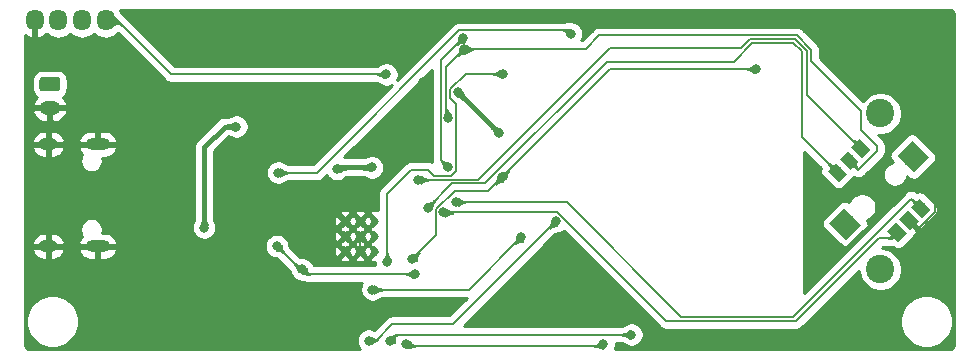
<source format=gbr>
G04 #@! TF.GenerationSoftware,KiCad,Pcbnew,(5.1.2)-1*
G04 #@! TF.CreationDate,2024-09-22T12:57:01+09:00*
G04 #@! TF.ProjectId,pc,70632e6b-6963-4616-945f-706362585858,v1.1*
G04 #@! TF.SameCoordinates,Original*
G04 #@! TF.FileFunction,Copper,L1,Top*
G04 #@! TF.FilePolarity,Positive*
%FSLAX46Y46*%
G04 Gerber Fmt 4.6, Leading zero omitted, Abs format (unit mm)*
G04 Created by KiCad (PCBNEW (5.1.2)-1) date 2024-09-22 12:57:01*
%MOMM*%
%LPD*%
G04 APERTURE LIST*
%ADD10C,1.800000*%
%ADD11C,0.100000*%
%ADD12C,1.000000*%
%ADD13O,1.524000X1.800000*%
%ADD14C,0.600000*%
%ADD15O,2.100000X1.000000*%
%ADD16O,1.600000X1.000000*%
%ADD17O,1.750000X1.200000*%
%ADD18C,1.200000*%
%ADD19C,2.400000*%
%ADD20C,0.800000*%
%ADD21C,0.200000*%
%ADD22C,0.400000*%
%ADD23C,0.254000*%
%ADD24C,0.025400*%
G04 APERTURE END LIST*
D10*
X180849782Y-123046218D03*
D11*
G36*
X179506279Y-122975507D02*
G01*
X180779071Y-121702715D01*
X182193285Y-123116929D01*
X180920493Y-124389721D01*
X179506279Y-122975507D01*
X179506279Y-122975507D01*
G37*
D10*
X175122218Y-128773782D03*
D11*
G36*
X173778715Y-128703071D02*
G01*
X175051507Y-127430279D01*
X176465721Y-128844493D01*
X175192929Y-130117285D01*
X173778715Y-128703071D01*
X173778715Y-128703071D01*
G37*
D12*
X179506280Y-129445534D03*
D11*
G36*
X178693107Y-129339468D02*
G01*
X179400214Y-128632361D01*
X180319453Y-129551600D01*
X179612346Y-130258707D01*
X178693107Y-129339468D01*
X178693107Y-129339468D01*
G37*
D12*
X180513907Y-128437907D03*
D11*
G36*
X179700734Y-128331841D02*
G01*
X180407841Y-127624734D01*
X181327080Y-128543973D01*
X180619973Y-129251080D01*
X179700734Y-128331841D01*
X179700734Y-128331841D01*
G37*
D12*
X181521534Y-127430280D03*
D11*
G36*
X180708361Y-127324214D02*
G01*
X181415468Y-126617107D01*
X182334707Y-127536346D01*
X181627600Y-128243453D01*
X180708361Y-127324214D01*
X180708361Y-127324214D01*
G37*
D12*
X174450466Y-124389720D03*
D11*
G36*
X173637293Y-124283654D02*
G01*
X174344400Y-123576547D01*
X175263639Y-124495786D01*
X174556532Y-125202893D01*
X173637293Y-124283654D01*
X173637293Y-124283654D01*
G37*
D12*
X175458093Y-123382093D03*
D11*
G36*
X174644920Y-123276027D02*
G01*
X175352027Y-122568920D01*
X176271266Y-123488159D01*
X175564159Y-124195266D01*
X174644920Y-123276027D01*
X174644920Y-123276027D01*
G37*
D12*
X176465720Y-122374466D03*
D11*
G36*
X175652547Y-122268400D02*
G01*
X176359654Y-121561293D01*
X177278893Y-122480532D01*
X176571786Y-123187639D01*
X175652547Y-122268400D01*
X175652547Y-122268400D01*
G37*
D13*
X106500000Y-111525000D03*
X108500000Y-111525000D03*
X110500000Y-111525000D03*
X112500000Y-111525000D03*
D14*
X132775000Y-128515000D03*
X132775000Y-129790000D03*
X132775000Y-131065000D03*
X134050000Y-128515000D03*
X134050000Y-129790000D03*
X134050000Y-131065000D03*
X135325000Y-128515000D03*
X135325000Y-129790000D03*
X135325000Y-131065000D03*
D15*
X111830000Y-130645000D03*
X111830000Y-122005000D03*
D16*
X107650000Y-130645000D03*
X107650000Y-122005000D03*
D17*
X107775000Y-118925000D03*
D11*
G36*
X108424505Y-116326204D02*
G01*
X108448773Y-116329804D01*
X108472572Y-116335765D01*
X108495671Y-116344030D01*
X108517850Y-116354520D01*
X108538893Y-116367132D01*
X108558599Y-116381747D01*
X108576777Y-116398223D01*
X108593253Y-116416401D01*
X108607868Y-116436107D01*
X108620480Y-116457150D01*
X108630970Y-116479329D01*
X108639235Y-116502428D01*
X108645196Y-116526227D01*
X108648796Y-116550495D01*
X108650000Y-116574999D01*
X108650000Y-117275001D01*
X108648796Y-117299505D01*
X108645196Y-117323773D01*
X108639235Y-117347572D01*
X108630970Y-117370671D01*
X108620480Y-117392850D01*
X108607868Y-117413893D01*
X108593253Y-117433599D01*
X108576777Y-117451777D01*
X108558599Y-117468253D01*
X108538893Y-117482868D01*
X108517850Y-117495480D01*
X108495671Y-117505970D01*
X108472572Y-117514235D01*
X108448773Y-117520196D01*
X108424505Y-117523796D01*
X108400001Y-117525000D01*
X107149999Y-117525000D01*
X107125495Y-117523796D01*
X107101227Y-117520196D01*
X107077428Y-117514235D01*
X107054329Y-117505970D01*
X107032150Y-117495480D01*
X107011107Y-117482868D01*
X106991401Y-117468253D01*
X106973223Y-117451777D01*
X106956747Y-117433599D01*
X106942132Y-117413893D01*
X106929520Y-117392850D01*
X106919030Y-117370671D01*
X106910765Y-117347572D01*
X106904804Y-117323773D01*
X106901204Y-117299505D01*
X106900000Y-117275001D01*
X106900000Y-116574999D01*
X106901204Y-116550495D01*
X106904804Y-116526227D01*
X106910765Y-116502428D01*
X106919030Y-116479329D01*
X106929520Y-116457150D01*
X106942132Y-116436107D01*
X106956747Y-116416401D01*
X106973223Y-116398223D01*
X106991401Y-116381747D01*
X107011107Y-116367132D01*
X107032150Y-116354520D01*
X107054329Y-116344030D01*
X107077428Y-116335765D01*
X107101227Y-116329804D01*
X107125495Y-116326204D01*
X107149999Y-116325000D01*
X108400001Y-116325000D01*
X108424505Y-116326204D01*
X108424505Y-116326204D01*
G37*
D18*
X107775000Y-116925000D03*
D19*
X178100000Y-132600000D03*
X178100000Y-119400000D03*
D20*
X126760500Y-127137600D03*
X173770000Y-131850000D03*
X139380000Y-116730000D03*
X133405150Y-117605150D03*
X120030000Y-121250000D03*
X129630000Y-135360000D03*
X119220000Y-129790000D03*
X123970000Y-136580000D03*
X131610000Y-138180000D03*
X146320000Y-134700000D03*
X134010000Y-113930000D03*
X115890000Y-112600000D03*
X182370000Y-111470000D03*
X176320000Y-136950000D03*
X182000000Y-130220000D03*
X158150000Y-136850000D03*
X138467900Y-131734800D03*
X167588300Y-115630200D03*
X146043400Y-124819100D03*
X145796100Y-121062600D03*
X142325600Y-117592100D03*
X135050000Y-123960000D03*
X132080000Y-124090000D03*
X120840000Y-129060000D03*
X123570000Y-120510000D03*
X138679300Y-132996700D03*
X127004700Y-130625800D03*
X129145500Y-132609100D03*
X146117600Y-116037500D03*
X136320000Y-132000000D03*
X142769600Y-113007000D03*
X141479200Y-123954900D03*
X141503800Y-119759500D03*
X142839900Y-113954900D03*
X147691800Y-129883900D03*
X135082600Y-134310500D03*
X151887700Y-112632800D03*
X127115600Y-124406000D03*
X136265800Y-116088000D03*
X138990000Y-125009994D03*
X142150100Y-126898300D03*
X139754800Y-127380200D03*
X141101300Y-127785400D03*
X136620000Y-138680000D03*
X157020000Y-138120000D03*
X137950000Y-138910000D03*
X154654350Y-138944350D03*
X150617400Y-128540400D03*
X134790000Y-138640000D03*
D21*
X134050000Y-129790000D02*
X134050000Y-131065000D01*
X126760500Y-127137600D02*
X131397600Y-127137600D01*
X131397600Y-127137600D02*
X132775000Y-128515000D01*
X111830000Y-122005000D02*
X108670300Y-122005000D01*
X107650000Y-122005000D02*
X108670300Y-122005000D01*
X126760500Y-127137600D02*
X123253100Y-130645000D01*
X123253100Y-130645000D02*
X111830000Y-130645000D01*
X107650000Y-130645000D02*
X111830000Y-130645000D01*
X108895000Y-122005000D02*
X108670300Y-122005000D01*
X109210000Y-121690000D02*
X108895000Y-122005000D01*
X109210000Y-121180300D02*
X109210000Y-121690000D01*
X107775000Y-118925000D02*
X107775000Y-119745300D01*
X107775000Y-119745300D02*
X109210000Y-121180300D01*
X182750000Y-127770000D02*
X182750000Y-126910000D01*
X182750000Y-126910000D02*
X181620000Y-125780000D01*
X181620000Y-125780000D02*
X180280000Y-125780000D01*
X174210000Y-131850000D02*
X173770000Y-131850000D01*
X180280000Y-125780000D02*
X174210000Y-131850000D01*
X180513900Y-128437900D02*
X181298050Y-129221950D01*
X181298050Y-129221950D02*
X182750000Y-127770000D01*
X129630000Y-135360000D02*
X129630000Y-136200000D01*
X129630000Y-136200000D02*
X131610000Y-138180000D01*
X180513907Y-128437907D02*
X182000000Y-129924000D01*
X182000000Y-129924000D02*
X182000000Y-130220000D01*
X146043400Y-124819100D02*
X144910500Y-125952000D01*
X144910500Y-125952000D02*
X142057600Y-125952000D01*
X142057600Y-125952000D02*
X140481000Y-127528600D01*
X140481000Y-127528600D02*
X140481000Y-129721700D01*
X140481000Y-129721700D02*
X138467900Y-131734800D01*
X167588300Y-115630200D02*
X155232300Y-115630200D01*
X155232300Y-115630200D02*
X146043400Y-124819100D01*
D22*
X142325600Y-117592100D02*
X145796100Y-121062600D01*
X135050000Y-123960000D02*
X132210000Y-123960000D01*
X132210000Y-123960000D02*
X132080000Y-124090000D01*
X120840000Y-129060000D02*
X120840000Y-122240000D01*
X120840000Y-122240000D02*
X122570000Y-120510000D01*
X122570000Y-120510000D02*
X123570000Y-120510000D01*
D21*
X138679300Y-132996700D02*
X129533100Y-132996700D01*
X129533100Y-132996700D02*
X129145500Y-132609100D01*
X127004700Y-130625800D02*
X128988000Y-132609100D01*
X128988000Y-132609100D02*
X129145500Y-132609100D01*
X140329400Y-124689400D02*
X139829999Y-124189999D01*
X136320000Y-126190000D02*
X136320000Y-131434315D01*
X139829999Y-124189999D02*
X138320001Y-124189999D01*
X138320001Y-124189999D02*
X136320000Y-126190000D01*
X141688600Y-117336000D02*
X141688600Y-118133900D01*
X142145500Y-124256400D02*
X141712500Y-124689400D01*
X146117600Y-116037500D02*
X142987100Y-116037500D01*
X141712500Y-124689400D02*
X140329400Y-124689400D01*
X142145500Y-118590800D02*
X142145500Y-124256400D01*
X136320000Y-131434315D02*
X136320000Y-132000000D01*
X141688600Y-118133900D02*
X142145500Y-118590800D01*
X142987100Y-116037500D02*
X141688600Y-117336000D01*
X142769600Y-113007000D02*
X140876500Y-114900100D01*
X140876500Y-114900100D02*
X140876500Y-123352200D01*
X140876500Y-123352200D02*
X141479200Y-123954900D01*
X142839900Y-113954900D02*
X141354400Y-115440400D01*
X141354400Y-115440400D02*
X141354400Y-119610100D01*
X141354400Y-119610100D02*
X141503800Y-119759500D01*
X154300622Y-112789978D02*
X153135700Y-113954900D01*
X171005104Y-112789978D02*
X154300622Y-112789978D01*
X172219200Y-114004074D02*
X171005104Y-112789978D01*
X172219200Y-114971500D02*
X172219200Y-114004074D01*
X176233050Y-124156950D02*
X177800000Y-122590000D01*
X175458100Y-123382100D02*
X176233050Y-124156950D01*
X177800000Y-122590000D02*
X177800000Y-122149100D01*
X177800000Y-122149100D02*
X176465700Y-120814800D01*
X153135700Y-113954900D02*
X142839900Y-113954900D01*
X176465700Y-120814800D02*
X176465700Y-119218000D01*
X176465700Y-119218000D02*
X172219200Y-114971500D01*
X135082600Y-134310500D02*
X143265200Y-134310500D01*
X143265200Y-134310500D02*
X147691800Y-129883900D01*
X127115600Y-124406000D02*
X130400100Y-124406000D01*
X130400100Y-124406000D02*
X142451500Y-112354600D01*
X142451500Y-112354600D02*
X151609500Y-112354600D01*
X151609500Y-112354600D02*
X151887700Y-112632800D01*
X112500000Y-111525000D02*
X113482300Y-111525000D01*
X113482300Y-111525000D02*
X118045300Y-116088000D01*
X118045300Y-116088000D02*
X136265800Y-116088000D01*
X144047606Y-125009994D02*
X139555685Y-125009994D01*
X171898900Y-114136337D02*
X170872552Y-113109989D01*
X170872552Y-113109989D02*
X167090811Y-113109989D01*
X167090811Y-113109989D02*
X166338300Y-113862500D01*
X176465700Y-122374500D02*
X171898900Y-117807700D01*
X166338300Y-113862500D02*
X155195100Y-113862500D01*
X139555685Y-125009994D02*
X138990000Y-125009994D01*
X155195100Y-113862500D02*
X144047606Y-125009994D01*
X171898900Y-117807700D02*
X171898900Y-114136337D01*
X180695600Y-126604400D02*
X181521500Y-127430300D01*
X170700000Y-136600000D02*
X180695600Y-126604400D01*
X161232300Y-136600000D02*
X170700000Y-136600000D01*
X142150100Y-126898300D02*
X151530600Y-126898300D01*
X151530600Y-126898300D02*
X161232300Y-136600000D01*
X170740000Y-113430000D02*
X171465300Y-114155300D01*
X171465300Y-114155300D02*
X171465300Y-121404500D01*
X167251100Y-113430000D02*
X170740000Y-113430000D01*
X165671300Y-115009800D02*
X167251100Y-113430000D01*
X144632000Y-125331600D02*
X154953800Y-115009800D01*
X141803400Y-125331600D02*
X144632000Y-125331600D01*
X139754800Y-127380200D02*
X141803400Y-125331600D01*
X154953800Y-115009800D02*
X165671300Y-115009800D01*
X171465300Y-121404500D02*
X174450500Y-124389700D01*
X178996900Y-129954900D02*
X179506300Y-129445500D01*
X141101300Y-127785400D02*
X150746300Y-127785400D01*
X170942989Y-136990011D02*
X177978100Y-129954900D01*
X177978100Y-129954900D02*
X178996900Y-129954900D01*
X150746300Y-127785400D02*
X159950911Y-136990011D01*
X159950911Y-136990011D02*
X170942989Y-136990011D01*
X137180000Y-138120000D02*
X156454315Y-138120000D01*
X156454315Y-138120000D02*
X157020000Y-138120000D01*
X136620000Y-138680000D02*
X137180000Y-138120000D01*
X154518700Y-139080000D02*
X154654350Y-138944350D01*
X137950000Y-138910000D02*
X138120000Y-139080000D01*
X138120000Y-139080000D02*
X154518700Y-139080000D01*
X135355685Y-138640000D02*
X134790000Y-138640000D01*
X136755685Y-137240000D02*
X135355685Y-138640000D01*
X150617400Y-128540400D02*
X141917800Y-137240000D01*
X141917800Y-137240000D02*
X136755685Y-137240000D01*
D23*
G36*
X106627000Y-111398000D02*
G01*
X106647000Y-111398000D01*
X106647000Y-111652000D01*
X106627000Y-111652000D01*
X106627000Y-112894720D01*
X106843070Y-113017220D01*
X107095068Y-112927524D01*
X107330330Y-112787135D01*
X107494039Y-112639337D01*
X107507392Y-112655607D01*
X107720113Y-112830183D01*
X107962805Y-112959904D01*
X108226140Y-113039786D01*
X108500000Y-113066759D01*
X108773859Y-113039786D01*
X109037194Y-112959904D01*
X109279886Y-112830183D01*
X109492607Y-112655608D01*
X109500000Y-112646600D01*
X109507392Y-112655607D01*
X109720113Y-112830183D01*
X109962805Y-112959904D01*
X110226140Y-113039786D01*
X110500000Y-113066759D01*
X110773859Y-113039786D01*
X111037194Y-112959904D01*
X111279886Y-112830183D01*
X111492607Y-112655608D01*
X111500000Y-112646600D01*
X111507392Y-112655607D01*
X111720113Y-112830183D01*
X111962805Y-112959904D01*
X112226140Y-113039786D01*
X112500000Y-113066759D01*
X112773859Y-113039786D01*
X113037194Y-112959904D01*
X113279886Y-112830183D01*
X113492607Y-112655608D01*
X113529053Y-112611199D01*
X117500046Y-116582193D01*
X117523062Y-116610238D01*
X117634980Y-116702087D01*
X117762667Y-116770337D01*
X117901215Y-116812365D01*
X118009195Y-116823000D01*
X118009204Y-116823000D01*
X118045299Y-116826555D01*
X118081394Y-116823000D01*
X135462367Y-116823000D01*
X135497364Y-116824482D01*
X135499303Y-116825768D01*
X135539561Y-116854293D01*
X135546522Y-116859156D01*
X135599255Y-116895471D01*
X135624424Y-116911939D01*
X135684906Y-116949497D01*
X135722326Y-116971007D01*
X135732209Y-116976249D01*
X135775544Y-117005205D01*
X135963902Y-117083226D01*
X136163861Y-117123000D01*
X136367739Y-117123000D01*
X136567698Y-117083226D01*
X136756056Y-117005205D01*
X136772307Y-116994347D01*
X130095654Y-123671000D01*
X127919044Y-123671000D01*
X127884035Y-123669517D01*
X127882096Y-123668231D01*
X127841838Y-123639706D01*
X127834877Y-123634843D01*
X127782144Y-123598528D01*
X127756975Y-123582060D01*
X127696493Y-123544502D01*
X127659070Y-123522991D01*
X127649192Y-123517751D01*
X127605856Y-123488795D01*
X127417498Y-123410774D01*
X127217539Y-123371000D01*
X127013661Y-123371000D01*
X126813702Y-123410774D01*
X126625344Y-123488795D01*
X126455826Y-123602063D01*
X126311663Y-123746226D01*
X126198395Y-123915744D01*
X126120374Y-124104102D01*
X126080600Y-124304061D01*
X126080600Y-124507939D01*
X126120374Y-124707898D01*
X126198395Y-124896256D01*
X126311663Y-125065774D01*
X126455826Y-125209937D01*
X126625344Y-125323205D01*
X126813702Y-125401226D01*
X127013661Y-125441000D01*
X127217539Y-125441000D01*
X127417498Y-125401226D01*
X127605856Y-125323205D01*
X127649197Y-125294245D01*
X127659076Y-125289005D01*
X127696493Y-125267497D01*
X127756975Y-125229939D01*
X127782144Y-125213471D01*
X127834877Y-125177156D01*
X127841838Y-125172293D01*
X127882096Y-125143768D01*
X127884035Y-125142482D01*
X127919033Y-125141000D01*
X130363995Y-125141000D01*
X130400100Y-125144556D01*
X130436205Y-125141000D01*
X130544185Y-125130365D01*
X130682733Y-125088337D01*
X130810420Y-125020087D01*
X130922338Y-124928238D01*
X130945359Y-124900187D01*
X131203849Y-124641697D01*
X131276063Y-124749774D01*
X131420226Y-124893937D01*
X131589744Y-125007205D01*
X131778102Y-125085226D01*
X131978061Y-125125000D01*
X132181939Y-125125000D01*
X132381898Y-125085226D01*
X132570256Y-125007205D01*
X132739774Y-124893937D01*
X132808280Y-124825431D01*
X132838671Y-124795722D01*
X132867860Y-124795000D01*
X134254681Y-124795000D01*
X134324161Y-124796168D01*
X134368814Y-124798822D01*
X134395558Y-124801914D01*
X134408954Y-124804395D01*
X134416404Y-124806366D01*
X134426607Y-124809880D01*
X134447065Y-124818344D01*
X134482030Y-124834512D01*
X134532759Y-124859194D01*
X134532869Y-124859248D01*
X134559744Y-124877205D01*
X134748102Y-124955226D01*
X134948061Y-124995000D01*
X135151939Y-124995000D01*
X135351898Y-124955226D01*
X135540256Y-124877205D01*
X135709774Y-124763937D01*
X135853937Y-124619774D01*
X135967205Y-124450256D01*
X136045226Y-124261898D01*
X136085000Y-124061939D01*
X136085000Y-123858061D01*
X136045226Y-123658102D01*
X135967205Y-123469744D01*
X135853937Y-123300226D01*
X135709774Y-123156063D01*
X135540256Y-123042795D01*
X135351898Y-122964774D01*
X135151939Y-122925000D01*
X134948061Y-122925000D01*
X134748102Y-122964774D01*
X134559744Y-123042795D01*
X134532876Y-123060747D01*
X134482030Y-123085487D01*
X134447065Y-123101655D01*
X134426607Y-123110119D01*
X134416404Y-123113633D01*
X134408954Y-123115604D01*
X134395558Y-123118085D01*
X134368814Y-123121177D01*
X134324160Y-123123831D01*
X134254670Y-123125000D01*
X132862827Y-123125000D01*
X132770592Y-123124170D01*
X132722822Y-123122724D01*
X140141500Y-115704047D01*
X140141501Y-123316085D01*
X140137944Y-123352200D01*
X140152135Y-123496285D01*
X140163899Y-123535065D01*
X140112632Y-123507662D01*
X139974084Y-123465634D01*
X139866104Y-123454999D01*
X139829999Y-123451443D01*
X139793894Y-123454999D01*
X138356106Y-123454999D01*
X138320001Y-123451443D01*
X138175916Y-123465634D01*
X138037367Y-123507662D01*
X137991767Y-123532036D01*
X137909681Y-123575912D01*
X137797763Y-123667761D01*
X137774747Y-123695806D01*
X135825808Y-125644746D01*
X135797762Y-125667763D01*
X135705913Y-125779681D01*
X135637663Y-125907368D01*
X135615923Y-125979035D01*
X135595635Y-126045915D01*
X135581444Y-126190000D01*
X135585000Y-126226105D01*
X135585000Y-127613547D01*
X135418824Y-127580172D01*
X135234645Y-127579829D01*
X135053939Y-127615426D01*
X134883649Y-127685592D01*
X134880575Y-127687237D01*
X134870064Y-127880459D01*
X135325000Y-128335395D01*
X135339143Y-128321253D01*
X135518748Y-128500858D01*
X135504605Y-128515000D01*
X135518748Y-128529143D01*
X135339143Y-128708748D01*
X135325000Y-128694605D01*
X135147636Y-128871969D01*
X135053939Y-128890426D01*
X134883649Y-128960592D01*
X134880575Y-128962237D01*
X134870404Y-129149201D01*
X134870064Y-129149541D01*
X134870225Y-129152500D01*
X134870064Y-129155459D01*
X134870404Y-129155799D01*
X134880575Y-129342763D01*
X135050603Y-129413562D01*
X135147660Y-129433055D01*
X135325000Y-129610395D01*
X135339143Y-129596253D01*
X135518748Y-129775858D01*
X135504605Y-129790000D01*
X135518748Y-129804143D01*
X135339143Y-129983748D01*
X135325000Y-129969605D01*
X135147636Y-130146969D01*
X135053939Y-130165426D01*
X134883649Y-130235592D01*
X134880575Y-130237237D01*
X134870404Y-130424201D01*
X134870064Y-130424541D01*
X134870225Y-130427500D01*
X134870064Y-130430459D01*
X134870404Y-130430799D01*
X134880575Y-130617763D01*
X135050603Y-130688562D01*
X135147660Y-130708055D01*
X135325000Y-130885395D01*
X135339143Y-130871253D01*
X135518748Y-131050858D01*
X135504605Y-131065000D01*
X135518748Y-131079143D01*
X135339143Y-131258748D01*
X135325000Y-131244605D01*
X134870064Y-131699541D01*
X134880575Y-131892763D01*
X135050603Y-131963562D01*
X135231176Y-131999828D01*
X135285000Y-131999928D01*
X135285000Y-132101939D01*
X135316778Y-132261700D01*
X130121878Y-132261700D01*
X130062705Y-132118844D01*
X129949437Y-131949326D01*
X129805274Y-131805163D01*
X129647200Y-131699541D01*
X132320064Y-131699541D01*
X132330575Y-131892763D01*
X132500603Y-131963562D01*
X132681176Y-131999828D01*
X132865355Y-132000171D01*
X133046061Y-131964574D01*
X133216351Y-131894408D01*
X133219425Y-131892763D01*
X133229936Y-131699541D01*
X133595064Y-131699541D01*
X133605575Y-131892763D01*
X133775603Y-131963562D01*
X133956176Y-131999828D01*
X134140355Y-132000171D01*
X134321061Y-131964574D01*
X134491351Y-131894408D01*
X134494425Y-131892763D01*
X134504936Y-131699541D01*
X134050000Y-131244605D01*
X133595064Y-131699541D01*
X133229936Y-131699541D01*
X132775000Y-131244605D01*
X132320064Y-131699541D01*
X129647200Y-131699541D01*
X129635756Y-131691895D01*
X129447398Y-131613874D01*
X129247439Y-131574100D01*
X129154106Y-131574100D01*
X129111410Y-131572897D01*
X129082366Y-131572743D01*
X129015171Y-131573924D01*
X129004068Y-131574216D01*
X128992953Y-131574606D01*
X128573702Y-131155355D01*
X131839829Y-131155355D01*
X131875426Y-131336061D01*
X131945592Y-131506351D01*
X131947237Y-131509425D01*
X132140459Y-131519936D01*
X132595395Y-131065000D01*
X132954605Y-131065000D01*
X133131969Y-131242364D01*
X133150426Y-131336061D01*
X133220592Y-131506351D01*
X133222237Y-131509425D01*
X133409201Y-131519596D01*
X133409541Y-131519936D01*
X133412500Y-131519775D01*
X133415459Y-131519936D01*
X133415799Y-131519596D01*
X133602763Y-131509425D01*
X133673562Y-131339397D01*
X133693055Y-131242340D01*
X133870395Y-131065000D01*
X134229605Y-131065000D01*
X134406969Y-131242364D01*
X134425426Y-131336061D01*
X134495592Y-131506351D01*
X134497237Y-131509425D01*
X134684201Y-131519596D01*
X134684541Y-131519936D01*
X134687500Y-131519775D01*
X134690459Y-131519936D01*
X134690799Y-131519596D01*
X134877763Y-131509425D01*
X134948562Y-131339397D01*
X134968055Y-131242340D01*
X135145395Y-131065000D01*
X134968031Y-130887636D01*
X134949574Y-130793939D01*
X134879408Y-130623649D01*
X134877763Y-130620575D01*
X134690799Y-130610404D01*
X134690459Y-130610064D01*
X134687500Y-130610225D01*
X134684541Y-130610064D01*
X134684201Y-130610404D01*
X134497237Y-130620575D01*
X134426438Y-130790603D01*
X134406945Y-130887660D01*
X134229605Y-131065000D01*
X133870395Y-131065000D01*
X133693031Y-130887636D01*
X133674574Y-130793939D01*
X133604408Y-130623649D01*
X133602763Y-130620575D01*
X133415799Y-130610404D01*
X133415459Y-130610064D01*
X133412500Y-130610225D01*
X133409541Y-130610064D01*
X133409201Y-130610404D01*
X133222237Y-130620575D01*
X133151438Y-130790603D01*
X133131945Y-130887660D01*
X132954605Y-131065000D01*
X132595395Y-131065000D01*
X132140459Y-130610064D01*
X131947237Y-130620575D01*
X131876438Y-130790603D01*
X131840172Y-130971176D01*
X131839829Y-131155355D01*
X128573702Y-131155355D01*
X128092551Y-130674205D01*
X128068836Y-130648391D01*
X128068376Y-130646124D01*
X128060078Y-130597476D01*
X128058595Y-130589118D01*
X128046986Y-130526152D01*
X128040833Y-130496706D01*
X128024623Y-130427381D01*
X128023857Y-130424541D01*
X132320064Y-130424541D01*
X132320225Y-130427500D01*
X132320064Y-130430459D01*
X132320404Y-130430799D01*
X132330575Y-130617763D01*
X132500603Y-130688562D01*
X132597660Y-130708055D01*
X132775000Y-130885395D01*
X132952364Y-130708031D01*
X133046061Y-130689574D01*
X133216351Y-130619408D01*
X133219425Y-130617763D01*
X133229596Y-130430799D01*
X133229936Y-130430459D01*
X133229775Y-130427500D01*
X133229936Y-130424541D01*
X133595064Y-130424541D01*
X133595225Y-130427500D01*
X133595064Y-130430459D01*
X133595404Y-130430799D01*
X133605575Y-130617763D01*
X133775603Y-130688562D01*
X133872660Y-130708055D01*
X134050000Y-130885395D01*
X134227364Y-130708031D01*
X134321061Y-130689574D01*
X134491351Y-130619408D01*
X134494425Y-130617763D01*
X134504596Y-130430799D01*
X134504936Y-130430459D01*
X134504775Y-130427500D01*
X134504936Y-130424541D01*
X134504596Y-130424201D01*
X134494425Y-130237237D01*
X134324397Y-130166438D01*
X134227340Y-130146945D01*
X134050000Y-129969605D01*
X133872636Y-130146969D01*
X133778939Y-130165426D01*
X133608649Y-130235592D01*
X133605575Y-130237237D01*
X133595404Y-130424201D01*
X133595064Y-130424541D01*
X133229936Y-130424541D01*
X133229596Y-130424201D01*
X133219425Y-130237237D01*
X133049397Y-130166438D01*
X132952340Y-130146945D01*
X132775000Y-129969605D01*
X132597636Y-130146969D01*
X132503939Y-130165426D01*
X132333649Y-130235592D01*
X132330575Y-130237237D01*
X132320404Y-130424201D01*
X132320064Y-130424541D01*
X128023857Y-130424541D01*
X128013375Y-130385717D01*
X128010095Y-130375026D01*
X127999926Y-130323902D01*
X127921905Y-130135544D01*
X127808637Y-129966026D01*
X127722966Y-129880355D01*
X131839829Y-129880355D01*
X131875426Y-130061061D01*
X131945592Y-130231351D01*
X131947237Y-130234425D01*
X132140459Y-130244936D01*
X132595395Y-129790000D01*
X132954605Y-129790000D01*
X133131969Y-129967364D01*
X133150426Y-130061061D01*
X133220592Y-130231351D01*
X133222237Y-130234425D01*
X133409201Y-130244596D01*
X133409541Y-130244936D01*
X133412500Y-130244775D01*
X133415459Y-130244936D01*
X133415799Y-130244596D01*
X133602763Y-130234425D01*
X133673562Y-130064397D01*
X133693055Y-129967340D01*
X133870395Y-129790000D01*
X134229605Y-129790000D01*
X134406969Y-129967364D01*
X134425426Y-130061061D01*
X134495592Y-130231351D01*
X134497237Y-130234425D01*
X134684201Y-130244596D01*
X134684541Y-130244936D01*
X134687500Y-130244775D01*
X134690459Y-130244936D01*
X134690799Y-130244596D01*
X134877763Y-130234425D01*
X134948562Y-130064397D01*
X134968055Y-129967340D01*
X135145395Y-129790000D01*
X134968031Y-129612636D01*
X134949574Y-129518939D01*
X134879408Y-129348649D01*
X134877763Y-129345575D01*
X134690799Y-129335404D01*
X134690459Y-129335064D01*
X134687500Y-129335225D01*
X134684541Y-129335064D01*
X134684201Y-129335404D01*
X134497237Y-129345575D01*
X134426438Y-129515603D01*
X134406945Y-129612660D01*
X134229605Y-129790000D01*
X133870395Y-129790000D01*
X133693031Y-129612636D01*
X133674574Y-129518939D01*
X133604408Y-129348649D01*
X133602763Y-129345575D01*
X133415799Y-129335404D01*
X133415459Y-129335064D01*
X133412500Y-129335225D01*
X133409541Y-129335064D01*
X133409201Y-129335404D01*
X133222237Y-129345575D01*
X133151438Y-129515603D01*
X133131945Y-129612660D01*
X132954605Y-129790000D01*
X132595395Y-129790000D01*
X132140459Y-129335064D01*
X131947237Y-129345575D01*
X131876438Y-129515603D01*
X131840172Y-129696176D01*
X131839829Y-129880355D01*
X127722966Y-129880355D01*
X127664474Y-129821863D01*
X127494956Y-129708595D01*
X127306598Y-129630574D01*
X127106639Y-129590800D01*
X126902761Y-129590800D01*
X126702802Y-129630574D01*
X126514444Y-129708595D01*
X126344926Y-129821863D01*
X126200763Y-129966026D01*
X126087495Y-130135544D01*
X126009474Y-130323902D01*
X125969700Y-130523861D01*
X125969700Y-130727739D01*
X126009474Y-130927698D01*
X126087495Y-131116056D01*
X126200763Y-131285574D01*
X126344926Y-131429737D01*
X126514444Y-131543005D01*
X126702802Y-131621026D01*
X126753926Y-131631195D01*
X126764617Y-131634475D01*
X126806281Y-131645723D01*
X126875606Y-131661933D01*
X126905052Y-131668086D01*
X126968018Y-131679695D01*
X126976376Y-131681178D01*
X127025024Y-131689476D01*
X127027291Y-131689936D01*
X127053105Y-131713651D01*
X127979521Y-132640068D01*
X128023913Y-132687708D01*
X128043380Y-132712350D01*
X128052824Y-132726826D01*
X128060425Y-132741085D01*
X128072207Y-132767448D01*
X128091005Y-132813817D01*
X128092441Y-132817329D01*
X128116590Y-132875889D01*
X128127376Y-132900550D01*
X128156181Y-132962778D01*
X128175057Y-133000255D01*
X128212017Y-133067971D01*
X128222775Y-133086029D01*
X128228295Y-133099356D01*
X128341563Y-133268874D01*
X128485726Y-133413037D01*
X128655244Y-133526305D01*
X128843602Y-133604326D01*
X129043561Y-133644100D01*
X129135428Y-133644100D01*
X129180541Y-133645534D01*
X129189480Y-133646439D01*
X129250467Y-133679037D01*
X129312723Y-133697922D01*
X129389014Y-133721065D01*
X129403232Y-133722465D01*
X129496995Y-133731700D01*
X129497002Y-133731700D01*
X129533099Y-133735255D01*
X129569196Y-133731700D01*
X134224558Y-133731700D01*
X134165395Y-133820244D01*
X134087374Y-134008602D01*
X134047600Y-134208561D01*
X134047600Y-134412439D01*
X134087374Y-134612398D01*
X134165395Y-134800756D01*
X134278663Y-134970274D01*
X134422826Y-135114437D01*
X134592344Y-135227705D01*
X134780702Y-135305726D01*
X134980661Y-135345500D01*
X135184539Y-135345500D01*
X135384498Y-135305726D01*
X135572856Y-135227705D01*
X135616197Y-135198745D01*
X135626076Y-135193505D01*
X135663493Y-135171997D01*
X135723975Y-135134439D01*
X135749144Y-135117971D01*
X135801877Y-135081656D01*
X135808838Y-135076793D01*
X135849096Y-135048268D01*
X135851035Y-135046982D01*
X135886033Y-135045500D01*
X143072854Y-135045500D01*
X141613354Y-136505000D01*
X136791790Y-136505000D01*
X136755685Y-136501444D01*
X136611599Y-136515635D01*
X136569571Y-136528384D01*
X136473052Y-136557663D01*
X136345365Y-136625913D01*
X136233447Y-136717762D01*
X136210431Y-136745807D01*
X135247155Y-137709084D01*
X135091898Y-137644774D01*
X134891939Y-137605000D01*
X134688061Y-137605000D01*
X134488102Y-137644774D01*
X134299744Y-137722795D01*
X134130226Y-137836063D01*
X133986063Y-137980226D01*
X133872795Y-138149744D01*
X133794774Y-138338102D01*
X133755000Y-138538061D01*
X133755000Y-138741939D01*
X133794774Y-138941898D01*
X133872795Y-139130256D01*
X133986063Y-139299774D01*
X134026289Y-139340000D01*
X106032279Y-139340000D01*
X105934576Y-139330420D01*
X105871643Y-139311420D01*
X105813594Y-139280554D01*
X105762657Y-139239011D01*
X105720752Y-139188356D01*
X105689485Y-139130529D01*
X105670044Y-139067728D01*
X105660000Y-138972165D01*
X105660000Y-136779872D01*
X105765000Y-136779872D01*
X105765000Y-137220128D01*
X105850890Y-137651925D01*
X106019369Y-138058669D01*
X106263962Y-138424729D01*
X106575271Y-138736038D01*
X106941331Y-138980631D01*
X107348075Y-139149110D01*
X107779872Y-139235000D01*
X108220128Y-139235000D01*
X108651925Y-139149110D01*
X109058669Y-138980631D01*
X109424729Y-138736038D01*
X109736038Y-138424729D01*
X109980631Y-138058669D01*
X110149110Y-137651925D01*
X110235000Y-137220128D01*
X110235000Y-136779872D01*
X110149110Y-136348075D01*
X109980631Y-135941331D01*
X109736038Y-135575271D01*
X109424729Y-135263962D01*
X109058669Y-135019369D01*
X108651925Y-134850890D01*
X108220128Y-134765000D01*
X107779872Y-134765000D01*
X107348075Y-134850890D01*
X106941331Y-135019369D01*
X106575271Y-135263962D01*
X106263962Y-135575271D01*
X106019369Y-135941331D01*
X105850890Y-136348075D01*
X105765000Y-136779872D01*
X105660000Y-136779872D01*
X105660000Y-130946874D01*
X106255881Y-130946874D01*
X106335724Y-131169976D01*
X106457631Y-131357764D01*
X106613831Y-131518161D01*
X106798322Y-131645003D01*
X107004013Y-131733415D01*
X107223000Y-131780000D01*
X107523000Y-131780000D01*
X107523000Y-130772000D01*
X107777000Y-130772000D01*
X107777000Y-131780000D01*
X108077000Y-131780000D01*
X108295987Y-131733415D01*
X108501678Y-131645003D01*
X108686169Y-131518161D01*
X108842369Y-131357764D01*
X108964276Y-131169976D01*
X109044119Y-130946874D01*
X110185881Y-130946874D01*
X110265724Y-131169976D01*
X110387631Y-131357764D01*
X110543831Y-131518161D01*
X110728322Y-131645003D01*
X110934013Y-131733415D01*
X111153000Y-131780000D01*
X111703000Y-131780000D01*
X111703000Y-130772000D01*
X111957000Y-130772000D01*
X111957000Y-131780000D01*
X112507000Y-131780000D01*
X112725987Y-131733415D01*
X112931678Y-131645003D01*
X113116169Y-131518161D01*
X113272369Y-131357764D01*
X113394276Y-131169976D01*
X113474119Y-130946874D01*
X113347954Y-130772000D01*
X111957000Y-130772000D01*
X111703000Y-130772000D01*
X110312046Y-130772000D01*
X110185881Y-130946874D01*
X109044119Y-130946874D01*
X108917954Y-130772000D01*
X107777000Y-130772000D01*
X107523000Y-130772000D01*
X106382046Y-130772000D01*
X106255881Y-130946874D01*
X105660000Y-130946874D01*
X105660000Y-130343126D01*
X106255881Y-130343126D01*
X106382046Y-130518000D01*
X107523000Y-130518000D01*
X107523000Y-129510000D01*
X107777000Y-129510000D01*
X107777000Y-130518000D01*
X108917954Y-130518000D01*
X109044119Y-130343126D01*
X110185881Y-130343126D01*
X110312046Y-130518000D01*
X111703000Y-130518000D01*
X111703000Y-130498000D01*
X111957000Y-130498000D01*
X111957000Y-130518000D01*
X113347954Y-130518000D01*
X113474119Y-130343126D01*
X113394276Y-130120024D01*
X113272369Y-129932236D01*
X113116169Y-129771839D01*
X112931678Y-129644997D01*
X112725987Y-129556585D01*
X112507000Y-129510000D01*
X112216904Y-129510000D01*
X112223108Y-129495022D01*
X112260000Y-129309552D01*
X112260000Y-129120448D01*
X112227700Y-128958061D01*
X119805000Y-128958061D01*
X119805000Y-129161939D01*
X119844774Y-129361898D01*
X119922795Y-129550256D01*
X120036063Y-129719774D01*
X120180226Y-129863937D01*
X120349744Y-129977205D01*
X120538102Y-130055226D01*
X120738061Y-130095000D01*
X120941939Y-130095000D01*
X121141898Y-130055226D01*
X121330256Y-129977205D01*
X121499774Y-129863937D01*
X121643937Y-129719774D01*
X121757205Y-129550256D01*
X121835226Y-129361898D01*
X121875000Y-129161939D01*
X121875000Y-129149541D01*
X132320064Y-129149541D01*
X132320225Y-129152500D01*
X132320064Y-129155459D01*
X132320404Y-129155799D01*
X132330575Y-129342763D01*
X132500603Y-129413562D01*
X132597660Y-129433055D01*
X132775000Y-129610395D01*
X132952364Y-129433031D01*
X133046061Y-129414574D01*
X133216351Y-129344408D01*
X133219425Y-129342763D01*
X133229596Y-129155799D01*
X133229936Y-129155459D01*
X133229775Y-129152500D01*
X133229936Y-129149541D01*
X133595064Y-129149541D01*
X133595225Y-129152500D01*
X133595064Y-129155459D01*
X133595404Y-129155799D01*
X133605575Y-129342763D01*
X133775603Y-129413562D01*
X133872660Y-129433055D01*
X134050000Y-129610395D01*
X134227364Y-129433031D01*
X134321061Y-129414574D01*
X134491351Y-129344408D01*
X134494425Y-129342763D01*
X134504596Y-129155799D01*
X134504936Y-129155459D01*
X134504775Y-129152500D01*
X134504936Y-129149541D01*
X134504596Y-129149201D01*
X134494425Y-128962237D01*
X134324397Y-128891438D01*
X134227340Y-128871945D01*
X134050000Y-128694605D01*
X133872636Y-128871969D01*
X133778939Y-128890426D01*
X133608649Y-128960592D01*
X133605575Y-128962237D01*
X133595404Y-129149201D01*
X133595064Y-129149541D01*
X133229936Y-129149541D01*
X133229596Y-129149201D01*
X133219425Y-128962237D01*
X133049397Y-128891438D01*
X132952340Y-128871945D01*
X132775000Y-128694605D01*
X132597636Y-128871969D01*
X132503939Y-128890426D01*
X132333649Y-128960592D01*
X132330575Y-128962237D01*
X132320404Y-129149201D01*
X132320064Y-129149541D01*
X121875000Y-129149541D01*
X121875000Y-128958061D01*
X121835226Y-128758102D01*
X121771956Y-128605355D01*
X131839829Y-128605355D01*
X131875426Y-128786061D01*
X131945592Y-128956351D01*
X131947237Y-128959425D01*
X132140459Y-128969936D01*
X132595395Y-128515000D01*
X132954605Y-128515000D01*
X133131969Y-128692364D01*
X133150426Y-128786061D01*
X133220592Y-128956351D01*
X133222237Y-128959425D01*
X133409201Y-128969596D01*
X133409541Y-128969936D01*
X133412500Y-128969775D01*
X133415459Y-128969936D01*
X133415799Y-128969596D01*
X133602763Y-128959425D01*
X133673562Y-128789397D01*
X133693055Y-128692340D01*
X133870395Y-128515000D01*
X134229605Y-128515000D01*
X134406969Y-128692364D01*
X134425426Y-128786061D01*
X134495592Y-128956351D01*
X134497237Y-128959425D01*
X134684201Y-128969596D01*
X134684541Y-128969936D01*
X134687500Y-128969775D01*
X134690459Y-128969936D01*
X134690799Y-128969596D01*
X134877763Y-128959425D01*
X134948562Y-128789397D01*
X134968055Y-128692340D01*
X135145395Y-128515000D01*
X134968031Y-128337636D01*
X134949574Y-128243939D01*
X134879408Y-128073649D01*
X134877763Y-128070575D01*
X134690799Y-128060404D01*
X134690459Y-128060064D01*
X134687500Y-128060225D01*
X134684541Y-128060064D01*
X134684201Y-128060404D01*
X134497237Y-128070575D01*
X134426438Y-128240603D01*
X134406945Y-128337660D01*
X134229605Y-128515000D01*
X133870395Y-128515000D01*
X133693031Y-128337636D01*
X133674574Y-128243939D01*
X133604408Y-128073649D01*
X133602763Y-128070575D01*
X133415799Y-128060404D01*
X133415459Y-128060064D01*
X133412500Y-128060225D01*
X133409541Y-128060064D01*
X133409201Y-128060404D01*
X133222237Y-128070575D01*
X133151438Y-128240603D01*
X133131945Y-128337660D01*
X132954605Y-128515000D01*
X132595395Y-128515000D01*
X132140459Y-128060064D01*
X131947237Y-128070575D01*
X131876438Y-128240603D01*
X131840172Y-128421176D01*
X131839829Y-128605355D01*
X121771956Y-128605355D01*
X121757205Y-128569744D01*
X121739248Y-128542869D01*
X121739194Y-128542759D01*
X121714512Y-128492030D01*
X121698344Y-128457065D01*
X121689880Y-128436607D01*
X121686366Y-128426404D01*
X121684395Y-128418954D01*
X121681914Y-128405558D01*
X121678822Y-128378814D01*
X121676168Y-128334161D01*
X121675000Y-128264681D01*
X121675000Y-127880459D01*
X132320064Y-127880459D01*
X132775000Y-128335395D01*
X133229936Y-127880459D01*
X133595064Y-127880459D01*
X134050000Y-128335395D01*
X134504936Y-127880459D01*
X134494425Y-127687237D01*
X134324397Y-127616438D01*
X134143824Y-127580172D01*
X133959645Y-127579829D01*
X133778939Y-127615426D01*
X133608649Y-127685592D01*
X133605575Y-127687237D01*
X133595064Y-127880459D01*
X133229936Y-127880459D01*
X133219425Y-127687237D01*
X133049397Y-127616438D01*
X132868824Y-127580172D01*
X132684645Y-127579829D01*
X132503939Y-127615426D01*
X132333649Y-127685592D01*
X132330575Y-127687237D01*
X132320064Y-127880459D01*
X121675000Y-127880459D01*
X121675000Y-122585867D01*
X122909638Y-121351230D01*
X122915558Y-121351914D01*
X122928954Y-121354395D01*
X122936404Y-121356366D01*
X122946607Y-121359880D01*
X122967065Y-121368344D01*
X123002030Y-121384512D01*
X123052759Y-121409194D01*
X123052869Y-121409248D01*
X123079744Y-121427205D01*
X123268102Y-121505226D01*
X123468061Y-121545000D01*
X123671939Y-121545000D01*
X123871898Y-121505226D01*
X124060256Y-121427205D01*
X124229774Y-121313937D01*
X124373937Y-121169774D01*
X124487205Y-121000256D01*
X124565226Y-120811898D01*
X124605000Y-120611939D01*
X124605000Y-120408061D01*
X124565226Y-120208102D01*
X124487205Y-120019744D01*
X124373937Y-119850226D01*
X124229774Y-119706063D01*
X124060256Y-119592795D01*
X123871898Y-119514774D01*
X123671939Y-119475000D01*
X123468061Y-119475000D01*
X123268102Y-119514774D01*
X123079744Y-119592795D01*
X123052876Y-119610747D01*
X123002030Y-119635487D01*
X122967065Y-119651655D01*
X122946607Y-119660119D01*
X122936404Y-119663633D01*
X122928954Y-119665604D01*
X122915558Y-119668085D01*
X122888814Y-119671177D01*
X122844160Y-119673831D01*
X122774670Y-119675000D01*
X122611007Y-119675000D01*
X122569999Y-119670961D01*
X122528991Y-119675000D01*
X122528981Y-119675000D01*
X122406311Y-119687082D01*
X122248913Y-119734828D01*
X122103854Y-119812364D01*
X121976709Y-119916709D01*
X121950559Y-119948574D01*
X120278574Y-121620559D01*
X120246710Y-121646709D01*
X120182452Y-121725008D01*
X120142364Y-121773855D01*
X120064828Y-121918914D01*
X120017082Y-122076312D01*
X120000960Y-122240000D01*
X120005001Y-122281028D01*
X120005000Y-128264663D01*
X120003831Y-128334160D01*
X120001177Y-128378814D01*
X119998085Y-128405558D01*
X119995604Y-128418954D01*
X119993633Y-128426404D01*
X119990119Y-128436607D01*
X119981655Y-128457065D01*
X119965487Y-128492030D01*
X119940747Y-128542876D01*
X119922795Y-128569744D01*
X119844774Y-128758102D01*
X119805000Y-128958061D01*
X112227700Y-128958061D01*
X112223108Y-128934978D01*
X112150741Y-128760269D01*
X112045681Y-128603036D01*
X111911964Y-128469319D01*
X111754731Y-128364259D01*
X111580022Y-128291892D01*
X111394552Y-128255000D01*
X111205448Y-128255000D01*
X111019978Y-128291892D01*
X110845269Y-128364259D01*
X110688036Y-128469319D01*
X110554319Y-128603036D01*
X110449259Y-128760269D01*
X110376892Y-128934978D01*
X110340000Y-129120448D01*
X110340000Y-129309552D01*
X110376892Y-129495022D01*
X110449259Y-129669731D01*
X110528206Y-129787884D01*
X110387631Y-129932236D01*
X110265724Y-130120024D01*
X110185881Y-130343126D01*
X109044119Y-130343126D01*
X108964276Y-130120024D01*
X108842369Y-129932236D01*
X108686169Y-129771839D01*
X108501678Y-129644997D01*
X108295987Y-129556585D01*
X108077000Y-129510000D01*
X107777000Y-129510000D01*
X107523000Y-129510000D01*
X107223000Y-129510000D01*
X107004013Y-129556585D01*
X106798322Y-129644997D01*
X106613831Y-129771839D01*
X106457631Y-129932236D01*
X106335724Y-130120024D01*
X106255881Y-130343126D01*
X105660000Y-130343126D01*
X105660000Y-122306874D01*
X106255881Y-122306874D01*
X106335724Y-122529976D01*
X106457631Y-122717764D01*
X106613831Y-122878161D01*
X106798322Y-123005003D01*
X107004013Y-123093415D01*
X107223000Y-123140000D01*
X107523000Y-123140000D01*
X107523000Y-122132000D01*
X107777000Y-122132000D01*
X107777000Y-123140000D01*
X108077000Y-123140000D01*
X108295987Y-123093415D01*
X108501678Y-123005003D01*
X108686169Y-122878161D01*
X108842369Y-122717764D01*
X108964276Y-122529976D01*
X109044119Y-122306874D01*
X110185881Y-122306874D01*
X110265724Y-122529976D01*
X110387631Y-122717764D01*
X110528206Y-122862116D01*
X110449259Y-122980269D01*
X110376892Y-123154978D01*
X110340000Y-123340448D01*
X110340000Y-123529552D01*
X110376892Y-123715022D01*
X110449259Y-123889731D01*
X110554319Y-124046964D01*
X110688036Y-124180681D01*
X110845269Y-124285741D01*
X111019978Y-124358108D01*
X111205448Y-124395000D01*
X111394552Y-124395000D01*
X111580022Y-124358108D01*
X111754731Y-124285741D01*
X111911964Y-124180681D01*
X112045681Y-124046964D01*
X112150741Y-123889731D01*
X112223108Y-123715022D01*
X112260000Y-123529552D01*
X112260000Y-123340448D01*
X112223108Y-123154978D01*
X112216904Y-123140000D01*
X112507000Y-123140000D01*
X112725987Y-123093415D01*
X112931678Y-123005003D01*
X113116169Y-122878161D01*
X113272369Y-122717764D01*
X113394276Y-122529976D01*
X113474119Y-122306874D01*
X113347954Y-122132000D01*
X111957000Y-122132000D01*
X111957000Y-122152000D01*
X111703000Y-122152000D01*
X111703000Y-122132000D01*
X110312046Y-122132000D01*
X110185881Y-122306874D01*
X109044119Y-122306874D01*
X108917954Y-122132000D01*
X107777000Y-122132000D01*
X107523000Y-122132000D01*
X106382046Y-122132000D01*
X106255881Y-122306874D01*
X105660000Y-122306874D01*
X105660000Y-121703126D01*
X106255881Y-121703126D01*
X106382046Y-121878000D01*
X107523000Y-121878000D01*
X107523000Y-120870000D01*
X107777000Y-120870000D01*
X107777000Y-121878000D01*
X108917954Y-121878000D01*
X109044119Y-121703126D01*
X110185881Y-121703126D01*
X110312046Y-121878000D01*
X111703000Y-121878000D01*
X111703000Y-120870000D01*
X111957000Y-120870000D01*
X111957000Y-121878000D01*
X113347954Y-121878000D01*
X113474119Y-121703126D01*
X113394276Y-121480024D01*
X113272369Y-121292236D01*
X113116169Y-121131839D01*
X112931678Y-121004997D01*
X112725987Y-120916585D01*
X112507000Y-120870000D01*
X111957000Y-120870000D01*
X111703000Y-120870000D01*
X111153000Y-120870000D01*
X110934013Y-120916585D01*
X110728322Y-121004997D01*
X110543831Y-121131839D01*
X110387631Y-121292236D01*
X110265724Y-121480024D01*
X110185881Y-121703126D01*
X109044119Y-121703126D01*
X108964276Y-121480024D01*
X108842369Y-121292236D01*
X108686169Y-121131839D01*
X108501678Y-121004997D01*
X108295987Y-120916585D01*
X108077000Y-120870000D01*
X107777000Y-120870000D01*
X107523000Y-120870000D01*
X107223000Y-120870000D01*
X107004013Y-120916585D01*
X106798322Y-121004997D01*
X106613831Y-121131839D01*
X106457631Y-121292236D01*
X106335724Y-121480024D01*
X106255881Y-121703126D01*
X105660000Y-121703126D01*
X105660000Y-119242609D01*
X106306538Y-119242609D01*
X106310409Y-119280282D01*
X106402579Y-119505533D01*
X106536922Y-119708474D01*
X106708275Y-119881307D01*
X106910054Y-120017390D01*
X107134504Y-120111493D01*
X107373000Y-120160000D01*
X107648000Y-120160000D01*
X107648000Y-119052000D01*
X107902000Y-119052000D01*
X107902000Y-120160000D01*
X108177000Y-120160000D01*
X108415496Y-120111493D01*
X108639946Y-120017390D01*
X108841725Y-119881307D01*
X109013078Y-119708474D01*
X109147421Y-119505533D01*
X109239591Y-119280282D01*
X109243462Y-119242609D01*
X109118731Y-119052000D01*
X107902000Y-119052000D01*
X107648000Y-119052000D01*
X106431269Y-119052000D01*
X106306538Y-119242609D01*
X105660000Y-119242609D01*
X105660000Y-116574999D01*
X106261928Y-116574999D01*
X106261928Y-117275001D01*
X106278992Y-117448255D01*
X106329528Y-117614851D01*
X106411595Y-117768387D01*
X106522038Y-117902962D01*
X106656613Y-118013405D01*
X106661406Y-118015967D01*
X106536922Y-118141526D01*
X106402579Y-118344467D01*
X106310409Y-118569718D01*
X106306538Y-118607391D01*
X106431269Y-118798000D01*
X107648000Y-118798000D01*
X107648000Y-118778000D01*
X107902000Y-118778000D01*
X107902000Y-118798000D01*
X109118731Y-118798000D01*
X109243462Y-118607391D01*
X109239591Y-118569718D01*
X109147421Y-118344467D01*
X109013078Y-118141526D01*
X108888594Y-118015967D01*
X108893387Y-118013405D01*
X109027962Y-117902962D01*
X109138405Y-117768387D01*
X109220472Y-117614851D01*
X109271008Y-117448255D01*
X109288072Y-117275001D01*
X109288072Y-116574999D01*
X109271008Y-116401745D01*
X109220472Y-116235149D01*
X109138405Y-116081613D01*
X109027962Y-115947038D01*
X108893387Y-115836595D01*
X108739851Y-115754528D01*
X108573255Y-115703992D01*
X108400001Y-115686928D01*
X107149999Y-115686928D01*
X106976745Y-115703992D01*
X106810149Y-115754528D01*
X106656613Y-115836595D01*
X106522038Y-115947038D01*
X106411595Y-116081613D01*
X106329528Y-116235149D01*
X106278992Y-116401745D01*
X106261928Y-116574999D01*
X105660000Y-116574999D01*
X105660000Y-112778405D01*
X105669670Y-112787135D01*
X105904932Y-112927524D01*
X106156930Y-113017220D01*
X106373000Y-112894720D01*
X106373000Y-111652000D01*
X106353000Y-111652000D01*
X106353000Y-111398000D01*
X106373000Y-111398000D01*
X106373000Y-111378000D01*
X106627000Y-111378000D01*
X106627000Y-111398000D01*
X106627000Y-111398000D01*
G37*
X106627000Y-111398000D02*
X106647000Y-111398000D01*
X106647000Y-111652000D01*
X106627000Y-111652000D01*
X106627000Y-112894720D01*
X106843070Y-113017220D01*
X107095068Y-112927524D01*
X107330330Y-112787135D01*
X107494039Y-112639337D01*
X107507392Y-112655607D01*
X107720113Y-112830183D01*
X107962805Y-112959904D01*
X108226140Y-113039786D01*
X108500000Y-113066759D01*
X108773859Y-113039786D01*
X109037194Y-112959904D01*
X109279886Y-112830183D01*
X109492607Y-112655608D01*
X109500000Y-112646600D01*
X109507392Y-112655607D01*
X109720113Y-112830183D01*
X109962805Y-112959904D01*
X110226140Y-113039786D01*
X110500000Y-113066759D01*
X110773859Y-113039786D01*
X111037194Y-112959904D01*
X111279886Y-112830183D01*
X111492607Y-112655608D01*
X111500000Y-112646600D01*
X111507392Y-112655607D01*
X111720113Y-112830183D01*
X111962805Y-112959904D01*
X112226140Y-113039786D01*
X112500000Y-113066759D01*
X112773859Y-113039786D01*
X113037194Y-112959904D01*
X113279886Y-112830183D01*
X113492607Y-112655608D01*
X113529053Y-112611199D01*
X117500046Y-116582193D01*
X117523062Y-116610238D01*
X117634980Y-116702087D01*
X117762667Y-116770337D01*
X117901215Y-116812365D01*
X118009195Y-116823000D01*
X118009204Y-116823000D01*
X118045299Y-116826555D01*
X118081394Y-116823000D01*
X135462367Y-116823000D01*
X135497364Y-116824482D01*
X135499303Y-116825768D01*
X135539561Y-116854293D01*
X135546522Y-116859156D01*
X135599255Y-116895471D01*
X135624424Y-116911939D01*
X135684906Y-116949497D01*
X135722326Y-116971007D01*
X135732209Y-116976249D01*
X135775544Y-117005205D01*
X135963902Y-117083226D01*
X136163861Y-117123000D01*
X136367739Y-117123000D01*
X136567698Y-117083226D01*
X136756056Y-117005205D01*
X136772307Y-116994347D01*
X130095654Y-123671000D01*
X127919044Y-123671000D01*
X127884035Y-123669517D01*
X127882096Y-123668231D01*
X127841838Y-123639706D01*
X127834877Y-123634843D01*
X127782144Y-123598528D01*
X127756975Y-123582060D01*
X127696493Y-123544502D01*
X127659070Y-123522991D01*
X127649192Y-123517751D01*
X127605856Y-123488795D01*
X127417498Y-123410774D01*
X127217539Y-123371000D01*
X127013661Y-123371000D01*
X126813702Y-123410774D01*
X126625344Y-123488795D01*
X126455826Y-123602063D01*
X126311663Y-123746226D01*
X126198395Y-123915744D01*
X126120374Y-124104102D01*
X126080600Y-124304061D01*
X126080600Y-124507939D01*
X126120374Y-124707898D01*
X126198395Y-124896256D01*
X126311663Y-125065774D01*
X126455826Y-125209937D01*
X126625344Y-125323205D01*
X126813702Y-125401226D01*
X127013661Y-125441000D01*
X127217539Y-125441000D01*
X127417498Y-125401226D01*
X127605856Y-125323205D01*
X127649197Y-125294245D01*
X127659076Y-125289005D01*
X127696493Y-125267497D01*
X127756975Y-125229939D01*
X127782144Y-125213471D01*
X127834877Y-125177156D01*
X127841838Y-125172293D01*
X127882096Y-125143768D01*
X127884035Y-125142482D01*
X127919033Y-125141000D01*
X130363995Y-125141000D01*
X130400100Y-125144556D01*
X130436205Y-125141000D01*
X130544185Y-125130365D01*
X130682733Y-125088337D01*
X130810420Y-125020087D01*
X130922338Y-124928238D01*
X130945359Y-124900187D01*
X131203849Y-124641697D01*
X131276063Y-124749774D01*
X131420226Y-124893937D01*
X131589744Y-125007205D01*
X131778102Y-125085226D01*
X131978061Y-125125000D01*
X132181939Y-125125000D01*
X132381898Y-125085226D01*
X132570256Y-125007205D01*
X132739774Y-124893937D01*
X132808280Y-124825431D01*
X132838671Y-124795722D01*
X132867860Y-124795000D01*
X134254681Y-124795000D01*
X134324161Y-124796168D01*
X134368814Y-124798822D01*
X134395558Y-124801914D01*
X134408954Y-124804395D01*
X134416404Y-124806366D01*
X134426607Y-124809880D01*
X134447065Y-124818344D01*
X134482030Y-124834512D01*
X134532759Y-124859194D01*
X134532869Y-124859248D01*
X134559744Y-124877205D01*
X134748102Y-124955226D01*
X134948061Y-124995000D01*
X135151939Y-124995000D01*
X135351898Y-124955226D01*
X135540256Y-124877205D01*
X135709774Y-124763937D01*
X135853937Y-124619774D01*
X135967205Y-124450256D01*
X136045226Y-124261898D01*
X136085000Y-124061939D01*
X136085000Y-123858061D01*
X136045226Y-123658102D01*
X135967205Y-123469744D01*
X135853937Y-123300226D01*
X135709774Y-123156063D01*
X135540256Y-123042795D01*
X135351898Y-122964774D01*
X135151939Y-122925000D01*
X134948061Y-122925000D01*
X134748102Y-122964774D01*
X134559744Y-123042795D01*
X134532876Y-123060747D01*
X134482030Y-123085487D01*
X134447065Y-123101655D01*
X134426607Y-123110119D01*
X134416404Y-123113633D01*
X134408954Y-123115604D01*
X134395558Y-123118085D01*
X134368814Y-123121177D01*
X134324160Y-123123831D01*
X134254670Y-123125000D01*
X132862827Y-123125000D01*
X132770592Y-123124170D01*
X132722822Y-123122724D01*
X140141500Y-115704047D01*
X140141501Y-123316085D01*
X140137944Y-123352200D01*
X140152135Y-123496285D01*
X140163899Y-123535065D01*
X140112632Y-123507662D01*
X139974084Y-123465634D01*
X139866104Y-123454999D01*
X139829999Y-123451443D01*
X139793894Y-123454999D01*
X138356106Y-123454999D01*
X138320001Y-123451443D01*
X138175916Y-123465634D01*
X138037367Y-123507662D01*
X137991767Y-123532036D01*
X137909681Y-123575912D01*
X137797763Y-123667761D01*
X137774747Y-123695806D01*
X135825808Y-125644746D01*
X135797762Y-125667763D01*
X135705913Y-125779681D01*
X135637663Y-125907368D01*
X135615923Y-125979035D01*
X135595635Y-126045915D01*
X135581444Y-126190000D01*
X135585000Y-126226105D01*
X135585000Y-127613547D01*
X135418824Y-127580172D01*
X135234645Y-127579829D01*
X135053939Y-127615426D01*
X134883649Y-127685592D01*
X134880575Y-127687237D01*
X134870064Y-127880459D01*
X135325000Y-128335395D01*
X135339143Y-128321253D01*
X135518748Y-128500858D01*
X135504605Y-128515000D01*
X135518748Y-128529143D01*
X135339143Y-128708748D01*
X135325000Y-128694605D01*
X135147636Y-128871969D01*
X135053939Y-128890426D01*
X134883649Y-128960592D01*
X134880575Y-128962237D01*
X134870404Y-129149201D01*
X134870064Y-129149541D01*
X134870225Y-129152500D01*
X134870064Y-129155459D01*
X134870404Y-129155799D01*
X134880575Y-129342763D01*
X135050603Y-129413562D01*
X135147660Y-129433055D01*
X135325000Y-129610395D01*
X135339143Y-129596253D01*
X135518748Y-129775858D01*
X135504605Y-129790000D01*
X135518748Y-129804143D01*
X135339143Y-129983748D01*
X135325000Y-129969605D01*
X135147636Y-130146969D01*
X135053939Y-130165426D01*
X134883649Y-130235592D01*
X134880575Y-130237237D01*
X134870404Y-130424201D01*
X134870064Y-130424541D01*
X134870225Y-130427500D01*
X134870064Y-130430459D01*
X134870404Y-130430799D01*
X134880575Y-130617763D01*
X135050603Y-130688562D01*
X135147660Y-130708055D01*
X135325000Y-130885395D01*
X135339143Y-130871253D01*
X135518748Y-131050858D01*
X135504605Y-131065000D01*
X135518748Y-131079143D01*
X135339143Y-131258748D01*
X135325000Y-131244605D01*
X134870064Y-131699541D01*
X134880575Y-131892763D01*
X135050603Y-131963562D01*
X135231176Y-131999828D01*
X135285000Y-131999928D01*
X135285000Y-132101939D01*
X135316778Y-132261700D01*
X130121878Y-132261700D01*
X130062705Y-132118844D01*
X129949437Y-131949326D01*
X129805274Y-131805163D01*
X129647200Y-131699541D01*
X132320064Y-131699541D01*
X132330575Y-131892763D01*
X132500603Y-131963562D01*
X132681176Y-131999828D01*
X132865355Y-132000171D01*
X133046061Y-131964574D01*
X133216351Y-131894408D01*
X133219425Y-131892763D01*
X133229936Y-131699541D01*
X133595064Y-131699541D01*
X133605575Y-131892763D01*
X133775603Y-131963562D01*
X133956176Y-131999828D01*
X134140355Y-132000171D01*
X134321061Y-131964574D01*
X134491351Y-131894408D01*
X134494425Y-131892763D01*
X134504936Y-131699541D01*
X134050000Y-131244605D01*
X133595064Y-131699541D01*
X133229936Y-131699541D01*
X132775000Y-131244605D01*
X132320064Y-131699541D01*
X129647200Y-131699541D01*
X129635756Y-131691895D01*
X129447398Y-131613874D01*
X129247439Y-131574100D01*
X129154106Y-131574100D01*
X129111410Y-131572897D01*
X129082366Y-131572743D01*
X129015171Y-131573924D01*
X129004068Y-131574216D01*
X128992953Y-131574606D01*
X128573702Y-131155355D01*
X131839829Y-131155355D01*
X131875426Y-131336061D01*
X131945592Y-131506351D01*
X131947237Y-131509425D01*
X132140459Y-131519936D01*
X132595395Y-131065000D01*
X132954605Y-131065000D01*
X133131969Y-131242364D01*
X133150426Y-131336061D01*
X133220592Y-131506351D01*
X133222237Y-131509425D01*
X133409201Y-131519596D01*
X133409541Y-131519936D01*
X133412500Y-131519775D01*
X133415459Y-131519936D01*
X133415799Y-131519596D01*
X133602763Y-131509425D01*
X133673562Y-131339397D01*
X133693055Y-131242340D01*
X133870395Y-131065000D01*
X134229605Y-131065000D01*
X134406969Y-131242364D01*
X134425426Y-131336061D01*
X134495592Y-131506351D01*
X134497237Y-131509425D01*
X134684201Y-131519596D01*
X134684541Y-131519936D01*
X134687500Y-131519775D01*
X134690459Y-131519936D01*
X134690799Y-131519596D01*
X134877763Y-131509425D01*
X134948562Y-131339397D01*
X134968055Y-131242340D01*
X135145395Y-131065000D01*
X134968031Y-130887636D01*
X134949574Y-130793939D01*
X134879408Y-130623649D01*
X134877763Y-130620575D01*
X134690799Y-130610404D01*
X134690459Y-130610064D01*
X134687500Y-130610225D01*
X134684541Y-130610064D01*
X134684201Y-130610404D01*
X134497237Y-130620575D01*
X134426438Y-130790603D01*
X134406945Y-130887660D01*
X134229605Y-131065000D01*
X133870395Y-131065000D01*
X133693031Y-130887636D01*
X133674574Y-130793939D01*
X133604408Y-130623649D01*
X133602763Y-130620575D01*
X133415799Y-130610404D01*
X133415459Y-130610064D01*
X133412500Y-130610225D01*
X133409541Y-130610064D01*
X133409201Y-130610404D01*
X133222237Y-130620575D01*
X133151438Y-130790603D01*
X133131945Y-130887660D01*
X132954605Y-131065000D01*
X132595395Y-131065000D01*
X132140459Y-130610064D01*
X131947237Y-130620575D01*
X131876438Y-130790603D01*
X131840172Y-130971176D01*
X131839829Y-131155355D01*
X128573702Y-131155355D01*
X128092551Y-130674205D01*
X128068836Y-130648391D01*
X128068376Y-130646124D01*
X128060078Y-130597476D01*
X128058595Y-130589118D01*
X128046986Y-130526152D01*
X128040833Y-130496706D01*
X128024623Y-130427381D01*
X128023857Y-130424541D01*
X132320064Y-130424541D01*
X132320225Y-130427500D01*
X132320064Y-130430459D01*
X132320404Y-130430799D01*
X132330575Y-130617763D01*
X132500603Y-130688562D01*
X132597660Y-130708055D01*
X132775000Y-130885395D01*
X132952364Y-130708031D01*
X133046061Y-130689574D01*
X133216351Y-130619408D01*
X133219425Y-130617763D01*
X133229596Y-130430799D01*
X133229936Y-130430459D01*
X133229775Y-130427500D01*
X133229936Y-130424541D01*
X133595064Y-130424541D01*
X133595225Y-130427500D01*
X133595064Y-130430459D01*
X133595404Y-130430799D01*
X133605575Y-130617763D01*
X133775603Y-130688562D01*
X133872660Y-130708055D01*
X134050000Y-130885395D01*
X134227364Y-130708031D01*
X134321061Y-130689574D01*
X134491351Y-130619408D01*
X134494425Y-130617763D01*
X134504596Y-130430799D01*
X134504936Y-130430459D01*
X134504775Y-130427500D01*
X134504936Y-130424541D01*
X134504596Y-130424201D01*
X134494425Y-130237237D01*
X134324397Y-130166438D01*
X134227340Y-130146945D01*
X134050000Y-129969605D01*
X133872636Y-130146969D01*
X133778939Y-130165426D01*
X133608649Y-130235592D01*
X133605575Y-130237237D01*
X133595404Y-130424201D01*
X133595064Y-130424541D01*
X133229936Y-130424541D01*
X133229596Y-130424201D01*
X133219425Y-130237237D01*
X133049397Y-130166438D01*
X132952340Y-130146945D01*
X132775000Y-129969605D01*
X132597636Y-130146969D01*
X132503939Y-130165426D01*
X132333649Y-130235592D01*
X132330575Y-130237237D01*
X132320404Y-130424201D01*
X132320064Y-130424541D01*
X128023857Y-130424541D01*
X128013375Y-130385717D01*
X128010095Y-130375026D01*
X127999926Y-130323902D01*
X127921905Y-130135544D01*
X127808637Y-129966026D01*
X127722966Y-129880355D01*
X131839829Y-129880355D01*
X131875426Y-130061061D01*
X131945592Y-130231351D01*
X131947237Y-130234425D01*
X132140459Y-130244936D01*
X132595395Y-129790000D01*
X132954605Y-129790000D01*
X133131969Y-129967364D01*
X133150426Y-130061061D01*
X133220592Y-130231351D01*
X133222237Y-130234425D01*
X133409201Y-130244596D01*
X133409541Y-130244936D01*
X133412500Y-130244775D01*
X133415459Y-130244936D01*
X133415799Y-130244596D01*
X133602763Y-130234425D01*
X133673562Y-130064397D01*
X133693055Y-129967340D01*
X133870395Y-129790000D01*
X134229605Y-129790000D01*
X134406969Y-129967364D01*
X134425426Y-130061061D01*
X134495592Y-130231351D01*
X134497237Y-130234425D01*
X134684201Y-130244596D01*
X134684541Y-130244936D01*
X134687500Y-130244775D01*
X134690459Y-130244936D01*
X134690799Y-130244596D01*
X134877763Y-130234425D01*
X134948562Y-130064397D01*
X134968055Y-129967340D01*
X135145395Y-129790000D01*
X134968031Y-129612636D01*
X134949574Y-129518939D01*
X134879408Y-129348649D01*
X134877763Y-129345575D01*
X134690799Y-129335404D01*
X134690459Y-129335064D01*
X134687500Y-129335225D01*
X134684541Y-129335064D01*
X134684201Y-129335404D01*
X134497237Y-129345575D01*
X134426438Y-129515603D01*
X134406945Y-129612660D01*
X134229605Y-129790000D01*
X133870395Y-129790000D01*
X133693031Y-129612636D01*
X133674574Y-129518939D01*
X133604408Y-129348649D01*
X133602763Y-129345575D01*
X133415799Y-129335404D01*
X133415459Y-129335064D01*
X133412500Y-129335225D01*
X133409541Y-129335064D01*
X133409201Y-129335404D01*
X133222237Y-129345575D01*
X133151438Y-129515603D01*
X133131945Y-129612660D01*
X132954605Y-129790000D01*
X132595395Y-129790000D01*
X132140459Y-129335064D01*
X131947237Y-129345575D01*
X131876438Y-129515603D01*
X131840172Y-129696176D01*
X131839829Y-129880355D01*
X127722966Y-129880355D01*
X127664474Y-129821863D01*
X127494956Y-129708595D01*
X127306598Y-129630574D01*
X127106639Y-129590800D01*
X126902761Y-129590800D01*
X126702802Y-129630574D01*
X126514444Y-129708595D01*
X126344926Y-129821863D01*
X126200763Y-129966026D01*
X126087495Y-130135544D01*
X126009474Y-130323902D01*
X125969700Y-130523861D01*
X125969700Y-130727739D01*
X126009474Y-130927698D01*
X126087495Y-131116056D01*
X126200763Y-131285574D01*
X126344926Y-131429737D01*
X126514444Y-131543005D01*
X126702802Y-131621026D01*
X126753926Y-131631195D01*
X126764617Y-131634475D01*
X126806281Y-131645723D01*
X126875606Y-131661933D01*
X126905052Y-131668086D01*
X126968018Y-131679695D01*
X126976376Y-131681178D01*
X127025024Y-131689476D01*
X127027291Y-131689936D01*
X127053105Y-131713651D01*
X127979521Y-132640068D01*
X128023913Y-132687708D01*
X128043380Y-132712350D01*
X128052824Y-132726826D01*
X128060425Y-132741085D01*
X128072207Y-132767448D01*
X128091005Y-132813817D01*
X128092441Y-132817329D01*
X128116590Y-132875889D01*
X128127376Y-132900550D01*
X128156181Y-132962778D01*
X128175057Y-133000255D01*
X128212017Y-133067971D01*
X128222775Y-133086029D01*
X128228295Y-133099356D01*
X128341563Y-133268874D01*
X128485726Y-133413037D01*
X128655244Y-133526305D01*
X128843602Y-133604326D01*
X129043561Y-133644100D01*
X129135428Y-133644100D01*
X129180541Y-133645534D01*
X129189480Y-133646439D01*
X129250467Y-133679037D01*
X129312723Y-133697922D01*
X129389014Y-133721065D01*
X129403232Y-133722465D01*
X129496995Y-133731700D01*
X129497002Y-133731700D01*
X129533099Y-133735255D01*
X129569196Y-133731700D01*
X134224558Y-133731700D01*
X134165395Y-133820244D01*
X134087374Y-134008602D01*
X134047600Y-134208561D01*
X134047600Y-134412439D01*
X134087374Y-134612398D01*
X134165395Y-134800756D01*
X134278663Y-134970274D01*
X134422826Y-135114437D01*
X134592344Y-135227705D01*
X134780702Y-135305726D01*
X134980661Y-135345500D01*
X135184539Y-135345500D01*
X135384498Y-135305726D01*
X135572856Y-135227705D01*
X135616197Y-135198745D01*
X135626076Y-135193505D01*
X135663493Y-135171997D01*
X135723975Y-135134439D01*
X135749144Y-135117971D01*
X135801877Y-135081656D01*
X135808838Y-135076793D01*
X135849096Y-135048268D01*
X135851035Y-135046982D01*
X135886033Y-135045500D01*
X143072854Y-135045500D01*
X141613354Y-136505000D01*
X136791790Y-136505000D01*
X136755685Y-136501444D01*
X136611599Y-136515635D01*
X136569571Y-136528384D01*
X136473052Y-136557663D01*
X136345365Y-136625913D01*
X136233447Y-136717762D01*
X136210431Y-136745807D01*
X135247155Y-137709084D01*
X135091898Y-137644774D01*
X134891939Y-137605000D01*
X134688061Y-137605000D01*
X134488102Y-137644774D01*
X134299744Y-137722795D01*
X134130226Y-137836063D01*
X133986063Y-137980226D01*
X133872795Y-138149744D01*
X133794774Y-138338102D01*
X133755000Y-138538061D01*
X133755000Y-138741939D01*
X133794774Y-138941898D01*
X133872795Y-139130256D01*
X133986063Y-139299774D01*
X134026289Y-139340000D01*
X106032279Y-139340000D01*
X105934576Y-139330420D01*
X105871643Y-139311420D01*
X105813594Y-139280554D01*
X105762657Y-139239011D01*
X105720752Y-139188356D01*
X105689485Y-139130529D01*
X105670044Y-139067728D01*
X105660000Y-138972165D01*
X105660000Y-136779872D01*
X105765000Y-136779872D01*
X105765000Y-137220128D01*
X105850890Y-137651925D01*
X106019369Y-138058669D01*
X106263962Y-138424729D01*
X106575271Y-138736038D01*
X106941331Y-138980631D01*
X107348075Y-139149110D01*
X107779872Y-139235000D01*
X108220128Y-139235000D01*
X108651925Y-139149110D01*
X109058669Y-138980631D01*
X109424729Y-138736038D01*
X109736038Y-138424729D01*
X109980631Y-138058669D01*
X110149110Y-137651925D01*
X110235000Y-137220128D01*
X110235000Y-136779872D01*
X110149110Y-136348075D01*
X109980631Y-135941331D01*
X109736038Y-135575271D01*
X109424729Y-135263962D01*
X109058669Y-135019369D01*
X108651925Y-134850890D01*
X108220128Y-134765000D01*
X107779872Y-134765000D01*
X107348075Y-134850890D01*
X106941331Y-135019369D01*
X106575271Y-135263962D01*
X106263962Y-135575271D01*
X106019369Y-135941331D01*
X105850890Y-136348075D01*
X105765000Y-136779872D01*
X105660000Y-136779872D01*
X105660000Y-130946874D01*
X106255881Y-130946874D01*
X106335724Y-131169976D01*
X106457631Y-131357764D01*
X106613831Y-131518161D01*
X106798322Y-131645003D01*
X107004013Y-131733415D01*
X107223000Y-131780000D01*
X107523000Y-131780000D01*
X107523000Y-130772000D01*
X107777000Y-130772000D01*
X107777000Y-131780000D01*
X108077000Y-131780000D01*
X108295987Y-131733415D01*
X108501678Y-131645003D01*
X108686169Y-131518161D01*
X108842369Y-131357764D01*
X108964276Y-131169976D01*
X109044119Y-130946874D01*
X110185881Y-130946874D01*
X110265724Y-131169976D01*
X110387631Y-131357764D01*
X110543831Y-131518161D01*
X110728322Y-131645003D01*
X110934013Y-131733415D01*
X111153000Y-131780000D01*
X111703000Y-131780000D01*
X111703000Y-130772000D01*
X111957000Y-130772000D01*
X111957000Y-131780000D01*
X112507000Y-131780000D01*
X112725987Y-131733415D01*
X112931678Y-131645003D01*
X113116169Y-131518161D01*
X113272369Y-131357764D01*
X113394276Y-131169976D01*
X113474119Y-130946874D01*
X113347954Y-130772000D01*
X111957000Y-130772000D01*
X111703000Y-130772000D01*
X110312046Y-130772000D01*
X110185881Y-130946874D01*
X109044119Y-130946874D01*
X108917954Y-130772000D01*
X107777000Y-130772000D01*
X107523000Y-130772000D01*
X106382046Y-130772000D01*
X106255881Y-130946874D01*
X105660000Y-130946874D01*
X105660000Y-130343126D01*
X106255881Y-130343126D01*
X106382046Y-130518000D01*
X107523000Y-130518000D01*
X107523000Y-129510000D01*
X107777000Y-129510000D01*
X107777000Y-130518000D01*
X108917954Y-130518000D01*
X109044119Y-130343126D01*
X110185881Y-130343126D01*
X110312046Y-130518000D01*
X111703000Y-130518000D01*
X111703000Y-130498000D01*
X111957000Y-130498000D01*
X111957000Y-130518000D01*
X113347954Y-130518000D01*
X113474119Y-130343126D01*
X113394276Y-130120024D01*
X113272369Y-129932236D01*
X113116169Y-129771839D01*
X112931678Y-129644997D01*
X112725987Y-129556585D01*
X112507000Y-129510000D01*
X112216904Y-129510000D01*
X112223108Y-129495022D01*
X112260000Y-129309552D01*
X112260000Y-129120448D01*
X112227700Y-128958061D01*
X119805000Y-128958061D01*
X119805000Y-129161939D01*
X119844774Y-129361898D01*
X119922795Y-129550256D01*
X120036063Y-129719774D01*
X120180226Y-129863937D01*
X120349744Y-129977205D01*
X120538102Y-130055226D01*
X120738061Y-130095000D01*
X120941939Y-130095000D01*
X121141898Y-130055226D01*
X121330256Y-129977205D01*
X121499774Y-129863937D01*
X121643937Y-129719774D01*
X121757205Y-129550256D01*
X121835226Y-129361898D01*
X121875000Y-129161939D01*
X121875000Y-129149541D01*
X132320064Y-129149541D01*
X132320225Y-129152500D01*
X132320064Y-129155459D01*
X132320404Y-129155799D01*
X132330575Y-129342763D01*
X132500603Y-129413562D01*
X132597660Y-129433055D01*
X132775000Y-129610395D01*
X132952364Y-129433031D01*
X133046061Y-129414574D01*
X133216351Y-129344408D01*
X133219425Y-129342763D01*
X133229596Y-129155799D01*
X133229936Y-129155459D01*
X133229775Y-129152500D01*
X133229936Y-129149541D01*
X133595064Y-129149541D01*
X133595225Y-129152500D01*
X133595064Y-129155459D01*
X133595404Y-129155799D01*
X133605575Y-129342763D01*
X133775603Y-129413562D01*
X133872660Y-129433055D01*
X134050000Y-129610395D01*
X134227364Y-129433031D01*
X134321061Y-129414574D01*
X134491351Y-129344408D01*
X134494425Y-129342763D01*
X134504596Y-129155799D01*
X134504936Y-129155459D01*
X134504775Y-129152500D01*
X134504936Y-129149541D01*
X134504596Y-129149201D01*
X134494425Y-128962237D01*
X134324397Y-128891438D01*
X134227340Y-128871945D01*
X134050000Y-128694605D01*
X133872636Y-128871969D01*
X133778939Y-128890426D01*
X133608649Y-128960592D01*
X133605575Y-128962237D01*
X133595404Y-129149201D01*
X133595064Y-129149541D01*
X133229936Y-129149541D01*
X133229596Y-129149201D01*
X133219425Y-128962237D01*
X133049397Y-128891438D01*
X132952340Y-128871945D01*
X132775000Y-128694605D01*
X132597636Y-128871969D01*
X132503939Y-128890426D01*
X132333649Y-128960592D01*
X132330575Y-128962237D01*
X132320404Y-129149201D01*
X132320064Y-129149541D01*
X121875000Y-129149541D01*
X121875000Y-128958061D01*
X121835226Y-128758102D01*
X121771956Y-128605355D01*
X131839829Y-128605355D01*
X131875426Y-128786061D01*
X131945592Y-128956351D01*
X131947237Y-128959425D01*
X132140459Y-128969936D01*
X132595395Y-128515000D01*
X132954605Y-128515000D01*
X133131969Y-128692364D01*
X133150426Y-128786061D01*
X133220592Y-128956351D01*
X133222237Y-128959425D01*
X133409201Y-128969596D01*
X133409541Y-128969936D01*
X133412500Y-128969775D01*
X133415459Y-128969936D01*
X133415799Y-128969596D01*
X133602763Y-128959425D01*
X133673562Y-128789397D01*
X133693055Y-128692340D01*
X133870395Y-128515000D01*
X134229605Y-128515000D01*
X134406969Y-128692364D01*
X134425426Y-128786061D01*
X134495592Y-128956351D01*
X134497237Y-128959425D01*
X134684201Y-128969596D01*
X134684541Y-128969936D01*
X134687500Y-128969775D01*
X134690459Y-128969936D01*
X134690799Y-128969596D01*
X134877763Y-128959425D01*
X134948562Y-128789397D01*
X134968055Y-128692340D01*
X135145395Y-128515000D01*
X134968031Y-128337636D01*
X134949574Y-128243939D01*
X134879408Y-128073649D01*
X134877763Y-128070575D01*
X134690799Y-128060404D01*
X134690459Y-128060064D01*
X134687500Y-128060225D01*
X134684541Y-128060064D01*
X134684201Y-128060404D01*
X134497237Y-128070575D01*
X134426438Y-128240603D01*
X134406945Y-128337660D01*
X134229605Y-128515000D01*
X133870395Y-128515000D01*
X133693031Y-128337636D01*
X133674574Y-128243939D01*
X133604408Y-128073649D01*
X133602763Y-128070575D01*
X133415799Y-128060404D01*
X133415459Y-128060064D01*
X133412500Y-128060225D01*
X133409541Y-128060064D01*
X133409201Y-128060404D01*
X133222237Y-128070575D01*
X133151438Y-128240603D01*
X133131945Y-128337660D01*
X132954605Y-128515000D01*
X132595395Y-128515000D01*
X132140459Y-128060064D01*
X131947237Y-128070575D01*
X131876438Y-128240603D01*
X131840172Y-128421176D01*
X131839829Y-128605355D01*
X121771956Y-128605355D01*
X121757205Y-128569744D01*
X121739248Y-128542869D01*
X121739194Y-128542759D01*
X121714512Y-128492030D01*
X121698344Y-128457065D01*
X121689880Y-128436607D01*
X121686366Y-128426404D01*
X121684395Y-128418954D01*
X121681914Y-128405558D01*
X121678822Y-128378814D01*
X121676168Y-128334161D01*
X121675000Y-128264681D01*
X121675000Y-127880459D01*
X132320064Y-127880459D01*
X132775000Y-128335395D01*
X133229936Y-127880459D01*
X133595064Y-127880459D01*
X134050000Y-128335395D01*
X134504936Y-127880459D01*
X134494425Y-127687237D01*
X134324397Y-127616438D01*
X134143824Y-127580172D01*
X133959645Y-127579829D01*
X133778939Y-127615426D01*
X133608649Y-127685592D01*
X133605575Y-127687237D01*
X133595064Y-127880459D01*
X133229936Y-127880459D01*
X133219425Y-127687237D01*
X133049397Y-127616438D01*
X132868824Y-127580172D01*
X132684645Y-127579829D01*
X132503939Y-127615426D01*
X132333649Y-127685592D01*
X132330575Y-127687237D01*
X132320064Y-127880459D01*
X121675000Y-127880459D01*
X121675000Y-122585867D01*
X122909638Y-121351230D01*
X122915558Y-121351914D01*
X122928954Y-121354395D01*
X122936404Y-121356366D01*
X122946607Y-121359880D01*
X122967065Y-121368344D01*
X123002030Y-121384512D01*
X123052759Y-121409194D01*
X123052869Y-121409248D01*
X123079744Y-121427205D01*
X123268102Y-121505226D01*
X123468061Y-121545000D01*
X123671939Y-121545000D01*
X123871898Y-121505226D01*
X124060256Y-121427205D01*
X124229774Y-121313937D01*
X124373937Y-121169774D01*
X124487205Y-121000256D01*
X124565226Y-120811898D01*
X124605000Y-120611939D01*
X124605000Y-120408061D01*
X124565226Y-120208102D01*
X124487205Y-120019744D01*
X124373937Y-119850226D01*
X124229774Y-119706063D01*
X124060256Y-119592795D01*
X123871898Y-119514774D01*
X123671939Y-119475000D01*
X123468061Y-119475000D01*
X123268102Y-119514774D01*
X123079744Y-119592795D01*
X123052876Y-119610747D01*
X123002030Y-119635487D01*
X122967065Y-119651655D01*
X122946607Y-119660119D01*
X122936404Y-119663633D01*
X122928954Y-119665604D01*
X122915558Y-119668085D01*
X122888814Y-119671177D01*
X122844160Y-119673831D01*
X122774670Y-119675000D01*
X122611007Y-119675000D01*
X122569999Y-119670961D01*
X122528991Y-119675000D01*
X122528981Y-119675000D01*
X122406311Y-119687082D01*
X122248913Y-119734828D01*
X122103854Y-119812364D01*
X121976709Y-119916709D01*
X121950559Y-119948574D01*
X120278574Y-121620559D01*
X120246710Y-121646709D01*
X120182452Y-121725008D01*
X120142364Y-121773855D01*
X120064828Y-121918914D01*
X120017082Y-122076312D01*
X120000960Y-122240000D01*
X120005001Y-122281028D01*
X120005000Y-128264663D01*
X120003831Y-128334160D01*
X120001177Y-128378814D01*
X119998085Y-128405558D01*
X119995604Y-128418954D01*
X119993633Y-128426404D01*
X119990119Y-128436607D01*
X119981655Y-128457065D01*
X119965487Y-128492030D01*
X119940747Y-128542876D01*
X119922795Y-128569744D01*
X119844774Y-128758102D01*
X119805000Y-128958061D01*
X112227700Y-128958061D01*
X112223108Y-128934978D01*
X112150741Y-128760269D01*
X112045681Y-128603036D01*
X111911964Y-128469319D01*
X111754731Y-128364259D01*
X111580022Y-128291892D01*
X111394552Y-128255000D01*
X111205448Y-128255000D01*
X111019978Y-128291892D01*
X110845269Y-128364259D01*
X110688036Y-128469319D01*
X110554319Y-128603036D01*
X110449259Y-128760269D01*
X110376892Y-128934978D01*
X110340000Y-129120448D01*
X110340000Y-129309552D01*
X110376892Y-129495022D01*
X110449259Y-129669731D01*
X110528206Y-129787884D01*
X110387631Y-129932236D01*
X110265724Y-130120024D01*
X110185881Y-130343126D01*
X109044119Y-130343126D01*
X108964276Y-130120024D01*
X108842369Y-129932236D01*
X108686169Y-129771839D01*
X108501678Y-129644997D01*
X108295987Y-129556585D01*
X108077000Y-129510000D01*
X107777000Y-129510000D01*
X107523000Y-129510000D01*
X107223000Y-129510000D01*
X107004013Y-129556585D01*
X106798322Y-129644997D01*
X106613831Y-129771839D01*
X106457631Y-129932236D01*
X106335724Y-130120024D01*
X106255881Y-130343126D01*
X105660000Y-130343126D01*
X105660000Y-122306874D01*
X106255881Y-122306874D01*
X106335724Y-122529976D01*
X106457631Y-122717764D01*
X106613831Y-122878161D01*
X106798322Y-123005003D01*
X107004013Y-123093415D01*
X107223000Y-123140000D01*
X107523000Y-123140000D01*
X107523000Y-122132000D01*
X107777000Y-122132000D01*
X107777000Y-123140000D01*
X108077000Y-123140000D01*
X108295987Y-123093415D01*
X108501678Y-123005003D01*
X108686169Y-122878161D01*
X108842369Y-122717764D01*
X108964276Y-122529976D01*
X109044119Y-122306874D01*
X110185881Y-122306874D01*
X110265724Y-122529976D01*
X110387631Y-122717764D01*
X110528206Y-122862116D01*
X110449259Y-122980269D01*
X110376892Y-123154978D01*
X110340000Y-123340448D01*
X110340000Y-123529552D01*
X110376892Y-123715022D01*
X110449259Y-123889731D01*
X110554319Y-124046964D01*
X110688036Y-124180681D01*
X110845269Y-124285741D01*
X111019978Y-124358108D01*
X111205448Y-124395000D01*
X111394552Y-124395000D01*
X111580022Y-124358108D01*
X111754731Y-124285741D01*
X111911964Y-124180681D01*
X112045681Y-124046964D01*
X112150741Y-123889731D01*
X112223108Y-123715022D01*
X112260000Y-123529552D01*
X112260000Y-123340448D01*
X112223108Y-123154978D01*
X112216904Y-123140000D01*
X112507000Y-123140000D01*
X112725987Y-123093415D01*
X112931678Y-123005003D01*
X113116169Y-122878161D01*
X113272369Y-122717764D01*
X113394276Y-122529976D01*
X113474119Y-122306874D01*
X113347954Y-122132000D01*
X111957000Y-122132000D01*
X111957000Y-122152000D01*
X111703000Y-122152000D01*
X111703000Y-122132000D01*
X110312046Y-122132000D01*
X110185881Y-122306874D01*
X109044119Y-122306874D01*
X108917954Y-122132000D01*
X107777000Y-122132000D01*
X107523000Y-122132000D01*
X106382046Y-122132000D01*
X106255881Y-122306874D01*
X105660000Y-122306874D01*
X105660000Y-121703126D01*
X106255881Y-121703126D01*
X106382046Y-121878000D01*
X107523000Y-121878000D01*
X107523000Y-120870000D01*
X107777000Y-120870000D01*
X107777000Y-121878000D01*
X108917954Y-121878000D01*
X109044119Y-121703126D01*
X110185881Y-121703126D01*
X110312046Y-121878000D01*
X111703000Y-121878000D01*
X111703000Y-120870000D01*
X111957000Y-120870000D01*
X111957000Y-121878000D01*
X113347954Y-121878000D01*
X113474119Y-121703126D01*
X113394276Y-121480024D01*
X113272369Y-121292236D01*
X113116169Y-121131839D01*
X112931678Y-121004997D01*
X112725987Y-120916585D01*
X112507000Y-120870000D01*
X111957000Y-120870000D01*
X111703000Y-120870000D01*
X111153000Y-120870000D01*
X110934013Y-120916585D01*
X110728322Y-121004997D01*
X110543831Y-121131839D01*
X110387631Y-121292236D01*
X110265724Y-121480024D01*
X110185881Y-121703126D01*
X109044119Y-121703126D01*
X108964276Y-121480024D01*
X108842369Y-121292236D01*
X108686169Y-121131839D01*
X108501678Y-121004997D01*
X108295987Y-120916585D01*
X108077000Y-120870000D01*
X107777000Y-120870000D01*
X107523000Y-120870000D01*
X107223000Y-120870000D01*
X107004013Y-120916585D01*
X106798322Y-121004997D01*
X106613831Y-121131839D01*
X106457631Y-121292236D01*
X106335724Y-121480024D01*
X106255881Y-121703126D01*
X105660000Y-121703126D01*
X105660000Y-119242609D01*
X106306538Y-119242609D01*
X106310409Y-119280282D01*
X106402579Y-119505533D01*
X106536922Y-119708474D01*
X106708275Y-119881307D01*
X106910054Y-120017390D01*
X107134504Y-120111493D01*
X107373000Y-120160000D01*
X107648000Y-120160000D01*
X107648000Y-119052000D01*
X107902000Y-119052000D01*
X107902000Y-120160000D01*
X108177000Y-120160000D01*
X108415496Y-120111493D01*
X108639946Y-120017390D01*
X108841725Y-119881307D01*
X109013078Y-119708474D01*
X109147421Y-119505533D01*
X109239591Y-119280282D01*
X109243462Y-119242609D01*
X109118731Y-119052000D01*
X107902000Y-119052000D01*
X107648000Y-119052000D01*
X106431269Y-119052000D01*
X106306538Y-119242609D01*
X105660000Y-119242609D01*
X105660000Y-116574999D01*
X106261928Y-116574999D01*
X106261928Y-117275001D01*
X106278992Y-117448255D01*
X106329528Y-117614851D01*
X106411595Y-117768387D01*
X106522038Y-117902962D01*
X106656613Y-118013405D01*
X106661406Y-118015967D01*
X106536922Y-118141526D01*
X106402579Y-118344467D01*
X106310409Y-118569718D01*
X106306538Y-118607391D01*
X106431269Y-118798000D01*
X107648000Y-118798000D01*
X107648000Y-118778000D01*
X107902000Y-118778000D01*
X107902000Y-118798000D01*
X109118731Y-118798000D01*
X109243462Y-118607391D01*
X109239591Y-118569718D01*
X109147421Y-118344467D01*
X109013078Y-118141526D01*
X108888594Y-118015967D01*
X108893387Y-118013405D01*
X109027962Y-117902962D01*
X109138405Y-117768387D01*
X109220472Y-117614851D01*
X109271008Y-117448255D01*
X109288072Y-117275001D01*
X109288072Y-116574999D01*
X109271008Y-116401745D01*
X109220472Y-116235149D01*
X109138405Y-116081613D01*
X109027962Y-115947038D01*
X108893387Y-115836595D01*
X108739851Y-115754528D01*
X108573255Y-115703992D01*
X108400001Y-115686928D01*
X107149999Y-115686928D01*
X106976745Y-115703992D01*
X106810149Y-115754528D01*
X106656613Y-115836595D01*
X106522038Y-115947038D01*
X106411595Y-116081613D01*
X106329528Y-116235149D01*
X106278992Y-116401745D01*
X106261928Y-116574999D01*
X105660000Y-116574999D01*
X105660000Y-112778405D01*
X105669670Y-112787135D01*
X105904932Y-112927524D01*
X106156930Y-113017220D01*
X106373000Y-112894720D01*
X106373000Y-111652000D01*
X106353000Y-111652000D01*
X106353000Y-111398000D01*
X106373000Y-111398000D01*
X106373000Y-111378000D01*
X106627000Y-111378000D01*
X106627000Y-111398000D01*
G36*
X184065424Y-110669580D02*
G01*
X184128356Y-110688580D01*
X184186405Y-110719445D01*
X184237343Y-110760989D01*
X184279248Y-110811644D01*
X184310515Y-110869471D01*
X184329956Y-110932272D01*
X184340001Y-111027845D01*
X184340000Y-138967721D01*
X184330420Y-139065424D01*
X184311420Y-139128357D01*
X184280554Y-139186406D01*
X184239011Y-139237343D01*
X184188356Y-139279248D01*
X184130529Y-139310515D01*
X184067728Y-139329956D01*
X183972165Y-139340000D01*
X155610742Y-139340000D01*
X155649576Y-139246248D01*
X155689350Y-139046289D01*
X155689350Y-138855000D01*
X156206918Y-138855000D01*
X156249098Y-138856740D01*
X156254614Y-138860319D01*
X156295368Y-138888671D01*
X156301290Y-138892741D01*
X156354919Y-138929156D01*
X156378829Y-138944620D01*
X156440260Y-138982424D01*
X156476241Y-139002978D01*
X156487161Y-139008752D01*
X156529744Y-139037205D01*
X156718102Y-139115226D01*
X156918061Y-139155000D01*
X157121939Y-139155000D01*
X157321898Y-139115226D01*
X157510256Y-139037205D01*
X157679774Y-138923937D01*
X157823937Y-138779774D01*
X157937205Y-138610256D01*
X158015226Y-138421898D01*
X158055000Y-138221939D01*
X158055000Y-138018061D01*
X158015226Y-137818102D01*
X157937205Y-137629744D01*
X157823937Y-137460226D01*
X157679774Y-137316063D01*
X157510256Y-137202795D01*
X157321898Y-137124774D01*
X157121939Y-137085000D01*
X156918061Y-137085000D01*
X156718102Y-137124774D01*
X156529744Y-137202795D01*
X156487173Y-137231240D01*
X156476247Y-137237017D01*
X156440260Y-137257575D01*
X156378829Y-137295379D01*
X156354919Y-137310843D01*
X156301290Y-137347258D01*
X156295368Y-137351328D01*
X156254614Y-137379680D01*
X156249097Y-137383259D01*
X156206907Y-137385000D01*
X142812246Y-137385000D01*
X150568997Y-129628250D01*
X150594809Y-129604536D01*
X150597075Y-129604076D01*
X150645723Y-129595778D01*
X150654081Y-129594295D01*
X150717047Y-129582686D01*
X150746493Y-129576533D01*
X150815818Y-129560323D01*
X150857479Y-129549075D01*
X150868163Y-129545797D01*
X150919298Y-129535626D01*
X151107656Y-129457605D01*
X151270350Y-129348896D01*
X159405657Y-137484204D01*
X159428673Y-137512249D01*
X159456717Y-137535264D01*
X159540591Y-137604098D01*
X159668277Y-137672348D01*
X159806826Y-137714376D01*
X159950911Y-137728567D01*
X159987016Y-137725011D01*
X170906884Y-137725011D01*
X170942989Y-137728567D01*
X170979094Y-137725011D01*
X171087074Y-137714376D01*
X171225622Y-137672348D01*
X171353309Y-137604098D01*
X171465227Y-137512249D01*
X171488248Y-137484198D01*
X172192574Y-136779872D01*
X179765000Y-136779872D01*
X179765000Y-137220128D01*
X179850890Y-137651925D01*
X180019369Y-138058669D01*
X180263962Y-138424729D01*
X180575271Y-138736038D01*
X180941331Y-138980631D01*
X181348075Y-139149110D01*
X181779872Y-139235000D01*
X182220128Y-139235000D01*
X182651925Y-139149110D01*
X183058669Y-138980631D01*
X183424729Y-138736038D01*
X183736038Y-138424729D01*
X183980631Y-138058669D01*
X184149110Y-137651925D01*
X184235000Y-137220128D01*
X184235000Y-136779872D01*
X184149110Y-136348075D01*
X183980631Y-135941331D01*
X183736038Y-135575271D01*
X183424729Y-135263962D01*
X183058669Y-135019369D01*
X182651925Y-134850890D01*
X182220128Y-134765000D01*
X181779872Y-134765000D01*
X181348075Y-134850890D01*
X180941331Y-135019369D01*
X180575271Y-135263962D01*
X180263962Y-135575271D01*
X180019369Y-135941331D01*
X179850890Y-136348075D01*
X179765000Y-136779872D01*
X172192574Y-136779872D01*
X176265000Y-132707447D01*
X176265000Y-132780732D01*
X176335518Y-133135250D01*
X176473844Y-133469199D01*
X176674662Y-133769744D01*
X176930256Y-134025338D01*
X177230801Y-134226156D01*
X177564750Y-134364482D01*
X177919268Y-134435000D01*
X178280732Y-134435000D01*
X178635250Y-134364482D01*
X178969199Y-134226156D01*
X179269744Y-134025338D01*
X179525338Y-133769744D01*
X179726156Y-133469199D01*
X179864482Y-133135250D01*
X179935000Y-132780732D01*
X179935000Y-132419268D01*
X179864482Y-132064750D01*
X179726156Y-131730801D01*
X179525338Y-131430256D01*
X179269744Y-131174662D01*
X178969199Y-130973844D01*
X178635250Y-130835518D01*
X178280732Y-130765000D01*
X178207447Y-130765000D01*
X178282547Y-130689900D01*
X178960795Y-130689900D01*
X178996900Y-130693456D01*
X179033005Y-130689900D01*
X179131471Y-130680202D01*
X179161161Y-130709892D01*
X179257852Y-130789244D01*
X179368166Y-130848209D01*
X179487864Y-130884519D01*
X179612346Y-130896779D01*
X179736828Y-130884519D01*
X179856526Y-130848209D01*
X179966840Y-130789244D01*
X180063531Y-130709892D01*
X180770638Y-130002785D01*
X180849990Y-129906094D01*
X180893349Y-129824976D01*
X180974467Y-129781618D01*
X181071158Y-129702265D01*
X181220483Y-129548595D01*
X181220483Y-129324089D01*
X180513907Y-128617512D01*
X180499765Y-128631655D01*
X180320160Y-128452050D01*
X180334302Y-128437907D01*
X180320160Y-128423765D01*
X180499765Y-128244160D01*
X180513907Y-128258302D01*
X180528050Y-128244160D01*
X180707655Y-128423765D01*
X180693512Y-128437907D01*
X181400089Y-129144483D01*
X181624595Y-129144483D01*
X181778265Y-128995158D01*
X181857618Y-128898467D01*
X181900976Y-128817349D01*
X181982094Y-128773990D01*
X182078785Y-128694638D01*
X182785892Y-127987531D01*
X182865244Y-127890840D01*
X182924209Y-127780526D01*
X182960519Y-127660828D01*
X182972779Y-127536346D01*
X182960519Y-127411864D01*
X182924209Y-127292166D01*
X182865244Y-127181852D01*
X182785892Y-127085161D01*
X181866653Y-126165922D01*
X181769962Y-126086570D01*
X181659648Y-126027605D01*
X181539950Y-125991295D01*
X181415468Y-125979035D01*
X181290986Y-125991295D01*
X181171288Y-126027605D01*
X181159219Y-126034056D01*
X181105919Y-125990314D01*
X180978233Y-125922064D01*
X180839685Y-125880035D01*
X180695600Y-125865844D01*
X180695599Y-125865844D01*
X180551514Y-125880035D01*
X180412966Y-125922064D01*
X180285280Y-125990314D01*
X180201406Y-126059147D01*
X180201397Y-126059156D01*
X180173363Y-126082163D01*
X180150356Y-126110197D01*
X171660000Y-134600554D01*
X171660000Y-128703071D01*
X173140643Y-128703071D01*
X173152903Y-128827553D01*
X173189213Y-128947251D01*
X173248178Y-129057565D01*
X173327530Y-129154256D01*
X174741744Y-130568470D01*
X174838435Y-130647822D01*
X174948749Y-130706787D01*
X175068447Y-130743097D01*
X175192929Y-130755357D01*
X175317411Y-130743097D01*
X175437109Y-130706787D01*
X175547423Y-130647822D01*
X175644114Y-130568470D01*
X176916906Y-129295678D01*
X176996258Y-129198987D01*
X177055223Y-129088673D01*
X177091533Y-128968975D01*
X177103793Y-128844493D01*
X177091533Y-128720011D01*
X177055223Y-128600313D01*
X176996258Y-128489999D01*
X176960139Y-128445988D01*
X177133094Y-128374348D01*
X177327180Y-128244664D01*
X177492236Y-128079608D01*
X177621920Y-127885522D01*
X177711247Y-127669866D01*
X177756786Y-127440926D01*
X177756786Y-127207502D01*
X177711247Y-126978562D01*
X177621920Y-126762906D01*
X177492236Y-126568820D01*
X177327180Y-126403764D01*
X177133094Y-126274080D01*
X176917438Y-126184753D01*
X176688498Y-126139214D01*
X176455074Y-126139214D01*
X176226134Y-126184753D01*
X176010478Y-126274080D01*
X175816392Y-126403764D01*
X175651336Y-126568820D01*
X175521652Y-126762906D01*
X175450012Y-126935861D01*
X175406001Y-126899742D01*
X175295687Y-126840777D01*
X175175989Y-126804467D01*
X175051507Y-126792207D01*
X174927025Y-126804467D01*
X174807327Y-126840777D01*
X174697013Y-126899742D01*
X174600322Y-126979094D01*
X173327530Y-128251886D01*
X173248178Y-128348577D01*
X173189213Y-128458891D01*
X173152903Y-128578589D01*
X173140643Y-128703071D01*
X171660000Y-128703071D01*
X171660000Y-122638646D01*
X173052332Y-124030979D01*
X173047791Y-124039474D01*
X173011481Y-124159172D01*
X172999221Y-124283654D01*
X173011481Y-124408136D01*
X173047791Y-124527834D01*
X173106756Y-124638148D01*
X173186108Y-124734839D01*
X174105347Y-125654078D01*
X174202038Y-125733430D01*
X174312352Y-125792395D01*
X174432050Y-125828705D01*
X174556532Y-125840965D01*
X174681014Y-125828705D01*
X174800712Y-125792395D01*
X174911026Y-125733430D01*
X175007717Y-125654078D01*
X175714824Y-124946971D01*
X175794176Y-124850280D01*
X175833464Y-124776779D01*
X175902792Y-124813830D01*
X175950417Y-124839286D01*
X175950434Y-124839291D01*
X175950460Y-124839305D01*
X176026095Y-124862243D01*
X176088965Y-124881315D01*
X176088989Y-124881317D01*
X176089011Y-124881324D01*
X176152781Y-124887600D01*
X176233050Y-124895506D01*
X176233079Y-124895503D01*
X176233097Y-124895505D01*
X176290567Y-124889841D01*
X176377135Y-124881315D01*
X176377162Y-124881307D01*
X176377181Y-124881305D01*
X176440834Y-124861992D01*
X176515683Y-124839286D01*
X176515703Y-124839275D01*
X176515727Y-124839268D01*
X176585601Y-124801914D01*
X176643369Y-124771036D01*
X176643385Y-124771023D01*
X176643409Y-124771010D01*
X176704279Y-124721049D01*
X176727243Y-124702203D01*
X176727259Y-124702187D01*
X176755321Y-124679154D01*
X176778320Y-124651126D01*
X176964888Y-124464558D01*
X178294503Y-124464558D01*
X178294503Y-124668436D01*
X178334277Y-124868395D01*
X178412298Y-125056753D01*
X178525566Y-125226271D01*
X178669729Y-125370434D01*
X178839247Y-125483702D01*
X179027605Y-125561723D01*
X179227564Y-125601497D01*
X179431442Y-125601497D01*
X179631401Y-125561723D01*
X179819759Y-125483702D01*
X179989277Y-125370434D01*
X180133440Y-125226271D01*
X180246708Y-125056753D01*
X180324729Y-124868395D01*
X180353277Y-124724875D01*
X180469308Y-124840906D01*
X180565999Y-124920258D01*
X180676313Y-124979223D01*
X180796011Y-125015533D01*
X180920493Y-125027793D01*
X181044975Y-125015533D01*
X181164673Y-124979223D01*
X181274987Y-124920258D01*
X181371678Y-124840906D01*
X182644470Y-123568114D01*
X182723822Y-123471423D01*
X182782787Y-123361109D01*
X182819097Y-123241411D01*
X182831357Y-123116929D01*
X182819097Y-122992447D01*
X182782787Y-122872749D01*
X182723822Y-122762435D01*
X182644470Y-122665744D01*
X181230256Y-121251530D01*
X181133565Y-121172178D01*
X181023251Y-121113213D01*
X180903553Y-121076903D01*
X180779071Y-121064643D01*
X180654589Y-121076903D01*
X180534891Y-121113213D01*
X180424577Y-121172178D01*
X180327886Y-121251530D01*
X179055094Y-122524322D01*
X178975742Y-122621013D01*
X178916777Y-122731327D01*
X178880467Y-122851025D01*
X178868207Y-122975507D01*
X178880467Y-123099989D01*
X178916777Y-123219687D01*
X178975742Y-123330001D01*
X179055094Y-123426692D01*
X179171125Y-123542723D01*
X179027605Y-123571271D01*
X178839247Y-123649292D01*
X178669729Y-123762560D01*
X178525566Y-123906723D01*
X178412298Y-124076241D01*
X178334277Y-124264599D01*
X178294503Y-124464558D01*
X176964888Y-124464558D01*
X178294197Y-123135250D01*
X178322237Y-123112238D01*
X178345250Y-123084197D01*
X178345253Y-123084194D01*
X178379228Y-123042795D01*
X178414087Y-123000320D01*
X178482337Y-122872633D01*
X178524365Y-122734085D01*
X178535000Y-122626105D01*
X178535000Y-122626104D01*
X178538556Y-122590000D01*
X178535000Y-122553895D01*
X178535000Y-122185196D01*
X178538555Y-122149099D01*
X178535000Y-122113002D01*
X178535000Y-122112996D01*
X178524365Y-122005015D01*
X178482337Y-121866467D01*
X178414087Y-121738780D01*
X178322238Y-121626862D01*
X178294193Y-121603846D01*
X177925347Y-121235000D01*
X178280732Y-121235000D01*
X178635250Y-121164482D01*
X178969199Y-121026156D01*
X179269744Y-120825338D01*
X179525338Y-120569744D01*
X179726156Y-120269199D01*
X179864482Y-119935250D01*
X179935000Y-119580732D01*
X179935000Y-119219268D01*
X179864482Y-118864750D01*
X179726156Y-118530801D01*
X179525338Y-118230256D01*
X179269744Y-117974662D01*
X178969199Y-117773844D01*
X178635250Y-117635518D01*
X178280732Y-117565000D01*
X177919268Y-117565000D01*
X177564750Y-117635518D01*
X177230801Y-117773844D01*
X176930256Y-117974662D01*
X176674662Y-118230256D01*
X176611673Y-118324526D01*
X172954200Y-114667054D01*
X172954200Y-114040178D01*
X172957756Y-114004073D01*
X172943565Y-113859988D01*
X172921372Y-113786828D01*
X172901537Y-113721441D01*
X172833287Y-113593754D01*
X172741438Y-113481836D01*
X172713393Y-113458820D01*
X171550362Y-112295790D01*
X171527342Y-112267740D01*
X171415424Y-112175891D01*
X171287737Y-112107641D01*
X171149189Y-112065613D01*
X171041209Y-112054978D01*
X171005104Y-112051422D01*
X170968999Y-112054978D01*
X154336716Y-112054978D01*
X154300621Y-112051423D01*
X154264526Y-112054978D01*
X154264517Y-112054978D01*
X154156537Y-112065613D01*
X154017989Y-112107641D01*
X153890302Y-112175891D01*
X153778384Y-112267740D01*
X153755368Y-112295785D01*
X152831254Y-113219900D01*
X152740196Y-113219900D01*
X152804905Y-113123056D01*
X152882926Y-112934698D01*
X152922700Y-112734739D01*
X152922700Y-112530861D01*
X152882926Y-112330902D01*
X152804905Y-112142544D01*
X152691637Y-111973026D01*
X152547474Y-111828863D01*
X152377956Y-111715595D01*
X152189598Y-111637574D01*
X151989639Y-111597800D01*
X151785761Y-111597800D01*
X151780676Y-111598811D01*
X151719707Y-111600242D01*
X151709649Y-111600558D01*
X151647581Y-111602999D01*
X151639448Y-111603371D01*
X151582621Y-111606336D01*
X151578444Y-111606567D01*
X151523726Y-111609784D01*
X151470933Y-111612810D01*
X151416900Y-111615438D01*
X151356894Y-111617563D01*
X151285764Y-111619031D01*
X151197428Y-111619600D01*
X142487594Y-111619600D01*
X142451499Y-111616045D01*
X142415404Y-111619600D01*
X142415395Y-111619600D01*
X142307415Y-111630235D01*
X142168867Y-111672263D01*
X142041180Y-111740513D01*
X141929262Y-111832362D01*
X141906246Y-111860407D01*
X137172147Y-116594507D01*
X137183005Y-116578256D01*
X137261026Y-116389898D01*
X137300800Y-116189939D01*
X137300800Y-115986061D01*
X137261026Y-115786102D01*
X137183005Y-115597744D01*
X137069737Y-115428226D01*
X136925574Y-115284063D01*
X136756056Y-115170795D01*
X136567698Y-115092774D01*
X136367739Y-115053000D01*
X136163861Y-115053000D01*
X135963902Y-115092774D01*
X135775544Y-115170795D01*
X135732214Y-115199747D01*
X135722332Y-115204989D01*
X135684906Y-115226502D01*
X135624424Y-115264060D01*
X135599255Y-115280528D01*
X135546522Y-115316843D01*
X135539561Y-115321706D01*
X135499303Y-115350231D01*
X135497364Y-115351517D01*
X135462355Y-115353000D01*
X118349747Y-115353000D01*
X114027559Y-111030813D01*
X114004538Y-111002762D01*
X113892620Y-110910913D01*
X113866935Y-110897184D01*
X113825867Y-110859946D01*
X113779681Y-110817583D01*
X113695451Y-110660000D01*
X183967721Y-110660000D01*
X184065424Y-110669580D01*
X184065424Y-110669580D01*
G37*
X184065424Y-110669580D02*
X184128356Y-110688580D01*
X184186405Y-110719445D01*
X184237343Y-110760989D01*
X184279248Y-110811644D01*
X184310515Y-110869471D01*
X184329956Y-110932272D01*
X184340001Y-111027845D01*
X184340000Y-138967721D01*
X184330420Y-139065424D01*
X184311420Y-139128357D01*
X184280554Y-139186406D01*
X184239011Y-139237343D01*
X184188356Y-139279248D01*
X184130529Y-139310515D01*
X184067728Y-139329956D01*
X183972165Y-139340000D01*
X155610742Y-139340000D01*
X155649576Y-139246248D01*
X155689350Y-139046289D01*
X155689350Y-138855000D01*
X156206918Y-138855000D01*
X156249098Y-138856740D01*
X156254614Y-138860319D01*
X156295368Y-138888671D01*
X156301290Y-138892741D01*
X156354919Y-138929156D01*
X156378829Y-138944620D01*
X156440260Y-138982424D01*
X156476241Y-139002978D01*
X156487161Y-139008752D01*
X156529744Y-139037205D01*
X156718102Y-139115226D01*
X156918061Y-139155000D01*
X157121939Y-139155000D01*
X157321898Y-139115226D01*
X157510256Y-139037205D01*
X157679774Y-138923937D01*
X157823937Y-138779774D01*
X157937205Y-138610256D01*
X158015226Y-138421898D01*
X158055000Y-138221939D01*
X158055000Y-138018061D01*
X158015226Y-137818102D01*
X157937205Y-137629744D01*
X157823937Y-137460226D01*
X157679774Y-137316063D01*
X157510256Y-137202795D01*
X157321898Y-137124774D01*
X157121939Y-137085000D01*
X156918061Y-137085000D01*
X156718102Y-137124774D01*
X156529744Y-137202795D01*
X156487173Y-137231240D01*
X156476247Y-137237017D01*
X156440260Y-137257575D01*
X156378829Y-137295379D01*
X156354919Y-137310843D01*
X156301290Y-137347258D01*
X156295368Y-137351328D01*
X156254614Y-137379680D01*
X156249097Y-137383259D01*
X156206907Y-137385000D01*
X142812246Y-137385000D01*
X150568997Y-129628250D01*
X150594809Y-129604536D01*
X150597075Y-129604076D01*
X150645723Y-129595778D01*
X150654081Y-129594295D01*
X150717047Y-129582686D01*
X150746493Y-129576533D01*
X150815818Y-129560323D01*
X150857479Y-129549075D01*
X150868163Y-129545797D01*
X150919298Y-129535626D01*
X151107656Y-129457605D01*
X151270350Y-129348896D01*
X159405657Y-137484204D01*
X159428673Y-137512249D01*
X159456717Y-137535264D01*
X159540591Y-137604098D01*
X159668277Y-137672348D01*
X159806826Y-137714376D01*
X159950911Y-137728567D01*
X159987016Y-137725011D01*
X170906884Y-137725011D01*
X170942989Y-137728567D01*
X170979094Y-137725011D01*
X171087074Y-137714376D01*
X171225622Y-137672348D01*
X171353309Y-137604098D01*
X171465227Y-137512249D01*
X171488248Y-137484198D01*
X172192574Y-136779872D01*
X179765000Y-136779872D01*
X179765000Y-137220128D01*
X179850890Y-137651925D01*
X180019369Y-138058669D01*
X180263962Y-138424729D01*
X180575271Y-138736038D01*
X180941331Y-138980631D01*
X181348075Y-139149110D01*
X181779872Y-139235000D01*
X182220128Y-139235000D01*
X182651925Y-139149110D01*
X183058669Y-138980631D01*
X183424729Y-138736038D01*
X183736038Y-138424729D01*
X183980631Y-138058669D01*
X184149110Y-137651925D01*
X184235000Y-137220128D01*
X184235000Y-136779872D01*
X184149110Y-136348075D01*
X183980631Y-135941331D01*
X183736038Y-135575271D01*
X183424729Y-135263962D01*
X183058669Y-135019369D01*
X182651925Y-134850890D01*
X182220128Y-134765000D01*
X181779872Y-134765000D01*
X181348075Y-134850890D01*
X180941331Y-135019369D01*
X180575271Y-135263962D01*
X180263962Y-135575271D01*
X180019369Y-135941331D01*
X179850890Y-136348075D01*
X179765000Y-136779872D01*
X172192574Y-136779872D01*
X176265000Y-132707447D01*
X176265000Y-132780732D01*
X176335518Y-133135250D01*
X176473844Y-133469199D01*
X176674662Y-133769744D01*
X176930256Y-134025338D01*
X177230801Y-134226156D01*
X177564750Y-134364482D01*
X177919268Y-134435000D01*
X178280732Y-134435000D01*
X178635250Y-134364482D01*
X178969199Y-134226156D01*
X179269744Y-134025338D01*
X179525338Y-133769744D01*
X179726156Y-133469199D01*
X179864482Y-133135250D01*
X179935000Y-132780732D01*
X179935000Y-132419268D01*
X179864482Y-132064750D01*
X179726156Y-131730801D01*
X179525338Y-131430256D01*
X179269744Y-131174662D01*
X178969199Y-130973844D01*
X178635250Y-130835518D01*
X178280732Y-130765000D01*
X178207447Y-130765000D01*
X178282547Y-130689900D01*
X178960795Y-130689900D01*
X178996900Y-130693456D01*
X179033005Y-130689900D01*
X179131471Y-130680202D01*
X179161161Y-130709892D01*
X179257852Y-130789244D01*
X179368166Y-130848209D01*
X179487864Y-130884519D01*
X179612346Y-130896779D01*
X179736828Y-130884519D01*
X179856526Y-130848209D01*
X179966840Y-130789244D01*
X180063531Y-130709892D01*
X180770638Y-130002785D01*
X180849990Y-129906094D01*
X180893349Y-129824976D01*
X180974467Y-129781618D01*
X181071158Y-129702265D01*
X181220483Y-129548595D01*
X181220483Y-129324089D01*
X180513907Y-128617512D01*
X180499765Y-128631655D01*
X180320160Y-128452050D01*
X180334302Y-128437907D01*
X180320160Y-128423765D01*
X180499765Y-128244160D01*
X180513907Y-128258302D01*
X180528050Y-128244160D01*
X180707655Y-128423765D01*
X180693512Y-128437907D01*
X181400089Y-129144483D01*
X181624595Y-129144483D01*
X181778265Y-128995158D01*
X181857618Y-128898467D01*
X181900976Y-128817349D01*
X181982094Y-128773990D01*
X182078785Y-128694638D01*
X182785892Y-127987531D01*
X182865244Y-127890840D01*
X182924209Y-127780526D01*
X182960519Y-127660828D01*
X182972779Y-127536346D01*
X182960519Y-127411864D01*
X182924209Y-127292166D01*
X182865244Y-127181852D01*
X182785892Y-127085161D01*
X181866653Y-126165922D01*
X181769962Y-126086570D01*
X181659648Y-126027605D01*
X181539950Y-125991295D01*
X181415468Y-125979035D01*
X181290986Y-125991295D01*
X181171288Y-126027605D01*
X181159219Y-126034056D01*
X181105919Y-125990314D01*
X180978233Y-125922064D01*
X180839685Y-125880035D01*
X180695600Y-125865844D01*
X180695599Y-125865844D01*
X180551514Y-125880035D01*
X180412966Y-125922064D01*
X180285280Y-125990314D01*
X180201406Y-126059147D01*
X180201397Y-126059156D01*
X180173363Y-126082163D01*
X180150356Y-126110197D01*
X171660000Y-134600554D01*
X171660000Y-128703071D01*
X173140643Y-128703071D01*
X173152903Y-128827553D01*
X173189213Y-128947251D01*
X173248178Y-129057565D01*
X173327530Y-129154256D01*
X174741744Y-130568470D01*
X174838435Y-130647822D01*
X174948749Y-130706787D01*
X175068447Y-130743097D01*
X175192929Y-130755357D01*
X175317411Y-130743097D01*
X175437109Y-130706787D01*
X175547423Y-130647822D01*
X175644114Y-130568470D01*
X176916906Y-129295678D01*
X176996258Y-129198987D01*
X177055223Y-129088673D01*
X177091533Y-128968975D01*
X177103793Y-128844493D01*
X177091533Y-128720011D01*
X177055223Y-128600313D01*
X176996258Y-128489999D01*
X176960139Y-128445988D01*
X177133094Y-128374348D01*
X177327180Y-128244664D01*
X177492236Y-128079608D01*
X177621920Y-127885522D01*
X177711247Y-127669866D01*
X177756786Y-127440926D01*
X177756786Y-127207502D01*
X177711247Y-126978562D01*
X177621920Y-126762906D01*
X177492236Y-126568820D01*
X177327180Y-126403764D01*
X177133094Y-126274080D01*
X176917438Y-126184753D01*
X176688498Y-126139214D01*
X176455074Y-126139214D01*
X176226134Y-126184753D01*
X176010478Y-126274080D01*
X175816392Y-126403764D01*
X175651336Y-126568820D01*
X175521652Y-126762906D01*
X175450012Y-126935861D01*
X175406001Y-126899742D01*
X175295687Y-126840777D01*
X175175989Y-126804467D01*
X175051507Y-126792207D01*
X174927025Y-126804467D01*
X174807327Y-126840777D01*
X174697013Y-126899742D01*
X174600322Y-126979094D01*
X173327530Y-128251886D01*
X173248178Y-128348577D01*
X173189213Y-128458891D01*
X173152903Y-128578589D01*
X173140643Y-128703071D01*
X171660000Y-128703071D01*
X171660000Y-122638646D01*
X173052332Y-124030979D01*
X173047791Y-124039474D01*
X173011481Y-124159172D01*
X172999221Y-124283654D01*
X173011481Y-124408136D01*
X173047791Y-124527834D01*
X173106756Y-124638148D01*
X173186108Y-124734839D01*
X174105347Y-125654078D01*
X174202038Y-125733430D01*
X174312352Y-125792395D01*
X174432050Y-125828705D01*
X174556532Y-125840965D01*
X174681014Y-125828705D01*
X174800712Y-125792395D01*
X174911026Y-125733430D01*
X175007717Y-125654078D01*
X175714824Y-124946971D01*
X175794176Y-124850280D01*
X175833464Y-124776779D01*
X175902792Y-124813830D01*
X175950417Y-124839286D01*
X175950434Y-124839291D01*
X175950460Y-124839305D01*
X176026095Y-124862243D01*
X176088965Y-124881315D01*
X176088989Y-124881317D01*
X176089011Y-124881324D01*
X176152781Y-124887600D01*
X176233050Y-124895506D01*
X176233079Y-124895503D01*
X176233097Y-124895505D01*
X176290567Y-124889841D01*
X176377135Y-124881315D01*
X176377162Y-124881307D01*
X176377181Y-124881305D01*
X176440834Y-124861992D01*
X176515683Y-124839286D01*
X176515703Y-124839275D01*
X176515727Y-124839268D01*
X176585601Y-124801914D01*
X176643369Y-124771036D01*
X176643385Y-124771023D01*
X176643409Y-124771010D01*
X176704279Y-124721049D01*
X176727243Y-124702203D01*
X176727259Y-124702187D01*
X176755321Y-124679154D01*
X176778320Y-124651126D01*
X176964888Y-124464558D01*
X178294503Y-124464558D01*
X178294503Y-124668436D01*
X178334277Y-124868395D01*
X178412298Y-125056753D01*
X178525566Y-125226271D01*
X178669729Y-125370434D01*
X178839247Y-125483702D01*
X179027605Y-125561723D01*
X179227564Y-125601497D01*
X179431442Y-125601497D01*
X179631401Y-125561723D01*
X179819759Y-125483702D01*
X179989277Y-125370434D01*
X180133440Y-125226271D01*
X180246708Y-125056753D01*
X180324729Y-124868395D01*
X180353277Y-124724875D01*
X180469308Y-124840906D01*
X180565999Y-124920258D01*
X180676313Y-124979223D01*
X180796011Y-125015533D01*
X180920493Y-125027793D01*
X181044975Y-125015533D01*
X181164673Y-124979223D01*
X181274987Y-124920258D01*
X181371678Y-124840906D01*
X182644470Y-123568114D01*
X182723822Y-123471423D01*
X182782787Y-123361109D01*
X182819097Y-123241411D01*
X182831357Y-123116929D01*
X182819097Y-122992447D01*
X182782787Y-122872749D01*
X182723822Y-122762435D01*
X182644470Y-122665744D01*
X181230256Y-121251530D01*
X181133565Y-121172178D01*
X181023251Y-121113213D01*
X180903553Y-121076903D01*
X180779071Y-121064643D01*
X180654589Y-121076903D01*
X180534891Y-121113213D01*
X180424577Y-121172178D01*
X180327886Y-121251530D01*
X179055094Y-122524322D01*
X178975742Y-122621013D01*
X178916777Y-122731327D01*
X178880467Y-122851025D01*
X178868207Y-122975507D01*
X178880467Y-123099989D01*
X178916777Y-123219687D01*
X178975742Y-123330001D01*
X179055094Y-123426692D01*
X179171125Y-123542723D01*
X179027605Y-123571271D01*
X178839247Y-123649292D01*
X178669729Y-123762560D01*
X178525566Y-123906723D01*
X178412298Y-124076241D01*
X178334277Y-124264599D01*
X178294503Y-124464558D01*
X176964888Y-124464558D01*
X178294197Y-123135250D01*
X178322237Y-123112238D01*
X178345250Y-123084197D01*
X178345253Y-123084194D01*
X178379228Y-123042795D01*
X178414087Y-123000320D01*
X178482337Y-122872633D01*
X178524365Y-122734085D01*
X178535000Y-122626105D01*
X178535000Y-122626104D01*
X178538556Y-122590000D01*
X178535000Y-122553895D01*
X178535000Y-122185196D01*
X178538555Y-122149099D01*
X178535000Y-122113002D01*
X178535000Y-122112996D01*
X178524365Y-122005015D01*
X178482337Y-121866467D01*
X178414087Y-121738780D01*
X178322238Y-121626862D01*
X178294193Y-121603846D01*
X177925347Y-121235000D01*
X178280732Y-121235000D01*
X178635250Y-121164482D01*
X178969199Y-121026156D01*
X179269744Y-120825338D01*
X179525338Y-120569744D01*
X179726156Y-120269199D01*
X179864482Y-119935250D01*
X179935000Y-119580732D01*
X179935000Y-119219268D01*
X179864482Y-118864750D01*
X179726156Y-118530801D01*
X179525338Y-118230256D01*
X179269744Y-117974662D01*
X178969199Y-117773844D01*
X178635250Y-117635518D01*
X178280732Y-117565000D01*
X177919268Y-117565000D01*
X177564750Y-117635518D01*
X177230801Y-117773844D01*
X176930256Y-117974662D01*
X176674662Y-118230256D01*
X176611673Y-118324526D01*
X172954200Y-114667054D01*
X172954200Y-114040178D01*
X172957756Y-114004073D01*
X172943565Y-113859988D01*
X172921372Y-113786828D01*
X172901537Y-113721441D01*
X172833287Y-113593754D01*
X172741438Y-113481836D01*
X172713393Y-113458820D01*
X171550362Y-112295790D01*
X171527342Y-112267740D01*
X171415424Y-112175891D01*
X171287737Y-112107641D01*
X171149189Y-112065613D01*
X171041209Y-112054978D01*
X171005104Y-112051422D01*
X170968999Y-112054978D01*
X154336716Y-112054978D01*
X154300621Y-112051423D01*
X154264526Y-112054978D01*
X154264517Y-112054978D01*
X154156537Y-112065613D01*
X154017989Y-112107641D01*
X153890302Y-112175891D01*
X153778384Y-112267740D01*
X153755368Y-112295785D01*
X152831254Y-113219900D01*
X152740196Y-113219900D01*
X152804905Y-113123056D01*
X152882926Y-112934698D01*
X152922700Y-112734739D01*
X152922700Y-112530861D01*
X152882926Y-112330902D01*
X152804905Y-112142544D01*
X152691637Y-111973026D01*
X152547474Y-111828863D01*
X152377956Y-111715595D01*
X152189598Y-111637574D01*
X151989639Y-111597800D01*
X151785761Y-111597800D01*
X151780676Y-111598811D01*
X151719707Y-111600242D01*
X151709649Y-111600558D01*
X151647581Y-111602999D01*
X151639448Y-111603371D01*
X151582621Y-111606336D01*
X151578444Y-111606567D01*
X151523726Y-111609784D01*
X151470933Y-111612810D01*
X151416900Y-111615438D01*
X151356894Y-111617563D01*
X151285764Y-111619031D01*
X151197428Y-111619600D01*
X142487594Y-111619600D01*
X142451499Y-111616045D01*
X142415404Y-111619600D01*
X142415395Y-111619600D01*
X142307415Y-111630235D01*
X142168867Y-111672263D01*
X142041180Y-111740513D01*
X141929262Y-111832362D01*
X141906246Y-111860407D01*
X137172147Y-116594507D01*
X137183005Y-116578256D01*
X137261026Y-116389898D01*
X137300800Y-116189939D01*
X137300800Y-115986061D01*
X137261026Y-115786102D01*
X137183005Y-115597744D01*
X137069737Y-115428226D01*
X136925574Y-115284063D01*
X136756056Y-115170795D01*
X136567698Y-115092774D01*
X136367739Y-115053000D01*
X136163861Y-115053000D01*
X135963902Y-115092774D01*
X135775544Y-115170795D01*
X135732214Y-115199747D01*
X135722332Y-115204989D01*
X135684906Y-115226502D01*
X135624424Y-115264060D01*
X135599255Y-115280528D01*
X135546522Y-115316843D01*
X135539561Y-115321706D01*
X135499303Y-115350231D01*
X135497364Y-115351517D01*
X135462355Y-115353000D01*
X118349747Y-115353000D01*
X114027559Y-111030813D01*
X114004538Y-111002762D01*
X113892620Y-110910913D01*
X113866935Y-110897184D01*
X113825867Y-110859946D01*
X113779681Y-110817583D01*
X113695451Y-110660000D01*
X183967721Y-110660000D01*
X184065424Y-110669580D01*
D24*
G36*
X146162152Y-125187503D02*
G01*
X146093927Y-125208433D01*
X146025333Y-125224472D01*
X145962681Y-125236023D01*
X145904457Y-125245955D01*
X145904071Y-125246027D01*
X145848582Y-125257272D01*
X145847626Y-125257505D01*
X145793255Y-125272988D01*
X145791894Y-125273460D01*
X145736895Y-125296126D01*
X145735432Y-125296842D01*
X145678058Y-125329637D01*
X145676767Y-125330483D01*
X145615270Y-125376353D01*
X145614271Y-125377181D01*
X145555869Y-125430836D01*
X145431664Y-125306631D01*
X145485318Y-125248228D01*
X145486146Y-125247229D01*
X145532016Y-125185732D01*
X145532862Y-125184441D01*
X145565657Y-125127067D01*
X145566373Y-125125604D01*
X145589039Y-125070605D01*
X145589511Y-125069244D01*
X145604994Y-125014873D01*
X145605227Y-125013917D01*
X145616472Y-124958428D01*
X145616544Y-124958042D01*
X145626476Y-124899818D01*
X145638027Y-124837166D01*
X145654066Y-124768572D01*
X145674997Y-124700348D01*
X146171865Y-124690635D01*
X146162152Y-125187503D01*
X146162152Y-125187503D01*
G37*
X146162152Y-125187503D02*
X146093927Y-125208433D01*
X146025333Y-125224472D01*
X145962681Y-125236023D01*
X145904457Y-125245955D01*
X145904071Y-125246027D01*
X145848582Y-125257272D01*
X145847626Y-125257505D01*
X145793255Y-125272988D01*
X145791894Y-125273460D01*
X145736895Y-125296126D01*
X145735432Y-125296842D01*
X145678058Y-125329637D01*
X145676767Y-125330483D01*
X145615270Y-125376353D01*
X145614271Y-125377181D01*
X145555869Y-125430836D01*
X145431664Y-125306631D01*
X145485318Y-125248228D01*
X145486146Y-125247229D01*
X145532016Y-125185732D01*
X145532862Y-125184441D01*
X145565657Y-125127067D01*
X145566373Y-125125604D01*
X145589039Y-125070605D01*
X145589511Y-125069244D01*
X145604994Y-125014873D01*
X145605227Y-125013917D01*
X145616472Y-124958428D01*
X145616544Y-124958042D01*
X145626476Y-124899818D01*
X145638027Y-124837166D01*
X145654066Y-124768572D01*
X145674997Y-124700348D01*
X146171865Y-124690635D01*
X146162152Y-125187503D01*
G36*
X139079636Y-131247269D02*
G01*
X139025981Y-131305671D01*
X139025153Y-131306670D01*
X138979283Y-131368167D01*
X138978437Y-131369458D01*
X138945642Y-131426832D01*
X138944926Y-131428295D01*
X138922260Y-131483294D01*
X138921788Y-131484655D01*
X138906305Y-131539026D01*
X138906072Y-131539982D01*
X138894827Y-131595471D01*
X138894755Y-131595857D01*
X138884823Y-131654081D01*
X138873272Y-131716733D01*
X138857233Y-131785327D01*
X138836303Y-131853552D01*
X138339435Y-131863265D01*
X138349148Y-131366397D01*
X138417372Y-131345466D01*
X138485966Y-131329427D01*
X138548618Y-131317876D01*
X138606842Y-131307944D01*
X138607228Y-131307872D01*
X138662717Y-131296627D01*
X138663673Y-131296394D01*
X138718044Y-131280911D01*
X138719405Y-131280439D01*
X138774404Y-131257773D01*
X138775867Y-131257057D01*
X138833241Y-131224262D01*
X138834532Y-131223416D01*
X138896029Y-131177546D01*
X138897028Y-131176718D01*
X138955431Y-131123064D01*
X139079636Y-131247269D01*
X139079636Y-131247269D01*
G37*
X139079636Y-131247269D02*
X139025981Y-131305671D01*
X139025153Y-131306670D01*
X138979283Y-131368167D01*
X138978437Y-131369458D01*
X138945642Y-131426832D01*
X138944926Y-131428295D01*
X138922260Y-131483294D01*
X138921788Y-131484655D01*
X138906305Y-131539026D01*
X138906072Y-131539982D01*
X138894827Y-131595471D01*
X138894755Y-131595857D01*
X138884823Y-131654081D01*
X138873272Y-131716733D01*
X138857233Y-131785327D01*
X138836303Y-131853552D01*
X138339435Y-131863265D01*
X138349148Y-131366397D01*
X138417372Y-131345466D01*
X138485966Y-131329427D01*
X138548618Y-131317876D01*
X138606842Y-131307944D01*
X138607228Y-131307872D01*
X138662717Y-131296627D01*
X138663673Y-131296394D01*
X138718044Y-131280911D01*
X138719405Y-131280439D01*
X138774404Y-131257773D01*
X138775867Y-131257057D01*
X138833241Y-131224262D01*
X138834532Y-131223416D01*
X138896029Y-131177546D01*
X138897028Y-131176718D01*
X138955431Y-131123064D01*
X139079636Y-131247269D01*
G36*
X167769978Y-115630200D02*
G01*
X167411771Y-115974671D01*
X167348733Y-115941232D01*
X167288869Y-115904058D01*
X167236407Y-115867929D01*
X167188220Y-115833786D01*
X167187896Y-115833563D01*
X167140707Y-115802278D01*
X167139866Y-115801767D01*
X167090472Y-115774269D01*
X167089176Y-115773640D01*
X167034259Y-115750777D01*
X167032718Y-115750249D01*
X166968958Y-115732868D01*
X166967447Y-115732553D01*
X166891527Y-115721503D01*
X166890235Y-115721382D01*
X166811000Y-115718026D01*
X166811000Y-115542374D01*
X166890236Y-115539017D01*
X166891527Y-115538896D01*
X166967447Y-115527846D01*
X166968958Y-115527531D01*
X167032718Y-115510150D01*
X167034259Y-115509622D01*
X167089176Y-115486759D01*
X167090472Y-115486130D01*
X167139866Y-115458632D01*
X167140707Y-115458121D01*
X167187896Y-115426836D01*
X167188220Y-115426613D01*
X167236407Y-115392470D01*
X167288869Y-115356341D01*
X167348733Y-115319167D01*
X167411771Y-115285729D01*
X167769978Y-115630200D01*
X167769978Y-115630200D01*
G37*
X167769978Y-115630200D02*
X167411771Y-115974671D01*
X167348733Y-115941232D01*
X167288869Y-115904058D01*
X167236407Y-115867929D01*
X167188220Y-115833786D01*
X167187896Y-115833563D01*
X167140707Y-115802278D01*
X167139866Y-115801767D01*
X167090472Y-115774269D01*
X167089176Y-115773640D01*
X167034259Y-115750777D01*
X167032718Y-115750249D01*
X166968958Y-115732868D01*
X166967447Y-115732553D01*
X166891527Y-115721503D01*
X166890235Y-115721382D01*
X166811000Y-115718026D01*
X166811000Y-115542374D01*
X166890236Y-115539017D01*
X166891527Y-115538896D01*
X166967447Y-115527846D01*
X166968958Y-115527531D01*
X167032718Y-115510150D01*
X167034259Y-115509622D01*
X167089176Y-115486759D01*
X167090472Y-115486130D01*
X167139866Y-115458632D01*
X167140707Y-115458121D01*
X167187896Y-115426836D01*
X167188220Y-115426613D01*
X167236407Y-115392470D01*
X167288869Y-115356341D01*
X167348733Y-115319167D01*
X167411771Y-115285729D01*
X167769978Y-115630200D01*
G36*
X146655136Y-124331569D02*
G01*
X146601481Y-124389971D01*
X146600653Y-124390970D01*
X146554783Y-124452467D01*
X146553937Y-124453758D01*
X146521142Y-124511132D01*
X146520426Y-124512595D01*
X146497760Y-124567594D01*
X146497288Y-124568955D01*
X146481805Y-124623326D01*
X146481572Y-124624282D01*
X146470327Y-124679771D01*
X146470255Y-124680157D01*
X146460323Y-124738381D01*
X146448772Y-124801033D01*
X146432733Y-124869627D01*
X146411803Y-124937852D01*
X145914935Y-124947565D01*
X145924648Y-124450697D01*
X145992872Y-124429766D01*
X146061466Y-124413727D01*
X146124118Y-124402176D01*
X146182342Y-124392244D01*
X146182728Y-124392172D01*
X146238217Y-124380927D01*
X146239173Y-124380694D01*
X146293544Y-124365211D01*
X146294905Y-124364739D01*
X146349904Y-124342073D01*
X146351367Y-124341357D01*
X146408741Y-124308562D01*
X146410032Y-124307716D01*
X146471529Y-124261846D01*
X146472528Y-124261018D01*
X146530931Y-124207364D01*
X146655136Y-124331569D01*
X146655136Y-124331569D01*
G37*
X146655136Y-124331569D02*
X146601481Y-124389971D01*
X146600653Y-124390970D01*
X146554783Y-124452467D01*
X146553937Y-124453758D01*
X146521142Y-124511132D01*
X146520426Y-124512595D01*
X146497760Y-124567594D01*
X146497288Y-124568955D01*
X146481805Y-124623326D01*
X146481572Y-124624282D01*
X146470327Y-124679771D01*
X146470255Y-124680157D01*
X146460323Y-124738381D01*
X146448772Y-124801033D01*
X146432733Y-124869627D01*
X146411803Y-124937852D01*
X145914935Y-124947565D01*
X145924648Y-124450697D01*
X145992872Y-124429766D01*
X146061466Y-124413727D01*
X146124118Y-124402176D01*
X146182342Y-124392244D01*
X146182728Y-124392172D01*
X146238217Y-124380927D01*
X146239173Y-124380694D01*
X146293544Y-124365211D01*
X146294905Y-124364739D01*
X146349904Y-124342073D01*
X146351367Y-124341357D01*
X146408741Y-124308562D01*
X146410032Y-124307716D01*
X146471529Y-124261846D01*
X146472528Y-124261018D01*
X146530931Y-124207364D01*
X146655136Y-124331569D01*
G36*
X145433596Y-120433110D02*
G01*
X145433992Y-120433477D01*
X145490801Y-120483912D01*
X145491344Y-120484367D01*
X145543239Y-120525506D01*
X145543934Y-120526020D01*
X145592706Y-120559547D01*
X145593514Y-120560059D01*
X145640958Y-120587659D01*
X145641778Y-120588096D01*
X145689685Y-120611455D01*
X145690386Y-120611771D01*
X145740549Y-120632573D01*
X145741032Y-120632762D01*
X145795244Y-120652692D01*
X145795480Y-120652776D01*
X145855535Y-120673518D01*
X145855557Y-120673526D01*
X145914846Y-120693882D01*
X145924565Y-121191065D01*
X145427382Y-121181346D01*
X145407026Y-121122057D01*
X145407018Y-121122035D01*
X145386276Y-121061980D01*
X145386192Y-121061744D01*
X145366262Y-121007532D01*
X145366073Y-121007049D01*
X145345271Y-120956886D01*
X145344955Y-120956185D01*
X145321596Y-120908278D01*
X145321159Y-120907458D01*
X145293559Y-120860014D01*
X145293047Y-120859206D01*
X145259520Y-120810434D01*
X145259006Y-120809739D01*
X145217867Y-120757844D01*
X145217412Y-120757301D01*
X145166977Y-120700492D01*
X145166610Y-120700096D01*
X145113876Y-120645557D01*
X145379057Y-120380376D01*
X145433596Y-120433110D01*
X145433596Y-120433110D01*
G37*
X145433596Y-120433110D02*
X145433992Y-120433477D01*
X145490801Y-120483912D01*
X145491344Y-120484367D01*
X145543239Y-120525506D01*
X145543934Y-120526020D01*
X145592706Y-120559547D01*
X145593514Y-120560059D01*
X145640958Y-120587659D01*
X145641778Y-120588096D01*
X145689685Y-120611455D01*
X145690386Y-120611771D01*
X145740549Y-120632573D01*
X145741032Y-120632762D01*
X145795244Y-120652692D01*
X145795480Y-120652776D01*
X145855535Y-120673518D01*
X145855557Y-120673526D01*
X145914846Y-120693882D01*
X145924565Y-121191065D01*
X145427382Y-121181346D01*
X145407026Y-121122057D01*
X145407018Y-121122035D01*
X145386276Y-121061980D01*
X145386192Y-121061744D01*
X145366262Y-121007532D01*
X145366073Y-121007049D01*
X145345271Y-120956886D01*
X145344955Y-120956185D01*
X145321596Y-120908278D01*
X145321159Y-120907458D01*
X145293559Y-120860014D01*
X145293047Y-120859206D01*
X145259520Y-120810434D01*
X145259006Y-120809739D01*
X145217867Y-120757844D01*
X145217412Y-120757301D01*
X145166977Y-120700492D01*
X145166610Y-120700096D01*
X145113876Y-120645557D01*
X145379057Y-120380376D01*
X145433596Y-120433110D01*
G36*
X142694318Y-117473354D02*
G01*
X142714673Y-117532642D01*
X142714681Y-117532664D01*
X142735423Y-117592719D01*
X142735507Y-117592955D01*
X142755437Y-117647167D01*
X142755626Y-117647650D01*
X142776428Y-117697813D01*
X142776744Y-117698514D01*
X142800103Y-117746421D01*
X142800540Y-117747241D01*
X142828140Y-117794685D01*
X142828652Y-117795493D01*
X142862179Y-117844265D01*
X142862693Y-117844960D01*
X142903832Y-117896855D01*
X142904287Y-117897398D01*
X142954722Y-117954207D01*
X142955089Y-117954603D01*
X143007824Y-118009143D01*
X142742643Y-118274324D01*
X142688103Y-118221589D01*
X142687707Y-118221222D01*
X142630898Y-118170787D01*
X142630355Y-118170332D01*
X142578460Y-118129193D01*
X142577765Y-118128679D01*
X142528993Y-118095152D01*
X142528185Y-118094640D01*
X142480741Y-118067040D01*
X142479921Y-118066603D01*
X142432014Y-118043244D01*
X142431313Y-118042928D01*
X142381150Y-118022126D01*
X142380667Y-118021937D01*
X142326455Y-118002007D01*
X142326219Y-118001923D01*
X142266164Y-117981181D01*
X142266142Y-117981173D01*
X142206854Y-117960818D01*
X142197135Y-117463635D01*
X142694318Y-117473354D01*
X142694318Y-117473354D01*
G37*
X142694318Y-117473354D02*
X142714673Y-117532642D01*
X142714681Y-117532664D01*
X142735423Y-117592719D01*
X142735507Y-117592955D01*
X142755437Y-117647167D01*
X142755626Y-117647650D01*
X142776428Y-117697813D01*
X142776744Y-117698514D01*
X142800103Y-117746421D01*
X142800540Y-117747241D01*
X142828140Y-117794685D01*
X142828652Y-117795493D01*
X142862179Y-117844265D01*
X142862693Y-117844960D01*
X142903832Y-117896855D01*
X142904287Y-117897398D01*
X142954722Y-117954207D01*
X142955089Y-117954603D01*
X143007824Y-118009143D01*
X142742643Y-118274324D01*
X142688103Y-118221589D01*
X142687707Y-118221222D01*
X142630898Y-118170787D01*
X142630355Y-118170332D01*
X142578460Y-118129193D01*
X142577765Y-118128679D01*
X142528993Y-118095152D01*
X142528185Y-118094640D01*
X142480741Y-118067040D01*
X142479921Y-118066603D01*
X142432014Y-118043244D01*
X142431313Y-118042928D01*
X142381150Y-118022126D01*
X142380667Y-118021937D01*
X142326455Y-118002007D01*
X142326219Y-118001923D01*
X142266164Y-117981181D01*
X142266142Y-117981173D01*
X142206854Y-117960818D01*
X142197135Y-117463635D01*
X142694318Y-117473354D01*
G36*
X135231678Y-123960000D02*
G01*
X134873244Y-124304690D01*
X134816926Y-124277159D01*
X134816904Y-124277149D01*
X134759772Y-124249351D01*
X134759546Y-124249244D01*
X134707120Y-124225003D01*
X134706645Y-124224795D01*
X134656465Y-124204033D01*
X134655746Y-124203760D01*
X134605353Y-124186402D01*
X134604464Y-124186132D01*
X134551400Y-124172100D01*
X134550466Y-124171890D01*
X134492271Y-124161110D01*
X134491417Y-124160982D01*
X134425633Y-124153376D01*
X134424927Y-124153314D01*
X134349093Y-124148807D01*
X134348553Y-124148787D01*
X134272700Y-124147512D01*
X134272700Y-123772488D01*
X134348554Y-123771212D01*
X134349093Y-123771192D01*
X134424927Y-123766685D01*
X134425633Y-123766623D01*
X134491417Y-123759017D01*
X134492271Y-123758889D01*
X134550466Y-123748109D01*
X134551400Y-123747899D01*
X134604464Y-123733867D01*
X134605353Y-123733597D01*
X134655746Y-123716239D01*
X134656465Y-123715966D01*
X134706645Y-123695204D01*
X134707120Y-123694996D01*
X134759546Y-123670755D01*
X134759772Y-123670648D01*
X134816904Y-123642850D01*
X134816925Y-123642840D01*
X134873244Y-123615310D01*
X135231678Y-123960000D01*
X135231678Y-123960000D01*
G37*
X135231678Y-123960000D02*
X134873244Y-124304690D01*
X134816926Y-124277159D01*
X134816904Y-124277149D01*
X134759772Y-124249351D01*
X134759546Y-124249244D01*
X134707120Y-124225003D01*
X134706645Y-124224795D01*
X134656465Y-124204033D01*
X134655746Y-124203760D01*
X134605353Y-124186402D01*
X134604464Y-124186132D01*
X134551400Y-124172100D01*
X134550466Y-124171890D01*
X134492271Y-124161110D01*
X134491417Y-124160982D01*
X134425633Y-124153376D01*
X134424927Y-124153314D01*
X134349093Y-124148807D01*
X134348553Y-124148787D01*
X134272700Y-124147512D01*
X134272700Y-123772488D01*
X134348554Y-123771212D01*
X134349093Y-123771192D01*
X134424927Y-123766685D01*
X134425633Y-123766623D01*
X134491417Y-123759017D01*
X134492271Y-123758889D01*
X134550466Y-123748109D01*
X134551400Y-123747899D01*
X134604464Y-123733867D01*
X134605353Y-123733597D01*
X134655746Y-123716239D01*
X134656465Y-123715966D01*
X134706645Y-123695204D01*
X134707120Y-123694996D01*
X134759546Y-123670755D01*
X134759772Y-123670648D01*
X134816904Y-123642850D01*
X134816925Y-123642840D01*
X134873244Y-123615310D01*
X135231678Y-123960000D01*
G36*
X132208183Y-123716054D02*
G01*
X132279407Y-123726146D01*
X132343808Y-123735685D01*
X132343841Y-123735690D01*
X132404344Y-123744489D01*
X132404506Y-123744511D01*
X132464194Y-123752407D01*
X132464469Y-123752441D01*
X132526426Y-123759269D01*
X132526765Y-123759301D01*
X132594075Y-123764897D01*
X132594424Y-123764922D01*
X132670168Y-123769123D01*
X132670487Y-123769136D01*
X132757750Y-123771777D01*
X132758020Y-123771782D01*
X132847300Y-123772586D01*
X132847300Y-124147610D01*
X132783968Y-124149177D01*
X132783173Y-124149221D01*
X132717675Y-124154960D01*
X132716634Y-124155095D01*
X132659678Y-124164880D01*
X132658408Y-124165166D01*
X132608318Y-124179174D01*
X132606920Y-124179654D01*
X132562019Y-124198065D01*
X132560669Y-124198714D01*
X132519280Y-124221708D01*
X132518153Y-124222414D01*
X132478602Y-124250168D01*
X132477786Y-124250791D01*
X132438394Y-124283485D01*
X132437884Y-124283932D01*
X132396976Y-124321745D01*
X132396719Y-124321989D01*
X132358900Y-124358959D01*
X131908104Y-124148806D01*
X132135654Y-123706682D01*
X132208183Y-123716054D01*
X132208183Y-123716054D01*
G37*
X132208183Y-123716054D02*
X132279407Y-123726146D01*
X132343808Y-123735685D01*
X132343841Y-123735690D01*
X132404344Y-123744489D01*
X132404506Y-123744511D01*
X132464194Y-123752407D01*
X132464469Y-123752441D01*
X132526426Y-123759269D01*
X132526765Y-123759301D01*
X132594075Y-123764897D01*
X132594424Y-123764922D01*
X132670168Y-123769123D01*
X132670487Y-123769136D01*
X132757750Y-123771777D01*
X132758020Y-123771782D01*
X132847300Y-123772586D01*
X132847300Y-124147610D01*
X132783968Y-124149177D01*
X132783173Y-124149221D01*
X132717675Y-124154960D01*
X132716634Y-124155095D01*
X132659678Y-124164880D01*
X132658408Y-124165166D01*
X132608318Y-124179174D01*
X132606920Y-124179654D01*
X132562019Y-124198065D01*
X132560669Y-124198714D01*
X132519280Y-124221708D01*
X132518153Y-124222414D01*
X132478602Y-124250168D01*
X132477786Y-124250791D01*
X132438394Y-124283485D01*
X132437884Y-124283932D01*
X132396976Y-124321745D01*
X132396719Y-124321989D01*
X132358900Y-124358959D01*
X131908104Y-124148806D01*
X132135654Y-123706682D01*
X132208183Y-123716054D01*
G36*
X121028787Y-128358553D02*
G01*
X121028807Y-128359093D01*
X121033314Y-128434927D01*
X121033376Y-128435633D01*
X121040982Y-128501417D01*
X121041110Y-128502271D01*
X121051890Y-128560466D01*
X121052100Y-128561400D01*
X121066132Y-128614464D01*
X121066402Y-128615353D01*
X121083760Y-128665746D01*
X121084033Y-128666465D01*
X121104795Y-128716645D01*
X121105003Y-128717120D01*
X121129244Y-128769546D01*
X121129351Y-128769772D01*
X121157149Y-128826904D01*
X121157159Y-128826926D01*
X121184690Y-128883244D01*
X120840000Y-129241678D01*
X120495310Y-128883244D01*
X120522840Y-128826925D01*
X120522850Y-128826904D01*
X120550648Y-128769772D01*
X120550755Y-128769546D01*
X120574996Y-128717120D01*
X120575204Y-128716645D01*
X120595966Y-128666465D01*
X120596239Y-128665746D01*
X120613597Y-128615353D01*
X120613867Y-128614464D01*
X120627899Y-128561400D01*
X120628109Y-128560466D01*
X120638889Y-128502271D01*
X120639017Y-128501417D01*
X120646623Y-128435633D01*
X120646685Y-128434927D01*
X120651192Y-128359093D01*
X120651212Y-128358554D01*
X120652488Y-128282700D01*
X121027512Y-128282700D01*
X121028787Y-128358553D01*
X121028787Y-128358553D01*
G37*
X121028787Y-128358553D02*
X121028807Y-128359093D01*
X121033314Y-128434927D01*
X121033376Y-128435633D01*
X121040982Y-128501417D01*
X121041110Y-128502271D01*
X121051890Y-128560466D01*
X121052100Y-128561400D01*
X121066132Y-128614464D01*
X121066402Y-128615353D01*
X121083760Y-128665746D01*
X121084033Y-128666465D01*
X121104795Y-128716645D01*
X121105003Y-128717120D01*
X121129244Y-128769546D01*
X121129351Y-128769772D01*
X121157149Y-128826904D01*
X121157159Y-128826926D01*
X121184690Y-128883244D01*
X120840000Y-129241678D01*
X120495310Y-128883244D01*
X120522840Y-128826925D01*
X120522850Y-128826904D01*
X120550648Y-128769772D01*
X120550755Y-128769546D01*
X120574996Y-128717120D01*
X120575204Y-128716645D01*
X120595966Y-128666465D01*
X120596239Y-128665746D01*
X120613597Y-128615353D01*
X120613867Y-128614464D01*
X120627899Y-128561400D01*
X120628109Y-128560466D01*
X120638889Y-128502271D01*
X120639017Y-128501417D01*
X120646623Y-128435633D01*
X120646685Y-128434927D01*
X120651192Y-128359093D01*
X120651212Y-128358554D01*
X120652488Y-128282700D01*
X121027512Y-128282700D01*
X121028787Y-128358553D01*
G36*
X123751678Y-120510000D02*
G01*
X123393244Y-120854690D01*
X123336926Y-120827159D01*
X123336904Y-120827149D01*
X123279772Y-120799351D01*
X123279546Y-120799244D01*
X123227120Y-120775003D01*
X123226645Y-120774795D01*
X123176465Y-120754033D01*
X123175746Y-120753760D01*
X123125353Y-120736402D01*
X123124464Y-120736132D01*
X123071400Y-120722100D01*
X123070466Y-120721890D01*
X123012271Y-120711110D01*
X123011417Y-120710982D01*
X122945633Y-120703376D01*
X122944927Y-120703314D01*
X122869093Y-120698807D01*
X122868553Y-120698787D01*
X122792700Y-120697512D01*
X122792700Y-120322488D01*
X122868554Y-120321212D01*
X122869093Y-120321192D01*
X122944927Y-120316685D01*
X122945633Y-120316623D01*
X123011417Y-120309017D01*
X123012271Y-120308889D01*
X123070466Y-120298109D01*
X123071400Y-120297899D01*
X123124464Y-120283867D01*
X123125353Y-120283597D01*
X123175746Y-120266239D01*
X123176465Y-120265966D01*
X123226645Y-120245204D01*
X123227120Y-120244996D01*
X123279546Y-120220755D01*
X123279772Y-120220648D01*
X123336904Y-120192850D01*
X123336925Y-120192840D01*
X123393244Y-120165310D01*
X123751678Y-120510000D01*
X123751678Y-120510000D01*
G37*
X123751678Y-120510000D02*
X123393244Y-120854690D01*
X123336926Y-120827159D01*
X123336904Y-120827149D01*
X123279772Y-120799351D01*
X123279546Y-120799244D01*
X123227120Y-120775003D01*
X123226645Y-120774795D01*
X123176465Y-120754033D01*
X123175746Y-120753760D01*
X123125353Y-120736402D01*
X123124464Y-120736132D01*
X123071400Y-120722100D01*
X123070466Y-120721890D01*
X123012271Y-120711110D01*
X123011417Y-120710982D01*
X122945633Y-120703376D01*
X122944927Y-120703314D01*
X122869093Y-120698807D01*
X122868553Y-120698787D01*
X122792700Y-120697512D01*
X122792700Y-120322488D01*
X122868554Y-120321212D01*
X122869093Y-120321192D01*
X122944927Y-120316685D01*
X122945633Y-120316623D01*
X123011417Y-120309017D01*
X123012271Y-120308889D01*
X123070466Y-120298109D01*
X123071400Y-120297899D01*
X123124464Y-120283867D01*
X123125353Y-120283597D01*
X123175746Y-120266239D01*
X123176465Y-120265966D01*
X123226645Y-120245204D01*
X123227120Y-120244996D01*
X123279546Y-120220755D01*
X123279772Y-120220648D01*
X123336904Y-120192850D01*
X123336925Y-120192840D01*
X123393244Y-120165310D01*
X123751678Y-120510000D01*
G36*
X138860978Y-132996700D02*
G01*
X138502771Y-133341171D01*
X138439733Y-133307732D01*
X138379869Y-133270558D01*
X138327407Y-133234429D01*
X138279220Y-133200286D01*
X138278896Y-133200063D01*
X138231707Y-133168778D01*
X138230866Y-133168267D01*
X138181472Y-133140769D01*
X138180176Y-133140140D01*
X138125259Y-133117277D01*
X138123718Y-133116749D01*
X138059958Y-133099368D01*
X138058447Y-133099053D01*
X137982527Y-133088003D01*
X137981235Y-133087882D01*
X137902000Y-133084526D01*
X137902000Y-132908874D01*
X137981236Y-132905517D01*
X137982527Y-132905396D01*
X138058447Y-132894346D01*
X138059958Y-132894031D01*
X138123718Y-132876650D01*
X138125259Y-132876122D01*
X138180176Y-132853259D01*
X138181472Y-132852630D01*
X138230866Y-132825132D01*
X138231707Y-132824621D01*
X138278896Y-132793336D01*
X138279220Y-132793113D01*
X138327407Y-132758970D01*
X138379869Y-132722841D01*
X138439733Y-132685667D01*
X138502771Y-132652229D01*
X138860978Y-132996700D01*
X138860978Y-132996700D01*
G37*
X138860978Y-132996700D02*
X138502771Y-133341171D01*
X138439733Y-133307732D01*
X138379869Y-133270558D01*
X138327407Y-133234429D01*
X138279220Y-133200286D01*
X138278896Y-133200063D01*
X138231707Y-133168778D01*
X138230866Y-133168267D01*
X138181472Y-133140769D01*
X138180176Y-133140140D01*
X138125259Y-133117277D01*
X138123718Y-133116749D01*
X138059958Y-133099368D01*
X138058447Y-133099053D01*
X137982527Y-133088003D01*
X137981235Y-133087882D01*
X137902000Y-133084526D01*
X137902000Y-132908874D01*
X137981236Y-132905517D01*
X137982527Y-132905396D01*
X138058447Y-132894346D01*
X138059958Y-132894031D01*
X138123718Y-132876650D01*
X138125259Y-132876122D01*
X138180176Y-132853259D01*
X138181472Y-132852630D01*
X138230866Y-132825132D01*
X138231707Y-132824621D01*
X138278896Y-132793336D01*
X138279220Y-132793113D01*
X138327407Y-132758970D01*
X138379869Y-132722841D01*
X138439733Y-132685667D01*
X138502771Y-132652229D01*
X138860978Y-132996700D01*
G36*
X129513764Y-132490346D02*
G01*
X129528740Y-132541764D01*
X129541346Y-132601435D01*
X129551649Y-132659666D01*
X129551679Y-132659828D01*
X129562179Y-132714975D01*
X129562370Y-132715821D01*
X129575602Y-132766292D01*
X129576167Y-132767962D01*
X129594699Y-132812367D01*
X129596086Y-132814859D01*
X129622489Y-132851813D01*
X129624127Y-132853687D01*
X129625118Y-132854526D01*
X129661961Y-132882639D01*
X129664079Y-132883948D01*
X129665376Y-132884497D01*
X129715229Y-132902383D01*
X129718306Y-132903071D01*
X129772250Y-132908241D01*
X129772250Y-133083644D01*
X129696919Y-133081563D01*
X129622895Y-133074974D01*
X129559665Y-133065281D01*
X129503851Y-133053486D01*
X129452166Y-133040577D01*
X129401619Y-133027631D01*
X129401279Y-133027549D01*
X129348779Y-133015635D01*
X129348102Y-133015501D01*
X129290554Y-133005690D01*
X129289699Y-133005574D01*
X129223933Y-132998916D01*
X129223057Y-132998857D01*
X129155389Y-132996706D01*
X129020608Y-132480705D01*
X129513764Y-132490346D01*
X129513764Y-132490346D01*
G37*
X129513764Y-132490346D02*
X129528740Y-132541764D01*
X129541346Y-132601435D01*
X129551649Y-132659666D01*
X129551679Y-132659828D01*
X129562179Y-132714975D01*
X129562370Y-132715821D01*
X129575602Y-132766292D01*
X129576167Y-132767962D01*
X129594699Y-132812367D01*
X129596086Y-132814859D01*
X129622489Y-132851813D01*
X129624127Y-132853687D01*
X129625118Y-132854526D01*
X129661961Y-132882639D01*
X129664079Y-132883948D01*
X129665376Y-132884497D01*
X129715229Y-132902383D01*
X129718306Y-132903071D01*
X129772250Y-132908241D01*
X129772250Y-133083644D01*
X129696919Y-133081563D01*
X129622895Y-133074974D01*
X129559665Y-133065281D01*
X129503851Y-133053486D01*
X129452166Y-133040577D01*
X129401619Y-133027631D01*
X129401279Y-133027549D01*
X129348779Y-133015635D01*
X129348102Y-133015501D01*
X129290554Y-133005690D01*
X129289699Y-133005574D01*
X129223933Y-132998916D01*
X129223057Y-132998857D01*
X129155389Y-132996706D01*
X129020608Y-132480705D01*
X129513764Y-132490346D01*
G36*
X127373103Y-130507048D02*
G01*
X127394033Y-130575272D01*
X127410072Y-130643866D01*
X127421623Y-130706518D01*
X127431555Y-130764742D01*
X127431627Y-130765128D01*
X127442872Y-130820617D01*
X127443105Y-130821573D01*
X127458588Y-130875944D01*
X127459060Y-130877305D01*
X127481726Y-130932304D01*
X127482442Y-130933767D01*
X127515237Y-130991141D01*
X127516083Y-130992432D01*
X127561953Y-131053929D01*
X127562781Y-131054928D01*
X127616436Y-131113331D01*
X127492231Y-131237536D01*
X127433828Y-131183881D01*
X127432829Y-131183053D01*
X127371332Y-131137183D01*
X127370041Y-131136337D01*
X127312667Y-131103542D01*
X127311204Y-131102826D01*
X127256205Y-131080160D01*
X127254844Y-131079688D01*
X127200473Y-131064205D01*
X127199517Y-131063972D01*
X127144028Y-131052727D01*
X127143642Y-131052655D01*
X127085418Y-131042723D01*
X127022766Y-131031172D01*
X126954172Y-131015133D01*
X126885948Y-130994203D01*
X126876235Y-130497335D01*
X127373103Y-130507048D01*
X127373103Y-130507048D01*
G37*
X127373103Y-130507048D02*
X127394033Y-130575272D01*
X127410072Y-130643866D01*
X127421623Y-130706518D01*
X127431555Y-130764742D01*
X127431627Y-130765128D01*
X127442872Y-130820617D01*
X127443105Y-130821573D01*
X127458588Y-130875944D01*
X127459060Y-130877305D01*
X127481726Y-130932304D01*
X127482442Y-130933767D01*
X127515237Y-130991141D01*
X127516083Y-130992432D01*
X127561953Y-131053929D01*
X127562781Y-131054928D01*
X127616436Y-131113331D01*
X127492231Y-131237536D01*
X127433828Y-131183881D01*
X127432829Y-131183053D01*
X127371332Y-131137183D01*
X127370041Y-131136337D01*
X127312667Y-131103542D01*
X127311204Y-131102826D01*
X127256205Y-131080160D01*
X127254844Y-131079688D01*
X127200473Y-131064205D01*
X127199517Y-131063972D01*
X127144028Y-131052727D01*
X127143642Y-131052655D01*
X127085418Y-131042723D01*
X127022766Y-131031172D01*
X126954172Y-131015133D01*
X126885948Y-130994203D01*
X126876235Y-130497335D01*
X127373103Y-130507048D01*
G36*
X128631128Y-132123191D02*
G01*
X128632275Y-132124119D01*
X128689345Y-132165042D01*
X128690902Y-132165996D01*
X128744789Y-132193927D01*
X128746648Y-132194711D01*
X128798894Y-132211976D01*
X128800737Y-132212435D01*
X128852887Y-132221359D01*
X128854341Y-132221522D01*
X128907937Y-132224431D01*
X128908800Y-132224449D01*
X128965386Y-132223669D01*
X128965656Y-132223662D01*
X129026655Y-132221522D01*
X129093456Y-132220348D01*
X129158864Y-132222191D01*
X129304221Y-132697499D01*
X128823667Y-132824148D01*
X128780318Y-132757247D01*
X128743785Y-132690313D01*
X128715274Y-132628720D01*
X128691225Y-132570402D01*
X128668263Y-132513762D01*
X128668088Y-132513351D01*
X128642755Y-132456666D01*
X128642367Y-132455874D01*
X128611196Y-132397397D01*
X128610625Y-132396432D01*
X128570116Y-132334341D01*
X128569445Y-132333407D01*
X128516101Y-132265883D01*
X128515427Y-132265098D01*
X128454107Y-132199290D01*
X128578291Y-132075106D01*
X128631128Y-132123191D01*
X128631128Y-132123191D01*
G37*
X128631128Y-132123191D02*
X128632275Y-132124119D01*
X128689345Y-132165042D01*
X128690902Y-132165996D01*
X128744789Y-132193927D01*
X128746648Y-132194711D01*
X128798894Y-132211976D01*
X128800737Y-132212435D01*
X128852887Y-132221359D01*
X128854341Y-132221522D01*
X128907937Y-132224431D01*
X128908800Y-132224449D01*
X128965386Y-132223669D01*
X128965656Y-132223662D01*
X129026655Y-132221522D01*
X129093456Y-132220348D01*
X129158864Y-132222191D01*
X129304221Y-132697499D01*
X128823667Y-132824148D01*
X128780318Y-132757247D01*
X128743785Y-132690313D01*
X128715274Y-132628720D01*
X128691225Y-132570402D01*
X128668263Y-132513762D01*
X128668088Y-132513351D01*
X128642755Y-132456666D01*
X128642367Y-132455874D01*
X128611196Y-132397397D01*
X128610625Y-132396432D01*
X128570116Y-132334341D01*
X128569445Y-132333407D01*
X128516101Y-132265883D01*
X128515427Y-132265098D01*
X128454107Y-132199290D01*
X128578291Y-132075106D01*
X128631128Y-132123191D01*
G36*
X146299278Y-116037500D02*
G01*
X145941071Y-116381971D01*
X145878033Y-116348532D01*
X145818169Y-116311358D01*
X145765707Y-116275229D01*
X145717520Y-116241086D01*
X145717196Y-116240863D01*
X145670007Y-116209578D01*
X145669166Y-116209067D01*
X145619772Y-116181569D01*
X145618476Y-116180940D01*
X145563559Y-116158077D01*
X145562018Y-116157549D01*
X145498258Y-116140168D01*
X145496747Y-116139853D01*
X145420827Y-116128803D01*
X145419535Y-116128682D01*
X145340300Y-116125326D01*
X145340300Y-115949674D01*
X145419536Y-115946317D01*
X145420827Y-115946196D01*
X145496747Y-115935146D01*
X145498258Y-115934831D01*
X145562018Y-115917450D01*
X145563559Y-115916922D01*
X145618476Y-115894059D01*
X145619772Y-115893430D01*
X145669166Y-115865932D01*
X145670007Y-115865421D01*
X145717196Y-115834136D01*
X145717520Y-115833913D01*
X145765707Y-115799770D01*
X145818169Y-115763641D01*
X145878033Y-115726467D01*
X145941071Y-115693029D01*
X146299278Y-116037500D01*
X146299278Y-116037500D01*
G37*
X146299278Y-116037500D02*
X145941071Y-116381971D01*
X145878033Y-116348532D01*
X145818169Y-116311358D01*
X145765707Y-116275229D01*
X145717520Y-116241086D01*
X145717196Y-116240863D01*
X145670007Y-116209578D01*
X145669166Y-116209067D01*
X145619772Y-116181569D01*
X145618476Y-116180940D01*
X145563559Y-116158077D01*
X145562018Y-116157549D01*
X145498258Y-116140168D01*
X145496747Y-116139853D01*
X145420827Y-116128803D01*
X145419535Y-116128682D01*
X145340300Y-116125326D01*
X145340300Y-115949674D01*
X145419536Y-115946317D01*
X145420827Y-115946196D01*
X145496747Y-115935146D01*
X145498258Y-115934831D01*
X145562018Y-115917450D01*
X145563559Y-115916922D01*
X145618476Y-115894059D01*
X145619772Y-115893430D01*
X145669166Y-115865932D01*
X145670007Y-115865421D01*
X145717196Y-115834136D01*
X145717520Y-115833913D01*
X145765707Y-115799770D01*
X145818169Y-115763641D01*
X145878033Y-115726467D01*
X145941071Y-115693029D01*
X146299278Y-116037500D01*
G36*
X136411135Y-131293225D02*
G01*
X136411250Y-131294485D01*
X136422180Y-131371567D01*
X136422480Y-131373045D01*
X136439699Y-131437853D01*
X136440206Y-131439370D01*
X136462896Y-131495250D01*
X136463506Y-131496538D01*
X136490853Y-131546836D01*
X136491356Y-131547683D01*
X136522541Y-131595745D01*
X136522770Y-131596085D01*
X136556928Y-131645185D01*
X136593153Y-131698534D01*
X136630591Y-131759370D01*
X136664480Y-131823462D01*
X136320000Y-132181678D01*
X135975520Y-131823462D01*
X136009408Y-131759370D01*
X136046846Y-131698534D01*
X136083071Y-131645185D01*
X136117229Y-131596085D01*
X136117458Y-131595745D01*
X136148643Y-131547683D01*
X136149146Y-131546836D01*
X136176493Y-131496538D01*
X136177103Y-131495250D01*
X136199793Y-131439370D01*
X136200300Y-131437853D01*
X136217519Y-131373045D01*
X136217819Y-131371567D01*
X136228749Y-131294485D01*
X136228864Y-131293226D01*
X136232187Y-131212700D01*
X136407813Y-131212700D01*
X136411135Y-131293225D01*
X136411135Y-131293225D01*
G37*
X136411135Y-131293225D02*
X136411250Y-131294485D01*
X136422180Y-131371567D01*
X136422480Y-131373045D01*
X136439699Y-131437853D01*
X136440206Y-131439370D01*
X136462896Y-131495250D01*
X136463506Y-131496538D01*
X136490853Y-131546836D01*
X136491356Y-131547683D01*
X136522541Y-131595745D01*
X136522770Y-131596085D01*
X136556928Y-131645185D01*
X136593153Y-131698534D01*
X136630591Y-131759370D01*
X136664480Y-131823462D01*
X136320000Y-132181678D01*
X135975520Y-131823462D01*
X136009408Y-131759370D01*
X136046846Y-131698534D01*
X136083071Y-131645185D01*
X136117229Y-131596085D01*
X136117458Y-131595745D01*
X136148643Y-131547683D01*
X136149146Y-131546836D01*
X136176493Y-131496538D01*
X136177103Y-131495250D01*
X136199793Y-131439370D01*
X136200300Y-131437853D01*
X136217519Y-131373045D01*
X136217819Y-131371567D01*
X136228749Y-131294485D01*
X136228864Y-131293226D01*
X136232187Y-131212700D01*
X136407813Y-131212700D01*
X136411135Y-131293225D01*
G36*
X142888352Y-113375403D02*
G01*
X142820127Y-113396333D01*
X142751533Y-113412372D01*
X142688881Y-113423923D01*
X142630657Y-113433855D01*
X142630271Y-113433927D01*
X142574782Y-113445172D01*
X142573826Y-113445405D01*
X142519455Y-113460888D01*
X142518094Y-113461360D01*
X142463095Y-113484026D01*
X142461632Y-113484742D01*
X142404258Y-113517537D01*
X142402967Y-113518383D01*
X142341470Y-113564253D01*
X142340471Y-113565081D01*
X142282069Y-113618736D01*
X142157864Y-113494531D01*
X142211518Y-113436128D01*
X142212346Y-113435129D01*
X142258216Y-113373632D01*
X142259062Y-113372341D01*
X142291857Y-113314967D01*
X142292573Y-113313504D01*
X142315239Y-113258505D01*
X142315711Y-113257144D01*
X142331194Y-113202773D01*
X142331427Y-113201817D01*
X142342672Y-113146328D01*
X142342744Y-113145942D01*
X142352676Y-113087718D01*
X142364227Y-113025066D01*
X142380266Y-112956472D01*
X142401197Y-112888248D01*
X142898065Y-112878535D01*
X142888352Y-113375403D01*
X142888352Y-113375403D01*
G37*
X142888352Y-113375403D02*
X142820127Y-113396333D01*
X142751533Y-113412372D01*
X142688881Y-113423923D01*
X142630657Y-113433855D01*
X142630271Y-113433927D01*
X142574782Y-113445172D01*
X142573826Y-113445405D01*
X142519455Y-113460888D01*
X142518094Y-113461360D01*
X142463095Y-113484026D01*
X142461632Y-113484742D01*
X142404258Y-113517537D01*
X142402967Y-113518383D01*
X142341470Y-113564253D01*
X142340471Y-113565081D01*
X142282069Y-113618736D01*
X142157864Y-113494531D01*
X142211518Y-113436128D01*
X142212346Y-113435129D01*
X142258216Y-113373632D01*
X142259062Y-113372341D01*
X142291857Y-113314967D01*
X142292573Y-113313504D01*
X142315239Y-113258505D01*
X142315711Y-113257144D01*
X142331194Y-113202773D01*
X142331427Y-113201817D01*
X142342672Y-113146328D01*
X142342744Y-113145942D01*
X142352676Y-113087718D01*
X142364227Y-113025066D01*
X142380266Y-112956472D01*
X142401197Y-112888248D01*
X142898065Y-112878535D01*
X142888352Y-113375403D01*
G36*
X141050071Y-123396818D02*
G01*
X141051070Y-123397646D01*
X141112567Y-123443516D01*
X141113858Y-123444362D01*
X141171232Y-123477157D01*
X141172695Y-123477873D01*
X141227694Y-123500539D01*
X141229055Y-123501011D01*
X141283426Y-123516494D01*
X141284382Y-123516727D01*
X141339871Y-123527972D01*
X141340257Y-123528044D01*
X141398481Y-123537976D01*
X141461133Y-123549527D01*
X141529727Y-123565566D01*
X141597952Y-123586497D01*
X141607665Y-124083365D01*
X141110797Y-124073652D01*
X141089866Y-124005427D01*
X141073827Y-123936833D01*
X141062276Y-123874181D01*
X141052344Y-123815957D01*
X141052272Y-123815571D01*
X141041027Y-123760082D01*
X141040794Y-123759126D01*
X141025311Y-123704755D01*
X141024839Y-123703394D01*
X141002173Y-123648395D01*
X141001457Y-123646932D01*
X140968662Y-123589558D01*
X140967816Y-123588267D01*
X140921946Y-123526770D01*
X140921118Y-123525771D01*
X140867464Y-123467369D01*
X140991669Y-123343164D01*
X141050071Y-123396818D01*
X141050071Y-123396818D01*
G37*
X141050071Y-123396818D02*
X141051070Y-123397646D01*
X141112567Y-123443516D01*
X141113858Y-123444362D01*
X141171232Y-123477157D01*
X141172695Y-123477873D01*
X141227694Y-123500539D01*
X141229055Y-123501011D01*
X141283426Y-123516494D01*
X141284382Y-123516727D01*
X141339871Y-123527972D01*
X141340257Y-123528044D01*
X141398481Y-123537976D01*
X141461133Y-123549527D01*
X141529727Y-123565566D01*
X141597952Y-123586497D01*
X141607665Y-124083365D01*
X141110797Y-124073652D01*
X141089866Y-124005427D01*
X141073827Y-123936833D01*
X141062276Y-123874181D01*
X141052344Y-123815957D01*
X141052272Y-123815571D01*
X141041027Y-123760082D01*
X141040794Y-123759126D01*
X141025311Y-123704755D01*
X141024839Y-123703394D01*
X141002173Y-123648395D01*
X141001457Y-123646932D01*
X140968662Y-123589558D01*
X140967816Y-123588267D01*
X140921946Y-123526770D01*
X140921118Y-123525771D01*
X140867464Y-123467369D01*
X140991669Y-123343164D01*
X141050071Y-123396818D01*
G36*
X142958652Y-114323303D02*
G01*
X142890427Y-114344233D01*
X142821833Y-114360272D01*
X142759181Y-114371823D01*
X142700957Y-114381755D01*
X142700571Y-114381827D01*
X142645082Y-114393072D01*
X142644126Y-114393305D01*
X142589755Y-114408788D01*
X142588394Y-114409260D01*
X142533395Y-114431926D01*
X142531932Y-114432642D01*
X142474558Y-114465437D01*
X142473267Y-114466283D01*
X142411770Y-114512153D01*
X142410771Y-114512981D01*
X142352369Y-114566636D01*
X142228164Y-114442431D01*
X142281818Y-114384028D01*
X142282646Y-114383029D01*
X142328516Y-114321532D01*
X142329362Y-114320241D01*
X142362157Y-114262867D01*
X142362873Y-114261404D01*
X142385539Y-114206405D01*
X142386011Y-114205044D01*
X142401494Y-114150673D01*
X142401727Y-114149717D01*
X142412972Y-114094228D01*
X142413044Y-114093842D01*
X142422976Y-114035618D01*
X142434527Y-113972966D01*
X142450566Y-113904372D01*
X142471497Y-113836148D01*
X142968365Y-113826435D01*
X142958652Y-114323303D01*
X142958652Y-114323303D01*
G37*
X142958652Y-114323303D02*
X142890427Y-114344233D01*
X142821833Y-114360272D01*
X142759181Y-114371823D01*
X142700957Y-114381755D01*
X142700571Y-114381827D01*
X142645082Y-114393072D01*
X142644126Y-114393305D01*
X142589755Y-114408788D01*
X142588394Y-114409260D01*
X142533395Y-114431926D01*
X142531932Y-114432642D01*
X142474558Y-114465437D01*
X142473267Y-114466283D01*
X142411770Y-114512153D01*
X142410771Y-114512981D01*
X142352369Y-114566636D01*
X142228164Y-114442431D01*
X142281818Y-114384028D01*
X142282646Y-114383029D01*
X142328516Y-114321532D01*
X142329362Y-114320241D01*
X142362157Y-114262867D01*
X142362873Y-114261404D01*
X142385539Y-114206405D01*
X142386011Y-114205044D01*
X142401494Y-114150673D01*
X142401727Y-114149717D01*
X142412972Y-114094228D01*
X142413044Y-114093842D01*
X142422976Y-114035618D01*
X142434527Y-113972966D01*
X142450566Y-113904372D01*
X142471497Y-113836148D01*
X142968365Y-113826435D01*
X142958652Y-114323303D01*
G36*
X141445686Y-119060365D02*
G01*
X141445860Y-119061923D01*
X141457430Y-119128018D01*
X141457912Y-119129906D01*
X141476573Y-119184948D01*
X141477441Y-119186931D01*
X141502681Y-119233402D01*
X141503804Y-119235122D01*
X141535114Y-119275510D01*
X141536181Y-119276719D01*
X141573049Y-119313507D01*
X141573788Y-119314189D01*
X141615706Y-119349862D01*
X141616019Y-119350120D01*
X141662475Y-119387162D01*
X141712698Y-119427847D01*
X141759675Y-119468938D01*
X141570366Y-119928543D01*
X141118605Y-119721460D01*
X141127797Y-119640231D01*
X141142510Y-119564071D01*
X141160472Y-119497648D01*
X141180417Y-119437020D01*
X141201068Y-119378303D01*
X141201147Y-119378070D01*
X141221081Y-119317690D01*
X141221278Y-119317034D01*
X141239119Y-119251272D01*
X141239334Y-119250343D01*
X141253738Y-119175371D01*
X141253891Y-119174356D01*
X141263518Y-119086349D01*
X141263586Y-119085392D01*
X141266682Y-118992800D01*
X141442318Y-118992800D01*
X141445686Y-119060365D01*
X141445686Y-119060365D01*
G37*
X141445686Y-119060365D02*
X141445860Y-119061923D01*
X141457430Y-119128018D01*
X141457912Y-119129906D01*
X141476573Y-119184948D01*
X141477441Y-119186931D01*
X141502681Y-119233402D01*
X141503804Y-119235122D01*
X141535114Y-119275510D01*
X141536181Y-119276719D01*
X141573049Y-119313507D01*
X141573788Y-119314189D01*
X141615706Y-119349862D01*
X141616019Y-119350120D01*
X141662475Y-119387162D01*
X141712698Y-119427847D01*
X141759675Y-119468938D01*
X141570366Y-119928543D01*
X141118605Y-119721460D01*
X141127797Y-119640231D01*
X141142510Y-119564071D01*
X141160472Y-119497648D01*
X141180417Y-119437020D01*
X141201068Y-119378303D01*
X141201147Y-119378070D01*
X141221081Y-119317690D01*
X141221278Y-119317034D01*
X141239119Y-119251272D01*
X141239334Y-119250343D01*
X141253738Y-119175371D01*
X141253891Y-119174356D01*
X141263518Y-119086349D01*
X141263586Y-119085392D01*
X141266682Y-118992800D01*
X141442318Y-118992800D01*
X141445686Y-119060365D01*
G36*
X175920893Y-123230493D02*
G01*
X175947929Y-123320401D01*
X175966910Y-123408546D01*
X175979322Y-123488957D01*
X175989135Y-123563927D01*
X175989180Y-123564241D01*
X176000342Y-123635623D01*
X176000530Y-123636581D01*
X176017033Y-123706444D01*
X176017469Y-123707894D01*
X176043315Y-123778418D01*
X176044037Y-123780033D01*
X176083232Y-123853396D01*
X176084135Y-123854841D01*
X176140683Y-123933223D01*
X176141590Y-123934342D01*
X176211337Y-124010963D01*
X176087060Y-124135255D01*
X176010431Y-124065518D01*
X176009312Y-124064611D01*
X175930922Y-124008074D01*
X175929476Y-124007172D01*
X175856108Y-123967986D01*
X175854494Y-123967263D01*
X175783967Y-123941426D01*
X175782516Y-123940991D01*
X175712651Y-123924498D01*
X175711693Y-123924310D01*
X175640309Y-123913157D01*
X175639996Y-123913112D01*
X175565066Y-123903314D01*
X175484610Y-123890907D01*
X175396451Y-123871934D01*
X175306553Y-123844913D01*
X175294262Y-123218283D01*
X175920893Y-123230493D01*
X175920893Y-123230493D01*
G37*
X175920893Y-123230493D02*
X175947929Y-123320401D01*
X175966910Y-123408546D01*
X175979322Y-123488957D01*
X175989135Y-123563927D01*
X175989180Y-123564241D01*
X176000342Y-123635623D01*
X176000530Y-123636581D01*
X176017033Y-123706444D01*
X176017469Y-123707894D01*
X176043315Y-123778418D01*
X176044037Y-123780033D01*
X176083232Y-123853396D01*
X176084135Y-123854841D01*
X176140683Y-123933223D01*
X176141590Y-123934342D01*
X176211337Y-124010963D01*
X176087060Y-124135255D01*
X176010431Y-124065518D01*
X176009312Y-124064611D01*
X175930922Y-124008074D01*
X175929476Y-124007172D01*
X175856108Y-123967986D01*
X175854494Y-123967263D01*
X175783967Y-123941426D01*
X175782516Y-123940991D01*
X175712651Y-123924498D01*
X175711693Y-123924310D01*
X175640309Y-123913157D01*
X175639996Y-123913112D01*
X175565066Y-123903314D01*
X175484610Y-123890907D01*
X175396451Y-123871934D01*
X175306553Y-123844913D01*
X175294262Y-123218283D01*
X175920893Y-123230493D01*
G36*
X143079466Y-113643867D02*
G01*
X143139330Y-113681041D01*
X143191792Y-113717170D01*
X143239979Y-113751313D01*
X143240303Y-113751536D01*
X143287492Y-113782821D01*
X143288333Y-113783332D01*
X143337727Y-113810830D01*
X143339023Y-113811459D01*
X143393940Y-113834322D01*
X143395481Y-113834850D01*
X143459241Y-113852231D01*
X143460752Y-113852546D01*
X143536672Y-113863596D01*
X143537963Y-113863717D01*
X143617200Y-113867074D01*
X143617200Y-114042726D01*
X143537964Y-114046082D01*
X143536672Y-114046203D01*
X143460752Y-114057253D01*
X143459241Y-114057568D01*
X143395481Y-114074949D01*
X143393940Y-114075477D01*
X143339023Y-114098340D01*
X143337727Y-114098969D01*
X143288333Y-114126467D01*
X143287492Y-114126978D01*
X143240303Y-114158263D01*
X143239979Y-114158486D01*
X143191792Y-114192629D01*
X143139330Y-114228758D01*
X143079466Y-114265932D01*
X143016429Y-114299371D01*
X142658222Y-113954900D01*
X143016429Y-113610429D01*
X143079466Y-113643867D01*
X143079466Y-113643867D01*
G37*
X143079466Y-113643867D02*
X143139330Y-113681041D01*
X143191792Y-113717170D01*
X143239979Y-113751313D01*
X143240303Y-113751536D01*
X143287492Y-113782821D01*
X143288333Y-113783332D01*
X143337727Y-113810830D01*
X143339023Y-113811459D01*
X143393940Y-113834322D01*
X143395481Y-113834850D01*
X143459241Y-113852231D01*
X143460752Y-113852546D01*
X143536672Y-113863596D01*
X143537963Y-113863717D01*
X143617200Y-113867074D01*
X143617200Y-114042726D01*
X143537964Y-114046082D01*
X143536672Y-114046203D01*
X143460752Y-114057253D01*
X143459241Y-114057568D01*
X143395481Y-114074949D01*
X143393940Y-114075477D01*
X143339023Y-114098340D01*
X143337727Y-114098969D01*
X143288333Y-114126467D01*
X143287492Y-114126978D01*
X143240303Y-114158263D01*
X143239979Y-114158486D01*
X143191792Y-114192629D01*
X143139330Y-114228758D01*
X143079466Y-114265932D01*
X143016429Y-114299371D01*
X142658222Y-113954900D01*
X143016429Y-113610429D01*
X143079466Y-113643867D01*
G36*
X135322166Y-133999467D02*
G01*
X135382030Y-134036641D01*
X135434492Y-134072770D01*
X135482679Y-134106913D01*
X135483003Y-134107136D01*
X135530192Y-134138421D01*
X135531033Y-134138932D01*
X135580427Y-134166430D01*
X135581723Y-134167059D01*
X135636640Y-134189922D01*
X135638181Y-134190450D01*
X135701941Y-134207831D01*
X135703452Y-134208146D01*
X135779372Y-134219196D01*
X135780663Y-134219317D01*
X135859900Y-134222674D01*
X135859900Y-134398326D01*
X135780664Y-134401682D01*
X135779372Y-134401803D01*
X135703452Y-134412853D01*
X135701941Y-134413168D01*
X135638181Y-134430549D01*
X135636640Y-134431077D01*
X135581723Y-134453940D01*
X135580427Y-134454569D01*
X135531033Y-134482067D01*
X135530192Y-134482578D01*
X135483003Y-134513863D01*
X135482679Y-134514086D01*
X135434492Y-134548229D01*
X135382030Y-134584358D01*
X135322166Y-134621532D01*
X135259129Y-134654971D01*
X134900922Y-134310500D01*
X135259129Y-133966029D01*
X135322166Y-133999467D01*
X135322166Y-133999467D01*
G37*
X135322166Y-133999467D02*
X135382030Y-134036641D01*
X135434492Y-134072770D01*
X135482679Y-134106913D01*
X135483003Y-134107136D01*
X135530192Y-134138421D01*
X135531033Y-134138932D01*
X135580427Y-134166430D01*
X135581723Y-134167059D01*
X135636640Y-134189922D01*
X135638181Y-134190450D01*
X135701941Y-134207831D01*
X135703452Y-134208146D01*
X135779372Y-134219196D01*
X135780663Y-134219317D01*
X135859900Y-134222674D01*
X135859900Y-134398326D01*
X135780664Y-134401682D01*
X135779372Y-134401803D01*
X135703452Y-134412853D01*
X135701941Y-134413168D01*
X135638181Y-134430549D01*
X135636640Y-134431077D01*
X135581723Y-134453940D01*
X135580427Y-134454569D01*
X135531033Y-134482067D01*
X135530192Y-134482578D01*
X135483003Y-134513863D01*
X135482679Y-134514086D01*
X135434492Y-134548229D01*
X135382030Y-134584358D01*
X135322166Y-134621532D01*
X135259129Y-134654971D01*
X134900922Y-134310500D01*
X135259129Y-133966029D01*
X135322166Y-133999467D01*
G36*
X147810552Y-130252303D02*
G01*
X147742327Y-130273233D01*
X147673733Y-130289272D01*
X147611081Y-130300823D01*
X147552857Y-130310755D01*
X147552471Y-130310827D01*
X147496982Y-130322072D01*
X147496026Y-130322305D01*
X147441655Y-130337788D01*
X147440294Y-130338260D01*
X147385295Y-130360926D01*
X147383832Y-130361642D01*
X147326458Y-130394437D01*
X147325167Y-130395283D01*
X147263670Y-130441153D01*
X147262671Y-130441981D01*
X147204269Y-130495636D01*
X147080064Y-130371431D01*
X147133718Y-130313028D01*
X147134546Y-130312029D01*
X147180416Y-130250532D01*
X147181262Y-130249241D01*
X147214057Y-130191867D01*
X147214773Y-130190404D01*
X147237439Y-130135405D01*
X147237911Y-130134044D01*
X147253394Y-130079673D01*
X147253627Y-130078717D01*
X147264872Y-130023228D01*
X147264944Y-130022842D01*
X147274876Y-129964618D01*
X147286427Y-129901966D01*
X147302466Y-129833372D01*
X147323397Y-129765148D01*
X147820265Y-129755435D01*
X147810552Y-130252303D01*
X147810552Y-130252303D01*
G37*
X147810552Y-130252303D02*
X147742327Y-130273233D01*
X147673733Y-130289272D01*
X147611081Y-130300823D01*
X147552857Y-130310755D01*
X147552471Y-130310827D01*
X147496982Y-130322072D01*
X147496026Y-130322305D01*
X147441655Y-130337788D01*
X147440294Y-130338260D01*
X147385295Y-130360926D01*
X147383832Y-130361642D01*
X147326458Y-130394437D01*
X147325167Y-130395283D01*
X147263670Y-130441153D01*
X147262671Y-130441981D01*
X147204269Y-130495636D01*
X147080064Y-130371431D01*
X147133718Y-130313028D01*
X147134546Y-130312029D01*
X147180416Y-130250532D01*
X147181262Y-130249241D01*
X147214057Y-130191867D01*
X147214773Y-130190404D01*
X147237439Y-130135405D01*
X147237911Y-130134044D01*
X147253394Y-130079673D01*
X147253627Y-130078717D01*
X147264872Y-130023228D01*
X147264944Y-130022842D01*
X147274876Y-129964618D01*
X147286427Y-129901966D01*
X147302466Y-129833372D01*
X147323397Y-129765148D01*
X147820265Y-129755435D01*
X147810552Y-130252303D01*
G36*
X127355166Y-124094967D02*
G01*
X127415030Y-124132141D01*
X127467492Y-124168270D01*
X127515679Y-124202413D01*
X127516003Y-124202636D01*
X127563192Y-124233921D01*
X127564033Y-124234432D01*
X127613427Y-124261930D01*
X127614723Y-124262559D01*
X127669640Y-124285422D01*
X127671181Y-124285950D01*
X127734941Y-124303331D01*
X127736452Y-124303646D01*
X127812372Y-124314696D01*
X127813663Y-124314817D01*
X127892900Y-124318174D01*
X127892900Y-124493826D01*
X127813664Y-124497182D01*
X127812372Y-124497303D01*
X127736452Y-124508353D01*
X127734941Y-124508668D01*
X127671181Y-124526049D01*
X127669640Y-124526577D01*
X127614723Y-124549440D01*
X127613427Y-124550069D01*
X127564033Y-124577567D01*
X127563192Y-124578078D01*
X127516003Y-124609363D01*
X127515679Y-124609586D01*
X127467492Y-124643729D01*
X127415030Y-124679858D01*
X127355166Y-124717032D01*
X127292129Y-124750471D01*
X126933922Y-124406000D01*
X127292129Y-124061529D01*
X127355166Y-124094967D01*
X127355166Y-124094967D01*
G37*
X127355166Y-124094967D02*
X127415030Y-124132141D01*
X127467492Y-124168270D01*
X127515679Y-124202413D01*
X127516003Y-124202636D01*
X127563192Y-124233921D01*
X127564033Y-124234432D01*
X127613427Y-124261930D01*
X127614723Y-124262559D01*
X127669640Y-124285422D01*
X127671181Y-124285950D01*
X127734941Y-124303331D01*
X127736452Y-124303646D01*
X127812372Y-124314696D01*
X127813663Y-124314817D01*
X127892900Y-124318174D01*
X127892900Y-124493826D01*
X127813664Y-124497182D01*
X127812372Y-124497303D01*
X127736452Y-124508353D01*
X127734941Y-124508668D01*
X127671181Y-124526049D01*
X127669640Y-124526577D01*
X127614723Y-124549440D01*
X127613427Y-124550069D01*
X127564033Y-124577567D01*
X127563192Y-124578078D01*
X127516003Y-124609363D01*
X127515679Y-124609586D01*
X127467492Y-124643729D01*
X127415030Y-124679858D01*
X127355166Y-124717032D01*
X127292129Y-124750471D01*
X126933922Y-124406000D01*
X127292129Y-124061529D01*
X127355166Y-124094967D01*
G36*
X152015051Y-112758971D02*
G01*
X151521179Y-112758036D01*
X151505288Y-112713635D01*
X151505283Y-112713621D01*
X151487489Y-112664093D01*
X151487342Y-112663704D01*
X151469206Y-112617989D01*
X151468843Y-112617161D01*
X151448921Y-112575796D01*
X151448201Y-112574501D01*
X151425047Y-112538025D01*
X151423782Y-112536354D01*
X151395952Y-112505305D01*
X151394042Y-112503568D01*
X151360089Y-112478482D01*
X151357730Y-112477104D01*
X151316210Y-112458520D01*
X151313851Y-112457731D01*
X151263318Y-112446186D01*
X151261313Y-112445894D01*
X151212200Y-112442699D01*
X151212200Y-112267219D01*
X151294453Y-112266689D01*
X151294633Y-112266686D01*
X151374891Y-112265029D01*
X151375078Y-112265024D01*
X151444032Y-112262583D01*
X151444200Y-112262576D01*
X151505158Y-112259611D01*
X151505268Y-112259605D01*
X151561540Y-112256379D01*
X151561558Y-112256378D01*
X151616370Y-112253156D01*
X151673151Y-112250193D01*
X151734958Y-112247763D01*
X151805426Y-112246109D01*
X151877966Y-112245573D01*
X152015051Y-112758971D01*
X152015051Y-112758971D01*
G37*
X152015051Y-112758971D02*
X151521179Y-112758036D01*
X151505288Y-112713635D01*
X151505283Y-112713621D01*
X151487489Y-112664093D01*
X151487342Y-112663704D01*
X151469206Y-112617989D01*
X151468843Y-112617161D01*
X151448921Y-112575796D01*
X151448201Y-112574501D01*
X151425047Y-112538025D01*
X151423782Y-112536354D01*
X151395952Y-112505305D01*
X151394042Y-112503568D01*
X151360089Y-112478482D01*
X151357730Y-112477104D01*
X151316210Y-112458520D01*
X151313851Y-112457731D01*
X151263318Y-112446186D01*
X151261313Y-112445894D01*
X151212200Y-112442699D01*
X151212200Y-112267219D01*
X151294453Y-112266689D01*
X151294633Y-112266686D01*
X151374891Y-112265029D01*
X151375078Y-112265024D01*
X151444032Y-112262583D01*
X151444200Y-112262576D01*
X151505158Y-112259611D01*
X151505268Y-112259605D01*
X151561540Y-112256379D01*
X151561558Y-112256378D01*
X151616370Y-112253156D01*
X151673151Y-112250193D01*
X151734958Y-112247763D01*
X151805426Y-112246109D01*
X151877966Y-112245573D01*
X152015051Y-112758971D01*
G36*
X113137916Y-111101956D02*
G01*
X113138035Y-111102073D01*
X113231198Y-111191732D01*
X113231320Y-111191847D01*
X113313714Y-111269079D01*
X113313814Y-111269172D01*
X113389535Y-111338625D01*
X113389589Y-111338674D01*
X113462724Y-111404988D01*
X113537388Y-111472831D01*
X113617548Y-111546731D01*
X113707400Y-111631428D01*
X113811140Y-111731667D01*
X113923699Y-111843033D01*
X113799477Y-111967255D01*
X113706542Y-111890363D01*
X113703902Y-111888680D01*
X113608078Y-111843091D01*
X113605736Y-111842247D01*
X113604340Y-111841976D01*
X113512691Y-111829462D01*
X113510203Y-111829368D01*
X113508873Y-111829520D01*
X113419566Y-111844490D01*
X113416797Y-111845285D01*
X113327994Y-111882146D01*
X113326411Y-111882937D01*
X113236276Y-111936096D01*
X113235555Y-111936555D01*
X113142253Y-112000419D01*
X113142132Y-112000503D01*
X113044008Y-112069352D01*
X112939443Y-112137470D01*
X112834224Y-112195177D01*
X112139897Y-111527477D01*
X113036823Y-111002070D01*
X113137916Y-111101956D01*
X113137916Y-111101956D01*
G37*
X113137916Y-111101956D02*
X113138035Y-111102073D01*
X113231198Y-111191732D01*
X113231320Y-111191847D01*
X113313714Y-111269079D01*
X113313814Y-111269172D01*
X113389535Y-111338625D01*
X113389589Y-111338674D01*
X113462724Y-111404988D01*
X113537388Y-111472831D01*
X113617548Y-111546731D01*
X113707400Y-111631428D01*
X113811140Y-111731667D01*
X113923699Y-111843033D01*
X113799477Y-111967255D01*
X113706542Y-111890363D01*
X113703902Y-111888680D01*
X113608078Y-111843091D01*
X113605736Y-111842247D01*
X113604340Y-111841976D01*
X113512691Y-111829462D01*
X113510203Y-111829368D01*
X113508873Y-111829520D01*
X113419566Y-111844490D01*
X113416797Y-111845285D01*
X113327994Y-111882146D01*
X113326411Y-111882937D01*
X113236276Y-111936096D01*
X113235555Y-111936555D01*
X113142253Y-112000419D01*
X113142132Y-112000503D01*
X113044008Y-112069352D01*
X112939443Y-112137470D01*
X112834224Y-112195177D01*
X112139897Y-111527477D01*
X113036823Y-111002070D01*
X113137916Y-111101956D01*
G36*
X136447478Y-116088000D02*
G01*
X136089271Y-116432471D01*
X136026233Y-116399032D01*
X135966369Y-116361858D01*
X135913907Y-116325729D01*
X135865720Y-116291586D01*
X135865396Y-116291363D01*
X135818207Y-116260078D01*
X135817366Y-116259567D01*
X135767972Y-116232069D01*
X135766676Y-116231440D01*
X135711759Y-116208577D01*
X135710218Y-116208049D01*
X135646458Y-116190668D01*
X135644947Y-116190353D01*
X135569027Y-116179303D01*
X135567735Y-116179182D01*
X135488500Y-116175826D01*
X135488500Y-116000174D01*
X135567736Y-115996817D01*
X135569027Y-115996696D01*
X135644947Y-115985646D01*
X135646458Y-115985331D01*
X135710218Y-115967950D01*
X135711759Y-115967422D01*
X135766676Y-115944559D01*
X135767972Y-115943930D01*
X135817366Y-115916432D01*
X135818207Y-115915921D01*
X135865396Y-115884636D01*
X135865720Y-115884413D01*
X135913907Y-115850270D01*
X135966369Y-115814141D01*
X136026233Y-115776967D01*
X136089271Y-115743529D01*
X136447478Y-116088000D01*
X136447478Y-116088000D01*
G37*
X136447478Y-116088000D02*
X136089271Y-116432471D01*
X136026233Y-116399032D01*
X135966369Y-116361858D01*
X135913907Y-116325729D01*
X135865720Y-116291586D01*
X135865396Y-116291363D01*
X135818207Y-116260078D01*
X135817366Y-116259567D01*
X135767972Y-116232069D01*
X135766676Y-116231440D01*
X135711759Y-116208577D01*
X135710218Y-116208049D01*
X135646458Y-116190668D01*
X135644947Y-116190353D01*
X135569027Y-116179303D01*
X135567735Y-116179182D01*
X135488500Y-116175826D01*
X135488500Y-116000174D01*
X135567736Y-115996817D01*
X135569027Y-115996696D01*
X135644947Y-115985646D01*
X135646458Y-115985331D01*
X135710218Y-115967950D01*
X135711759Y-115967422D01*
X135766676Y-115944559D01*
X135767972Y-115943930D01*
X135817366Y-115916432D01*
X135818207Y-115915921D01*
X135865396Y-115884636D01*
X135865720Y-115884413D01*
X135913907Y-115850270D01*
X135966369Y-115814141D01*
X136026233Y-115776967D01*
X136089271Y-115743529D01*
X136447478Y-116088000D01*
G36*
X175913408Y-121691040D02*
G01*
X175914527Y-121691948D01*
X175992909Y-121748486D01*
X175994355Y-121749388D01*
X176067718Y-121788575D01*
X176069333Y-121789298D01*
X176139856Y-121815136D01*
X176141307Y-121815571D01*
X176211169Y-121832065D01*
X176212126Y-121832253D01*
X176283507Y-121843406D01*
X176283821Y-121843451D01*
X176358749Y-121853248D01*
X176439202Y-121865654D01*
X176527346Y-121884622D01*
X176617254Y-121911645D01*
X176629553Y-122538273D01*
X176002922Y-122526072D01*
X175975885Y-122436166D01*
X175956902Y-122348015D01*
X175944491Y-122267607D01*
X175934681Y-122192638D01*
X175934636Y-122192324D01*
X175923476Y-122120941D01*
X175923288Y-122119984D01*
X175906788Y-122050120D01*
X175906353Y-122048669D01*
X175880510Y-121978143D01*
X175879787Y-121976529D01*
X175840597Y-121903163D01*
X175839695Y-121901717D01*
X175783152Y-121823331D01*
X175782244Y-121822212D01*
X175712502Y-121745588D01*
X175836788Y-121621302D01*
X175913408Y-121691040D01*
X175913408Y-121691040D01*
G37*
X175913408Y-121691040D02*
X175914527Y-121691948D01*
X175992909Y-121748486D01*
X175994355Y-121749388D01*
X176067718Y-121788575D01*
X176069333Y-121789298D01*
X176139856Y-121815136D01*
X176141307Y-121815571D01*
X176211169Y-121832065D01*
X176212126Y-121832253D01*
X176283507Y-121843406D01*
X176283821Y-121843451D01*
X176358749Y-121853248D01*
X176439202Y-121865654D01*
X176527346Y-121884622D01*
X176617254Y-121911645D01*
X176629553Y-122538273D01*
X176002922Y-122526072D01*
X175975885Y-122436166D01*
X175956902Y-122348015D01*
X175944491Y-122267607D01*
X175934681Y-122192638D01*
X175934636Y-122192324D01*
X175923476Y-122120941D01*
X175923288Y-122119984D01*
X175906788Y-122050120D01*
X175906353Y-122048669D01*
X175880510Y-121978143D01*
X175879787Y-121976529D01*
X175840597Y-121903163D01*
X175839695Y-121901717D01*
X175783152Y-121823331D01*
X175782244Y-121822212D01*
X175712502Y-121745588D01*
X175836788Y-121621302D01*
X175913408Y-121691040D01*
G36*
X139230629Y-124699402D02*
G01*
X139291465Y-124736840D01*
X139344814Y-124773065D01*
X139393914Y-124807223D01*
X139394254Y-124807452D01*
X139442316Y-124838637D01*
X139443163Y-124839140D01*
X139493461Y-124866487D01*
X139494749Y-124867097D01*
X139550629Y-124889787D01*
X139552146Y-124890294D01*
X139616954Y-124907513D01*
X139618432Y-124907813D01*
X139695514Y-124918743D01*
X139696773Y-124918858D01*
X139777300Y-124922181D01*
X139777300Y-125097807D01*
X139696774Y-125101129D01*
X139695514Y-125101244D01*
X139618432Y-125112174D01*
X139616954Y-125112474D01*
X139552146Y-125129693D01*
X139550629Y-125130200D01*
X139494749Y-125152890D01*
X139493461Y-125153500D01*
X139443163Y-125180847D01*
X139442316Y-125181350D01*
X139394254Y-125212535D01*
X139393914Y-125212764D01*
X139344814Y-125246922D01*
X139291465Y-125283147D01*
X139230635Y-125320581D01*
X139166538Y-125354474D01*
X138808322Y-125009994D01*
X139166538Y-124665514D01*
X139230629Y-124699402D01*
X139230629Y-124699402D01*
G37*
X139230629Y-124699402D02*
X139291465Y-124736840D01*
X139344814Y-124773065D01*
X139393914Y-124807223D01*
X139394254Y-124807452D01*
X139442316Y-124838637D01*
X139443163Y-124839140D01*
X139493461Y-124866487D01*
X139494749Y-124867097D01*
X139550629Y-124889787D01*
X139552146Y-124890294D01*
X139616954Y-124907513D01*
X139618432Y-124907813D01*
X139695514Y-124918743D01*
X139696773Y-124918858D01*
X139777300Y-124922181D01*
X139777300Y-125097807D01*
X139696774Y-125101129D01*
X139695514Y-125101244D01*
X139618432Y-125112174D01*
X139616954Y-125112474D01*
X139552146Y-125129693D01*
X139550629Y-125130200D01*
X139494749Y-125152890D01*
X139493461Y-125153500D01*
X139443163Y-125180847D01*
X139442316Y-125181350D01*
X139394254Y-125212535D01*
X139393914Y-125212764D01*
X139344814Y-125246922D01*
X139291465Y-125283147D01*
X139230635Y-125320581D01*
X139166538Y-125354474D01*
X138808322Y-125009994D01*
X139166538Y-124665514D01*
X139230629Y-124699402D01*
G36*
X180969209Y-126746842D02*
G01*
X180970328Y-126747750D01*
X181048712Y-126804290D01*
X181050158Y-126805192D01*
X181123522Y-126844380D01*
X181125137Y-126845103D01*
X181195661Y-126870943D01*
X181197112Y-126871378D01*
X181266976Y-126887873D01*
X181267933Y-126888061D01*
X181339315Y-126899216D01*
X181339629Y-126899261D01*
X181414558Y-126909059D01*
X181495012Y-126921466D01*
X181583158Y-126940435D01*
X181673068Y-126967459D01*
X181685367Y-127594087D01*
X181058736Y-127581886D01*
X181031699Y-127491978D01*
X181012715Y-127403826D01*
X181000302Y-127323416D01*
X180990491Y-127248446D01*
X180990446Y-127248132D01*
X180979284Y-127176748D01*
X180979096Y-127175791D01*
X180962595Y-127105925D01*
X180962160Y-127104474D01*
X180936316Y-127033948D01*
X180935593Y-127032334D01*
X180896401Y-126958966D01*
X180895499Y-126957520D01*
X180838954Y-126879133D01*
X180838046Y-126878014D01*
X180768302Y-126801388D01*
X180892588Y-126677102D01*
X180969209Y-126746842D01*
X180969209Y-126746842D01*
G37*
X180969209Y-126746842D02*
X180970328Y-126747750D01*
X181048712Y-126804290D01*
X181050158Y-126805192D01*
X181123522Y-126844380D01*
X181125137Y-126845103D01*
X181195661Y-126870943D01*
X181197112Y-126871378D01*
X181266976Y-126887873D01*
X181267933Y-126888061D01*
X181339315Y-126899216D01*
X181339629Y-126899261D01*
X181414558Y-126909059D01*
X181495012Y-126921466D01*
X181583158Y-126940435D01*
X181673068Y-126967459D01*
X181685367Y-127594087D01*
X181058736Y-127581886D01*
X181031699Y-127491978D01*
X181012715Y-127403826D01*
X181000302Y-127323416D01*
X180990491Y-127248446D01*
X180990446Y-127248132D01*
X180979284Y-127176748D01*
X180979096Y-127175791D01*
X180962595Y-127105925D01*
X180962160Y-127104474D01*
X180936316Y-127033948D01*
X180935593Y-127032334D01*
X180896401Y-126958966D01*
X180895499Y-126957520D01*
X180838954Y-126879133D01*
X180838046Y-126878014D01*
X180768302Y-126801388D01*
X180892588Y-126677102D01*
X180969209Y-126746842D01*
G36*
X142389666Y-126587267D02*
G01*
X142449530Y-126624441D01*
X142501992Y-126660570D01*
X142550179Y-126694713D01*
X142550503Y-126694936D01*
X142597692Y-126726221D01*
X142598533Y-126726732D01*
X142647927Y-126754230D01*
X142649223Y-126754859D01*
X142704140Y-126777722D01*
X142705681Y-126778250D01*
X142769441Y-126795631D01*
X142770952Y-126795946D01*
X142846872Y-126806996D01*
X142848163Y-126807117D01*
X142927400Y-126810474D01*
X142927400Y-126986126D01*
X142848164Y-126989482D01*
X142846872Y-126989603D01*
X142770952Y-127000653D01*
X142769441Y-127000968D01*
X142705681Y-127018349D01*
X142704140Y-127018877D01*
X142649223Y-127041740D01*
X142647927Y-127042369D01*
X142598533Y-127069867D01*
X142597692Y-127070378D01*
X142550503Y-127101663D01*
X142550179Y-127101886D01*
X142501992Y-127136029D01*
X142449530Y-127172158D01*
X142389666Y-127209332D01*
X142326629Y-127242771D01*
X141968422Y-126898300D01*
X142326629Y-126553829D01*
X142389666Y-126587267D01*
X142389666Y-126587267D01*
G37*
X142389666Y-126587267D02*
X142449530Y-126624441D01*
X142501992Y-126660570D01*
X142550179Y-126694713D01*
X142550503Y-126694936D01*
X142597692Y-126726221D01*
X142598533Y-126726732D01*
X142647927Y-126754230D01*
X142649223Y-126754859D01*
X142704140Y-126777722D01*
X142705681Y-126778250D01*
X142769441Y-126795631D01*
X142770952Y-126795946D01*
X142846872Y-126806996D01*
X142848163Y-126807117D01*
X142927400Y-126810474D01*
X142927400Y-126986126D01*
X142848164Y-126989482D01*
X142846872Y-126989603D01*
X142770952Y-127000653D01*
X142769441Y-127000968D01*
X142705681Y-127018349D01*
X142704140Y-127018877D01*
X142649223Y-127041740D01*
X142647927Y-127042369D01*
X142598533Y-127069867D01*
X142597692Y-127070378D01*
X142550503Y-127101663D01*
X142550179Y-127101886D01*
X142501992Y-127136029D01*
X142449530Y-127172158D01*
X142389666Y-127209332D01*
X142326629Y-127242771D01*
X141968422Y-126898300D01*
X142326629Y-126553829D01*
X142389666Y-126587267D01*
G36*
X140366536Y-126892669D02*
G01*
X140312881Y-126951071D01*
X140312053Y-126952070D01*
X140266183Y-127013567D01*
X140265337Y-127014858D01*
X140232542Y-127072232D01*
X140231826Y-127073695D01*
X140209160Y-127128694D01*
X140208688Y-127130055D01*
X140193205Y-127184426D01*
X140192972Y-127185382D01*
X140181727Y-127240871D01*
X140181655Y-127241257D01*
X140171723Y-127299481D01*
X140160172Y-127362133D01*
X140144133Y-127430727D01*
X140123203Y-127498952D01*
X139626335Y-127508665D01*
X139636048Y-127011797D01*
X139704272Y-126990866D01*
X139772866Y-126974827D01*
X139835518Y-126963276D01*
X139893742Y-126953344D01*
X139894128Y-126953272D01*
X139949617Y-126942027D01*
X139950573Y-126941794D01*
X140004944Y-126926311D01*
X140006305Y-126925839D01*
X140061304Y-126903173D01*
X140062767Y-126902457D01*
X140120141Y-126869662D01*
X140121432Y-126868816D01*
X140182929Y-126822946D01*
X140183928Y-126822118D01*
X140242331Y-126768464D01*
X140366536Y-126892669D01*
X140366536Y-126892669D01*
G37*
X140366536Y-126892669D02*
X140312881Y-126951071D01*
X140312053Y-126952070D01*
X140266183Y-127013567D01*
X140265337Y-127014858D01*
X140232542Y-127072232D01*
X140231826Y-127073695D01*
X140209160Y-127128694D01*
X140208688Y-127130055D01*
X140193205Y-127184426D01*
X140192972Y-127185382D01*
X140181727Y-127240871D01*
X140181655Y-127241257D01*
X140171723Y-127299481D01*
X140160172Y-127362133D01*
X140144133Y-127430727D01*
X140123203Y-127498952D01*
X139626335Y-127508665D01*
X139636048Y-127011797D01*
X139704272Y-126990866D01*
X139772866Y-126974827D01*
X139835518Y-126963276D01*
X139893742Y-126953344D01*
X139894128Y-126953272D01*
X139949617Y-126942027D01*
X139950573Y-126941794D01*
X140004944Y-126926311D01*
X140006305Y-126925839D01*
X140061304Y-126903173D01*
X140062767Y-126902457D01*
X140120141Y-126869662D01*
X140121432Y-126868816D01*
X140182929Y-126822946D01*
X140183928Y-126822118D01*
X140242331Y-126768464D01*
X140366536Y-126892669D01*
G36*
X173898212Y-123706244D02*
G01*
X173899331Y-123707152D01*
X173977717Y-123763695D01*
X173979163Y-123764597D01*
X174052529Y-123803787D01*
X174054143Y-123804510D01*
X174124669Y-123830353D01*
X174126120Y-123830788D01*
X174195984Y-123847288D01*
X174196941Y-123847476D01*
X174268324Y-123858636D01*
X174268638Y-123858681D01*
X174343607Y-123868491D01*
X174424015Y-123880902D01*
X174512166Y-123899885D01*
X174602072Y-123926922D01*
X174614273Y-124553553D01*
X173987645Y-124541254D01*
X173960622Y-124451346D01*
X173941654Y-124363202D01*
X173929248Y-124282749D01*
X173919451Y-124207821D01*
X173919406Y-124207507D01*
X173908253Y-124136126D01*
X173908065Y-124135169D01*
X173891571Y-124065307D01*
X173891136Y-124063856D01*
X173865298Y-123993333D01*
X173864575Y-123991718D01*
X173825388Y-123918355D01*
X173824486Y-123916909D01*
X173767948Y-123838527D01*
X173767040Y-123837408D01*
X173697302Y-123760788D01*
X173821588Y-123636502D01*
X173898212Y-123706244D01*
X173898212Y-123706244D01*
G37*
X173898212Y-123706244D02*
X173899331Y-123707152D01*
X173977717Y-123763695D01*
X173979163Y-123764597D01*
X174052529Y-123803787D01*
X174054143Y-123804510D01*
X174124669Y-123830353D01*
X174126120Y-123830788D01*
X174195984Y-123847288D01*
X174196941Y-123847476D01*
X174268324Y-123858636D01*
X174268638Y-123858681D01*
X174343607Y-123868491D01*
X174424015Y-123880902D01*
X174512166Y-123899885D01*
X174602072Y-123926922D01*
X174614273Y-124553553D01*
X173987645Y-124541254D01*
X173960622Y-124451346D01*
X173941654Y-124363202D01*
X173929248Y-124282749D01*
X173919451Y-124207821D01*
X173919406Y-124207507D01*
X173908253Y-124136126D01*
X173908065Y-124135169D01*
X173891571Y-124065307D01*
X173891136Y-124063856D01*
X173865298Y-123993333D01*
X173864575Y-123991718D01*
X173825388Y-123918355D01*
X173824486Y-123916909D01*
X173767948Y-123838527D01*
X173767040Y-123837408D01*
X173697302Y-123760788D01*
X173821588Y-123636502D01*
X173898212Y-123706244D01*
G36*
X179496390Y-129933142D02*
G01*
X179409856Y-129935902D01*
X179408974Y-129935961D01*
X179327356Y-129944273D01*
X179326490Y-129944392D01*
X179255299Y-129956641D01*
X179254608Y-129956779D01*
X179189871Y-129971652D01*
X179189519Y-129971739D01*
X179127263Y-129987926D01*
X179063834Y-130004030D01*
X178995175Y-130018783D01*
X178917287Y-130030912D01*
X178826004Y-130039153D01*
X178730001Y-130041840D01*
X178730001Y-129866373D01*
X178804507Y-129858787D01*
X178807841Y-129857982D01*
X178871602Y-129833079D01*
X178873821Y-129831950D01*
X178875265Y-129830876D01*
X178920655Y-129791826D01*
X178922374Y-129790026D01*
X178923253Y-129788748D01*
X178954061Y-129737559D01*
X178955253Y-129734951D01*
X178975267Y-129673632D01*
X178975677Y-129672030D01*
X178988687Y-129602588D01*
X178988799Y-129601882D01*
X178998592Y-129526334D01*
X179008919Y-129446984D01*
X179023488Y-129366118D01*
X179043664Y-129293951D01*
X179666531Y-129281787D01*
X179496390Y-129933142D01*
X179496390Y-129933142D01*
G37*
X179496390Y-129933142D02*
X179409856Y-129935902D01*
X179408974Y-129935961D01*
X179327356Y-129944273D01*
X179326490Y-129944392D01*
X179255299Y-129956641D01*
X179254608Y-129956779D01*
X179189871Y-129971652D01*
X179189519Y-129971739D01*
X179127263Y-129987926D01*
X179063834Y-130004030D01*
X178995175Y-130018783D01*
X178917287Y-130030912D01*
X178826004Y-130039153D01*
X178730001Y-130041840D01*
X178730001Y-129866373D01*
X178804507Y-129858787D01*
X178807841Y-129857982D01*
X178871602Y-129833079D01*
X178873821Y-129831950D01*
X178875265Y-129830876D01*
X178920655Y-129791826D01*
X178922374Y-129790026D01*
X178923253Y-129788748D01*
X178954061Y-129737559D01*
X178955253Y-129734951D01*
X178975267Y-129673632D01*
X178975677Y-129672030D01*
X178988687Y-129602588D01*
X178988799Y-129601882D01*
X178998592Y-129526334D01*
X179008919Y-129446984D01*
X179023488Y-129366118D01*
X179043664Y-129293951D01*
X179666531Y-129281787D01*
X179496390Y-129933142D01*
G36*
X141340866Y-127474367D02*
G01*
X141400730Y-127511541D01*
X141453192Y-127547670D01*
X141501379Y-127581813D01*
X141501703Y-127582036D01*
X141548892Y-127613321D01*
X141549733Y-127613832D01*
X141599127Y-127641330D01*
X141600423Y-127641959D01*
X141655340Y-127664822D01*
X141656881Y-127665350D01*
X141720641Y-127682731D01*
X141722152Y-127683046D01*
X141798072Y-127694096D01*
X141799363Y-127694217D01*
X141878600Y-127697574D01*
X141878600Y-127873226D01*
X141799364Y-127876582D01*
X141798072Y-127876703D01*
X141722152Y-127887753D01*
X141720641Y-127888068D01*
X141656881Y-127905449D01*
X141655340Y-127905977D01*
X141600423Y-127928840D01*
X141599127Y-127929469D01*
X141549733Y-127956967D01*
X141548892Y-127957478D01*
X141501703Y-127988763D01*
X141501379Y-127988986D01*
X141453192Y-128023129D01*
X141400730Y-128059258D01*
X141340866Y-128096432D01*
X141277829Y-128129871D01*
X140919622Y-127785400D01*
X141277829Y-127440929D01*
X141340866Y-127474367D01*
X141340866Y-127474367D01*
G37*
X141340866Y-127474367D02*
X141400730Y-127511541D01*
X141453192Y-127547670D01*
X141501379Y-127581813D01*
X141501703Y-127582036D01*
X141548892Y-127613321D01*
X141549733Y-127613832D01*
X141599127Y-127641330D01*
X141600423Y-127641959D01*
X141655340Y-127664822D01*
X141656881Y-127665350D01*
X141720641Y-127682731D01*
X141722152Y-127683046D01*
X141798072Y-127694096D01*
X141799363Y-127694217D01*
X141878600Y-127697574D01*
X141878600Y-127873226D01*
X141799364Y-127876582D01*
X141798072Y-127876703D01*
X141722152Y-127887753D01*
X141720641Y-127888068D01*
X141656881Y-127905449D01*
X141655340Y-127905977D01*
X141600423Y-127928840D01*
X141599127Y-127929469D01*
X141549733Y-127956967D01*
X141548892Y-127957478D01*
X141501703Y-127988763D01*
X141501379Y-127988986D01*
X141453192Y-128023129D01*
X141400730Y-128059258D01*
X141340866Y-128096432D01*
X141277829Y-128129871D01*
X140919622Y-127785400D01*
X141277829Y-127440929D01*
X141340866Y-127474367D01*
G36*
X157201678Y-138120000D02*
G01*
X156843462Y-138464480D01*
X156779370Y-138430591D01*
X156718534Y-138393153D01*
X156665185Y-138356928D01*
X156616085Y-138322770D01*
X156615745Y-138322541D01*
X156567683Y-138291356D01*
X156566836Y-138290853D01*
X156516538Y-138263506D01*
X156515250Y-138262896D01*
X156459370Y-138240206D01*
X156457853Y-138239699D01*
X156393045Y-138222480D01*
X156391567Y-138222180D01*
X156314485Y-138211250D01*
X156313225Y-138211135D01*
X156232700Y-138207813D01*
X156232700Y-138032187D01*
X156313226Y-138028864D01*
X156314485Y-138028749D01*
X156391567Y-138017819D01*
X156393045Y-138017519D01*
X156457853Y-138000300D01*
X156459370Y-137999793D01*
X156515250Y-137977103D01*
X156516538Y-137976493D01*
X156566836Y-137949146D01*
X156567683Y-137948643D01*
X156615745Y-137917458D01*
X156616085Y-137917229D01*
X156665185Y-137883071D01*
X156718534Y-137846846D01*
X156779370Y-137809408D01*
X156843462Y-137775520D01*
X157201678Y-138120000D01*
X157201678Y-138120000D01*
G37*
X157201678Y-138120000D02*
X156843462Y-138464480D01*
X156779370Y-138430591D01*
X156718534Y-138393153D01*
X156665185Y-138356928D01*
X156616085Y-138322770D01*
X156615745Y-138322541D01*
X156567683Y-138291356D01*
X156566836Y-138290853D01*
X156516538Y-138263506D01*
X156515250Y-138262896D01*
X156459370Y-138240206D01*
X156457853Y-138239699D01*
X156393045Y-138222480D01*
X156391567Y-138222180D01*
X156314485Y-138211250D01*
X156313225Y-138211135D01*
X156232700Y-138207813D01*
X156232700Y-138032187D01*
X156313226Y-138028864D01*
X156314485Y-138028749D01*
X156391567Y-138017819D01*
X156393045Y-138017519D01*
X156457853Y-138000300D01*
X156459370Y-137999793D01*
X156515250Y-137977103D01*
X156516538Y-137976493D01*
X156566836Y-137949146D01*
X156567683Y-137948643D01*
X156615745Y-137917458D01*
X156616085Y-137917229D01*
X156665185Y-137883071D01*
X156718534Y-137846846D01*
X156779370Y-137809408D01*
X156843462Y-137775520D01*
X157201678Y-138120000D01*
G36*
X137175340Y-138208773D02*
G01*
X137108076Y-138217087D01*
X137105647Y-138217633D01*
X137103728Y-138218448D01*
X137051580Y-138245842D01*
X137049500Y-138247210D01*
X137047195Y-138249643D01*
X137016406Y-138292221D01*
X137015152Y-138294372D01*
X137014404Y-138296475D01*
X137000077Y-138351718D01*
X136999681Y-138354370D01*
X136996919Y-138419759D01*
X136996926Y-138420973D01*
X137000830Y-138493989D01*
X137000845Y-138494231D01*
X137006499Y-138572097D01*
X137009016Y-138651920D01*
X137003648Y-138731043D01*
X136987739Y-138798765D01*
X136495108Y-138808395D01*
X136630054Y-138291765D01*
X136694509Y-138285358D01*
X136697238Y-138284779D01*
X136757027Y-138265019D01*
X136759433Y-138263935D01*
X136809434Y-138234815D01*
X136811010Y-138233730D01*
X136854904Y-138198370D01*
X136855576Y-138197789D01*
X136896975Y-138159370D01*
X136939167Y-138121359D01*
X136985505Y-138086968D01*
X137039730Y-138058895D01*
X137105868Y-138039826D01*
X137175340Y-138033841D01*
X137175340Y-138208773D01*
X137175340Y-138208773D01*
G37*
X137175340Y-138208773D02*
X137108076Y-138217087D01*
X137105647Y-138217633D01*
X137103728Y-138218448D01*
X137051580Y-138245842D01*
X137049500Y-138247210D01*
X137047195Y-138249643D01*
X137016406Y-138292221D01*
X137015152Y-138294372D01*
X137014404Y-138296475D01*
X137000077Y-138351718D01*
X136999681Y-138354370D01*
X136996919Y-138419759D01*
X136996926Y-138420973D01*
X137000830Y-138493989D01*
X137000845Y-138494231D01*
X137006499Y-138572097D01*
X137009016Y-138651920D01*
X137003648Y-138731043D01*
X136987739Y-138798765D01*
X136495108Y-138808395D01*
X136630054Y-138291765D01*
X136694509Y-138285358D01*
X136697238Y-138284779D01*
X136757027Y-138265019D01*
X136759433Y-138263935D01*
X136809434Y-138234815D01*
X136811010Y-138233730D01*
X136854904Y-138198370D01*
X136855576Y-138197789D01*
X136896975Y-138159370D01*
X136939167Y-138121359D01*
X136985505Y-138086968D01*
X137039730Y-138058895D01*
X137105868Y-138039826D01*
X137175340Y-138033841D01*
X137175340Y-138208773D01*
G36*
X138291674Y-138718262D02*
G01*
X138329032Y-138769298D01*
X138363329Y-138816373D01*
X138363619Y-138816756D01*
X138397041Y-138859168D01*
X138397746Y-138859988D01*
X138432630Y-138897239D01*
X138433866Y-138898394D01*
X138472546Y-138929987D01*
X138474311Y-138931196D01*
X138519125Y-138956634D01*
X138521171Y-138957566D01*
X138574455Y-138976351D01*
X138576409Y-138976870D01*
X138640499Y-138988506D01*
X138642113Y-138988693D01*
X138707300Y-138992061D01*
X138707300Y-139167707D01*
X138613392Y-139170760D01*
X138612475Y-139170823D01*
X138523190Y-139180227D01*
X138522239Y-139180364D01*
X138446023Y-139194282D01*
X138445181Y-139194465D01*
X138378194Y-139211459D01*
X138377640Y-139211613D01*
X138316041Y-139230248D01*
X138315916Y-139230286D01*
X138256030Y-139249074D01*
X138194237Y-139266526D01*
X138126628Y-139281276D01*
X138049156Y-139291974D01*
X137966591Y-139296711D01*
X137784914Y-138834149D01*
X138254339Y-138670648D01*
X138291674Y-138718262D01*
X138291674Y-138718262D01*
G37*
X138291674Y-138718262D02*
X138329032Y-138769298D01*
X138363329Y-138816373D01*
X138363619Y-138816756D01*
X138397041Y-138859168D01*
X138397746Y-138859988D01*
X138432630Y-138897239D01*
X138433866Y-138898394D01*
X138472546Y-138929987D01*
X138474311Y-138931196D01*
X138519125Y-138956634D01*
X138521171Y-138957566D01*
X138574455Y-138976351D01*
X138576409Y-138976870D01*
X138640499Y-138988506D01*
X138642113Y-138988693D01*
X138707300Y-138992061D01*
X138707300Y-139167707D01*
X138613392Y-139170760D01*
X138612475Y-139170823D01*
X138523190Y-139180227D01*
X138522239Y-139180364D01*
X138446023Y-139194282D01*
X138445181Y-139194465D01*
X138378194Y-139211459D01*
X138377640Y-139211613D01*
X138316041Y-139230248D01*
X138315916Y-139230286D01*
X138256030Y-139249074D01*
X138194237Y-139266526D01*
X138126628Y-139281276D01*
X138049156Y-139291974D01*
X137966591Y-139296711D01*
X137784914Y-138834149D01*
X138254339Y-138670648D01*
X138291674Y-138718262D01*
G36*
X154825734Y-138884066D02*
G01*
X154602122Y-139327880D01*
X154521868Y-139315804D01*
X154446621Y-139298501D01*
X154381055Y-139278497D01*
X154321128Y-139256944D01*
X154263221Y-139235151D01*
X154262920Y-139235042D01*
X154203312Y-139214311D01*
X154202590Y-139214083D01*
X154137591Y-139195738D01*
X154136606Y-139195503D01*
X154062408Y-139180820D01*
X154061353Y-139180657D01*
X153974142Y-139170911D01*
X153973163Y-139170839D01*
X153881400Y-139167724D01*
X153881400Y-138992097D01*
X153950605Y-138988728D01*
X153952125Y-138988562D01*
X154019607Y-138977040D01*
X154021450Y-138976581D01*
X154077710Y-138958015D01*
X154079649Y-138957191D01*
X154127271Y-138932104D01*
X154128958Y-138931039D01*
X154170528Y-138899951D01*
X154171716Y-138898943D01*
X154209816Y-138862377D01*
X154210479Y-138861690D01*
X154247694Y-138820167D01*
X154247929Y-138819898D01*
X154286820Y-138773968D01*
X154329774Y-138724381D01*
X154373437Y-138677933D01*
X154825734Y-138884066D01*
X154825734Y-138884066D01*
G37*
X154825734Y-138884066D02*
X154602122Y-139327880D01*
X154521868Y-139315804D01*
X154446621Y-139298501D01*
X154381055Y-139278497D01*
X154321128Y-139256944D01*
X154263221Y-139235151D01*
X154262920Y-139235042D01*
X154203312Y-139214311D01*
X154202590Y-139214083D01*
X154137591Y-139195738D01*
X154136606Y-139195503D01*
X154062408Y-139180820D01*
X154061353Y-139180657D01*
X153974142Y-139170911D01*
X153973163Y-139170839D01*
X153881400Y-139167724D01*
X153881400Y-138992097D01*
X153950605Y-138988728D01*
X153952125Y-138988562D01*
X154019607Y-138977040D01*
X154021450Y-138976581D01*
X154077710Y-138958015D01*
X154079649Y-138957191D01*
X154127271Y-138932104D01*
X154128958Y-138931039D01*
X154170528Y-138899951D01*
X154171716Y-138898943D01*
X154209816Y-138862377D01*
X154210479Y-138861690D01*
X154247694Y-138820167D01*
X154247929Y-138819898D01*
X154286820Y-138773968D01*
X154329774Y-138724381D01*
X154373437Y-138677933D01*
X154825734Y-138884066D01*
G36*
X135014115Y-138322133D02*
G01*
X135065771Y-138356693D01*
X135114694Y-138392292D01*
X135114772Y-138392349D01*
X135161586Y-138425869D01*
X135162256Y-138426317D01*
X135207641Y-138454642D01*
X135209157Y-138455451D01*
X135253993Y-138475611D01*
X135256713Y-138476482D01*
X135301881Y-138485506D01*
X135304358Y-138485752D01*
X135305753Y-138485676D01*
X135352132Y-138480593D01*
X135354568Y-138480081D01*
X135356028Y-138479519D01*
X135404498Y-138457360D01*
X135407273Y-138455628D01*
X135449818Y-138420722D01*
X135573831Y-138544735D01*
X135519321Y-138595892D01*
X135462119Y-138642475D01*
X135410052Y-138678922D01*
X135361503Y-138708451D01*
X135315042Y-138734128D01*
X135269162Y-138759077D01*
X135268814Y-138759273D01*
X135222445Y-138786409D01*
X135221778Y-138786828D01*
X135173522Y-138819245D01*
X135172722Y-138819829D01*
X135121181Y-138860621D01*
X135120416Y-138861277D01*
X135071112Y-138907110D01*
X134610897Y-138637523D01*
X134966396Y-138295656D01*
X135014115Y-138322133D01*
X135014115Y-138322133D01*
G37*
X135014115Y-138322133D02*
X135065771Y-138356693D01*
X135114694Y-138392292D01*
X135114772Y-138392349D01*
X135161586Y-138425869D01*
X135162256Y-138426317D01*
X135207641Y-138454642D01*
X135209157Y-138455451D01*
X135253993Y-138475611D01*
X135256713Y-138476482D01*
X135301881Y-138485506D01*
X135304358Y-138485752D01*
X135305753Y-138485676D01*
X135352132Y-138480593D01*
X135354568Y-138480081D01*
X135356028Y-138479519D01*
X135404498Y-138457360D01*
X135407273Y-138455628D01*
X135449818Y-138420722D01*
X135573831Y-138544735D01*
X135519321Y-138595892D01*
X135462119Y-138642475D01*
X135410052Y-138678922D01*
X135361503Y-138708451D01*
X135315042Y-138734128D01*
X135269162Y-138759077D01*
X135268814Y-138759273D01*
X135222445Y-138786409D01*
X135221778Y-138786828D01*
X135173522Y-138819245D01*
X135172722Y-138819829D01*
X135121181Y-138860621D01*
X135120416Y-138861277D01*
X135071112Y-138907110D01*
X134610897Y-138637523D01*
X134966396Y-138295656D01*
X135014115Y-138322133D01*
G36*
X150736152Y-128908803D02*
G01*
X150667927Y-128929733D01*
X150599333Y-128945772D01*
X150536681Y-128957323D01*
X150478457Y-128967255D01*
X150478071Y-128967327D01*
X150422582Y-128978572D01*
X150421626Y-128978805D01*
X150367255Y-128994288D01*
X150365894Y-128994760D01*
X150310895Y-129017426D01*
X150309432Y-129018142D01*
X150252058Y-129050937D01*
X150250767Y-129051783D01*
X150189270Y-129097653D01*
X150188271Y-129098481D01*
X150129869Y-129152136D01*
X150005664Y-129027931D01*
X150059318Y-128969528D01*
X150060146Y-128968529D01*
X150106016Y-128907032D01*
X150106862Y-128905741D01*
X150139657Y-128848367D01*
X150140373Y-128846904D01*
X150163039Y-128791905D01*
X150163511Y-128790544D01*
X150178994Y-128736173D01*
X150179227Y-128735217D01*
X150190472Y-128679728D01*
X150190544Y-128679342D01*
X150200476Y-128621118D01*
X150212027Y-128558466D01*
X150228066Y-128489872D01*
X150248997Y-128421648D01*
X150745865Y-128411935D01*
X150736152Y-128908803D01*
X150736152Y-128908803D01*
G37*
X150736152Y-128908803D02*
X150667927Y-128929733D01*
X150599333Y-128945772D01*
X150536681Y-128957323D01*
X150478457Y-128967255D01*
X150478071Y-128967327D01*
X150422582Y-128978572D01*
X150421626Y-128978805D01*
X150367255Y-128994288D01*
X150365894Y-128994760D01*
X150310895Y-129017426D01*
X150309432Y-129018142D01*
X150252058Y-129050937D01*
X150250767Y-129051783D01*
X150189270Y-129097653D01*
X150188271Y-129098481D01*
X150129869Y-129152136D01*
X150005664Y-129027931D01*
X150059318Y-128969528D01*
X150060146Y-128968529D01*
X150106016Y-128907032D01*
X150106862Y-128905741D01*
X150139657Y-128848367D01*
X150140373Y-128846904D01*
X150163039Y-128791905D01*
X150163511Y-128790544D01*
X150178994Y-128736173D01*
X150179227Y-128735217D01*
X150190472Y-128679728D01*
X150190544Y-128679342D01*
X150200476Y-128621118D01*
X150212027Y-128558466D01*
X150228066Y-128489872D01*
X150248997Y-128421648D01*
X150745865Y-128411935D01*
X150736152Y-128908803D01*
M02*

</source>
